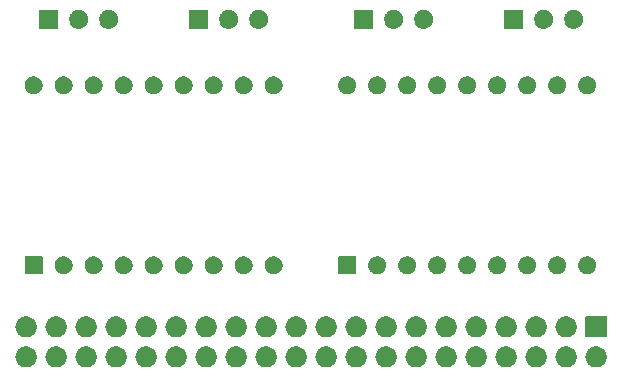
<source format=gbr>
G04 #@! TF.GenerationSoftware,KiCad,Pcbnew,5.99.0-unknown-r16821-0ff20c18*
G04 #@! TF.CreationDate,2019-10-24T19:33:04-05:00*
G04 #@! TF.ProjectId,led_module,6c65645f-6d6f-4647-956c-652e6b696361,C*
G04 #@! TF.SameCoordinates,Original*
G04 #@! TF.FileFunction,Soldermask,Top*
G04 #@! TF.FilePolarity,Negative*
%FSLAX46Y46*%
G04 Gerber Fmt 4.6, Leading zero omitted, Abs format (unit mm)*
G04 Created by KiCad (PCBNEW 5.99.0-unknown-r16821-0ff20c18) date 2019-10-24 19:33:04*
%MOMM*%
%LPD*%
G04 APERTURE LIST*
%ADD10C,0.100000*%
G04 APERTURE END LIST*
D10*
G36*
X78293360Y-128018835D02*
G01*
X78374397Y-128045166D01*
X78461663Y-128072848D01*
X78464655Y-128074493D01*
X78473488Y-128077363D01*
X78545466Y-128118919D01*
X78616499Y-128157970D01*
X78623986Y-128164253D01*
X78637511Y-128172061D01*
X78695259Y-128224057D01*
X78751857Y-128271549D01*
X78761962Y-128284118D01*
X78778261Y-128298793D01*
X78820454Y-128356867D01*
X78862579Y-128409260D01*
X78872994Y-128429182D01*
X78889586Y-128452019D01*
X78916297Y-128512012D01*
X78944439Y-128565843D01*
X78952582Y-128593510D01*
X78966621Y-128625042D01*
X78978992Y-128683241D01*
X78994328Y-128735349D01*
X78997518Y-128770401D01*
X79005999Y-128810301D01*
X79005999Y-128863592D01*
X79010343Y-128911324D01*
X79005999Y-128952653D01*
X79005999Y-128999699D01*
X78996217Y-129045721D01*
X78991873Y-129087047D01*
X78977702Y-129132827D01*
X78966621Y-129184958D01*
X78950028Y-129222226D01*
X78939622Y-129255843D01*
X78913789Y-129303620D01*
X78889586Y-129357981D01*
X78869298Y-129385905D01*
X78855580Y-129411276D01*
X78816859Y-129458082D01*
X78778261Y-129511207D01*
X78757284Y-129530095D01*
X78742952Y-129547419D01*
X78690845Y-129589917D01*
X78637511Y-129637939D01*
X78618524Y-129648901D01*
X78606025Y-129659095D01*
X78540780Y-129693786D01*
X78473488Y-129732637D01*
X78458636Y-129737463D01*
X78450003Y-129742053D01*
X78372430Y-129765473D01*
X78293360Y-129791165D01*
X78284114Y-129792137D01*
X78280851Y-129793122D01*
X78189710Y-129802059D01*
X78152211Y-129806000D01*
X78057789Y-129806000D01*
X77916640Y-129791165D01*
X77835603Y-129764834D01*
X77748337Y-129737152D01*
X77745345Y-129735507D01*
X77736512Y-129732637D01*
X77664534Y-129691081D01*
X77593501Y-129652030D01*
X77586014Y-129645747D01*
X77572489Y-129637939D01*
X77514741Y-129585943D01*
X77458143Y-129538451D01*
X77448038Y-129525882D01*
X77431739Y-129511207D01*
X77389546Y-129453133D01*
X77347421Y-129400740D01*
X77337006Y-129380818D01*
X77320414Y-129357981D01*
X77293703Y-129297988D01*
X77265561Y-129244157D01*
X77257418Y-129216490D01*
X77243379Y-129184958D01*
X77231008Y-129126759D01*
X77215672Y-129074651D01*
X77212482Y-129039599D01*
X77204001Y-128999699D01*
X77204001Y-128946408D01*
X77199657Y-128898676D01*
X77204001Y-128857347D01*
X77204001Y-128810301D01*
X77213783Y-128764279D01*
X77218127Y-128722953D01*
X77232298Y-128677173D01*
X77243379Y-128625042D01*
X77259972Y-128587774D01*
X77270378Y-128554157D01*
X77296211Y-128506380D01*
X77320414Y-128452019D01*
X77340702Y-128424095D01*
X77354420Y-128398724D01*
X77393141Y-128351918D01*
X77431739Y-128298793D01*
X77452716Y-128279905D01*
X77467048Y-128262581D01*
X77519155Y-128220083D01*
X77572489Y-128172061D01*
X77591476Y-128161099D01*
X77603975Y-128150905D01*
X77669220Y-128116214D01*
X77736512Y-128077363D01*
X77751364Y-128072537D01*
X77759997Y-128067947D01*
X77837570Y-128044527D01*
X77916640Y-128018835D01*
X77925886Y-128017863D01*
X77929149Y-128016878D01*
X78020290Y-128007941D01*
X78057789Y-128004000D01*
X78152211Y-128004000D01*
X78293360Y-128018835D01*
X78293360Y-128018835D01*
G37*
G36*
X52893360Y-128018835D02*
G01*
X52974397Y-128045166D01*
X53061663Y-128072848D01*
X53064655Y-128074493D01*
X53073488Y-128077363D01*
X53145466Y-128118919D01*
X53216499Y-128157970D01*
X53223986Y-128164253D01*
X53237511Y-128172061D01*
X53295259Y-128224057D01*
X53351857Y-128271549D01*
X53361962Y-128284118D01*
X53378261Y-128298793D01*
X53420454Y-128356867D01*
X53462579Y-128409260D01*
X53472994Y-128429182D01*
X53489586Y-128452019D01*
X53516297Y-128512012D01*
X53544439Y-128565843D01*
X53552582Y-128593510D01*
X53566621Y-128625042D01*
X53578992Y-128683241D01*
X53594328Y-128735349D01*
X53597518Y-128770401D01*
X53605999Y-128810301D01*
X53605999Y-128863592D01*
X53610343Y-128911324D01*
X53605999Y-128952653D01*
X53605999Y-128999699D01*
X53596217Y-129045721D01*
X53591873Y-129087047D01*
X53577702Y-129132827D01*
X53566621Y-129184958D01*
X53550028Y-129222226D01*
X53539622Y-129255843D01*
X53513789Y-129303620D01*
X53489586Y-129357981D01*
X53469298Y-129385905D01*
X53455580Y-129411276D01*
X53416859Y-129458082D01*
X53378261Y-129511207D01*
X53357284Y-129530095D01*
X53342952Y-129547419D01*
X53290845Y-129589917D01*
X53237511Y-129637939D01*
X53218524Y-129648901D01*
X53206025Y-129659095D01*
X53140780Y-129693786D01*
X53073488Y-129732637D01*
X53058636Y-129737463D01*
X53050003Y-129742053D01*
X52972430Y-129765473D01*
X52893360Y-129791165D01*
X52884114Y-129792137D01*
X52880851Y-129793122D01*
X52789710Y-129802059D01*
X52752211Y-129806000D01*
X52657789Y-129806000D01*
X52516640Y-129791165D01*
X52435603Y-129764834D01*
X52348337Y-129737152D01*
X52345345Y-129735507D01*
X52336512Y-129732637D01*
X52264534Y-129691081D01*
X52193501Y-129652030D01*
X52186014Y-129645747D01*
X52172489Y-129637939D01*
X52114741Y-129585943D01*
X52058143Y-129538451D01*
X52048038Y-129525882D01*
X52031739Y-129511207D01*
X51989546Y-129453133D01*
X51947421Y-129400740D01*
X51937006Y-129380818D01*
X51920414Y-129357981D01*
X51893703Y-129297988D01*
X51865561Y-129244157D01*
X51857418Y-129216490D01*
X51843379Y-129184958D01*
X51831008Y-129126759D01*
X51815672Y-129074651D01*
X51812482Y-129039599D01*
X51804001Y-128999699D01*
X51804001Y-128946408D01*
X51799657Y-128898676D01*
X51804001Y-128857347D01*
X51804001Y-128810301D01*
X51813783Y-128764279D01*
X51818127Y-128722953D01*
X51832298Y-128677173D01*
X51843379Y-128625042D01*
X51859972Y-128587774D01*
X51870378Y-128554157D01*
X51896211Y-128506380D01*
X51920414Y-128452019D01*
X51940702Y-128424095D01*
X51954420Y-128398724D01*
X51993141Y-128351918D01*
X52031739Y-128298793D01*
X52052716Y-128279905D01*
X52067048Y-128262581D01*
X52119155Y-128220083D01*
X52172489Y-128172061D01*
X52191476Y-128161099D01*
X52203975Y-128150905D01*
X52269220Y-128116214D01*
X52336512Y-128077363D01*
X52351364Y-128072537D01*
X52359997Y-128067947D01*
X52437570Y-128044527D01*
X52516640Y-128018835D01*
X52525886Y-128017863D01*
X52529149Y-128016878D01*
X52620290Y-128007941D01*
X52657789Y-128004000D01*
X52752211Y-128004000D01*
X52893360Y-128018835D01*
X52893360Y-128018835D01*
G37*
G36*
X30033360Y-128018835D02*
G01*
X30114397Y-128045166D01*
X30201663Y-128072848D01*
X30204655Y-128074493D01*
X30213488Y-128077363D01*
X30285466Y-128118919D01*
X30356499Y-128157970D01*
X30363986Y-128164253D01*
X30377511Y-128172061D01*
X30435259Y-128224057D01*
X30491857Y-128271549D01*
X30501962Y-128284118D01*
X30518261Y-128298793D01*
X30560454Y-128356867D01*
X30602579Y-128409260D01*
X30612994Y-128429182D01*
X30629586Y-128452019D01*
X30656297Y-128512012D01*
X30684439Y-128565843D01*
X30692582Y-128593510D01*
X30706621Y-128625042D01*
X30718992Y-128683241D01*
X30734328Y-128735349D01*
X30737518Y-128770401D01*
X30745999Y-128810301D01*
X30745999Y-128863592D01*
X30750343Y-128911324D01*
X30745999Y-128952653D01*
X30745999Y-128999699D01*
X30736217Y-129045721D01*
X30731873Y-129087047D01*
X30717702Y-129132827D01*
X30706621Y-129184958D01*
X30690028Y-129222226D01*
X30679622Y-129255843D01*
X30653789Y-129303620D01*
X30629586Y-129357981D01*
X30609298Y-129385905D01*
X30595580Y-129411276D01*
X30556859Y-129458082D01*
X30518261Y-129511207D01*
X30497284Y-129530095D01*
X30482952Y-129547419D01*
X30430845Y-129589917D01*
X30377511Y-129637939D01*
X30358524Y-129648901D01*
X30346025Y-129659095D01*
X30280780Y-129693786D01*
X30213488Y-129732637D01*
X30198636Y-129737463D01*
X30190003Y-129742053D01*
X30112430Y-129765473D01*
X30033360Y-129791165D01*
X30024114Y-129792137D01*
X30020851Y-129793122D01*
X29929710Y-129802059D01*
X29892211Y-129806000D01*
X29797789Y-129806000D01*
X29656640Y-129791165D01*
X29575603Y-129764834D01*
X29488337Y-129737152D01*
X29485345Y-129735507D01*
X29476512Y-129732637D01*
X29404534Y-129691081D01*
X29333501Y-129652030D01*
X29326014Y-129645747D01*
X29312489Y-129637939D01*
X29254741Y-129585943D01*
X29198143Y-129538451D01*
X29188038Y-129525882D01*
X29171739Y-129511207D01*
X29129546Y-129453133D01*
X29087421Y-129400740D01*
X29077006Y-129380818D01*
X29060414Y-129357981D01*
X29033703Y-129297988D01*
X29005561Y-129244157D01*
X28997418Y-129216490D01*
X28983379Y-129184958D01*
X28971008Y-129126759D01*
X28955672Y-129074651D01*
X28952482Y-129039599D01*
X28944001Y-128999699D01*
X28944001Y-128946408D01*
X28939657Y-128898676D01*
X28944001Y-128857347D01*
X28944001Y-128810301D01*
X28953783Y-128764279D01*
X28958127Y-128722953D01*
X28972298Y-128677173D01*
X28983379Y-128625042D01*
X28999972Y-128587774D01*
X29010378Y-128554157D01*
X29036211Y-128506380D01*
X29060414Y-128452019D01*
X29080702Y-128424095D01*
X29094420Y-128398724D01*
X29133141Y-128351918D01*
X29171739Y-128298793D01*
X29192716Y-128279905D01*
X29207048Y-128262581D01*
X29259155Y-128220083D01*
X29312489Y-128172061D01*
X29331476Y-128161099D01*
X29343975Y-128150905D01*
X29409220Y-128116214D01*
X29476512Y-128077363D01*
X29491364Y-128072537D01*
X29499997Y-128067947D01*
X29577570Y-128044527D01*
X29656640Y-128018835D01*
X29665886Y-128017863D01*
X29669149Y-128016878D01*
X29760290Y-128007941D01*
X29797789Y-128004000D01*
X29892211Y-128004000D01*
X30033360Y-128018835D01*
X30033360Y-128018835D01*
G37*
G36*
X32573360Y-128018835D02*
G01*
X32654397Y-128045166D01*
X32741663Y-128072848D01*
X32744655Y-128074493D01*
X32753488Y-128077363D01*
X32825466Y-128118919D01*
X32896499Y-128157970D01*
X32903986Y-128164253D01*
X32917511Y-128172061D01*
X32975259Y-128224057D01*
X33031857Y-128271549D01*
X33041962Y-128284118D01*
X33058261Y-128298793D01*
X33100454Y-128356867D01*
X33142579Y-128409260D01*
X33152994Y-128429182D01*
X33169586Y-128452019D01*
X33196297Y-128512012D01*
X33224439Y-128565843D01*
X33232582Y-128593510D01*
X33246621Y-128625042D01*
X33258992Y-128683241D01*
X33274328Y-128735349D01*
X33277518Y-128770401D01*
X33285999Y-128810301D01*
X33285999Y-128863592D01*
X33290343Y-128911324D01*
X33285999Y-128952653D01*
X33285999Y-128999699D01*
X33276217Y-129045721D01*
X33271873Y-129087047D01*
X33257702Y-129132827D01*
X33246621Y-129184958D01*
X33230028Y-129222226D01*
X33219622Y-129255843D01*
X33193789Y-129303620D01*
X33169586Y-129357981D01*
X33149298Y-129385905D01*
X33135580Y-129411276D01*
X33096859Y-129458082D01*
X33058261Y-129511207D01*
X33037284Y-129530095D01*
X33022952Y-129547419D01*
X32970845Y-129589917D01*
X32917511Y-129637939D01*
X32898524Y-129648901D01*
X32886025Y-129659095D01*
X32820780Y-129693786D01*
X32753488Y-129732637D01*
X32738636Y-129737463D01*
X32730003Y-129742053D01*
X32652430Y-129765473D01*
X32573360Y-129791165D01*
X32564114Y-129792137D01*
X32560851Y-129793122D01*
X32469710Y-129802059D01*
X32432211Y-129806000D01*
X32337789Y-129806000D01*
X32196640Y-129791165D01*
X32115603Y-129764834D01*
X32028337Y-129737152D01*
X32025345Y-129735507D01*
X32016512Y-129732637D01*
X31944534Y-129691081D01*
X31873501Y-129652030D01*
X31866014Y-129645747D01*
X31852489Y-129637939D01*
X31794741Y-129585943D01*
X31738143Y-129538451D01*
X31728038Y-129525882D01*
X31711739Y-129511207D01*
X31669546Y-129453133D01*
X31627421Y-129400740D01*
X31617006Y-129380818D01*
X31600414Y-129357981D01*
X31573703Y-129297988D01*
X31545561Y-129244157D01*
X31537418Y-129216490D01*
X31523379Y-129184958D01*
X31511008Y-129126759D01*
X31495672Y-129074651D01*
X31492482Y-129039599D01*
X31484001Y-128999699D01*
X31484001Y-128946408D01*
X31479657Y-128898676D01*
X31484001Y-128857347D01*
X31484001Y-128810301D01*
X31493783Y-128764279D01*
X31498127Y-128722953D01*
X31512298Y-128677173D01*
X31523379Y-128625042D01*
X31539972Y-128587774D01*
X31550378Y-128554157D01*
X31576211Y-128506380D01*
X31600414Y-128452019D01*
X31620702Y-128424095D01*
X31634420Y-128398724D01*
X31673141Y-128351918D01*
X31711739Y-128298793D01*
X31732716Y-128279905D01*
X31747048Y-128262581D01*
X31799155Y-128220083D01*
X31852489Y-128172061D01*
X31871476Y-128161099D01*
X31883975Y-128150905D01*
X31949220Y-128116214D01*
X32016512Y-128077363D01*
X32031364Y-128072537D01*
X32039997Y-128067947D01*
X32117570Y-128044527D01*
X32196640Y-128018835D01*
X32205886Y-128017863D01*
X32209149Y-128016878D01*
X32300290Y-128007941D01*
X32337789Y-128004000D01*
X32432211Y-128004000D01*
X32573360Y-128018835D01*
X32573360Y-128018835D01*
G37*
G36*
X35113360Y-128018835D02*
G01*
X35194397Y-128045166D01*
X35281663Y-128072848D01*
X35284655Y-128074493D01*
X35293488Y-128077363D01*
X35365466Y-128118919D01*
X35436499Y-128157970D01*
X35443986Y-128164253D01*
X35457511Y-128172061D01*
X35515259Y-128224057D01*
X35571857Y-128271549D01*
X35581962Y-128284118D01*
X35598261Y-128298793D01*
X35640454Y-128356867D01*
X35682579Y-128409260D01*
X35692994Y-128429182D01*
X35709586Y-128452019D01*
X35736297Y-128512012D01*
X35764439Y-128565843D01*
X35772582Y-128593510D01*
X35786621Y-128625042D01*
X35798992Y-128683241D01*
X35814328Y-128735349D01*
X35817518Y-128770401D01*
X35825999Y-128810301D01*
X35825999Y-128863592D01*
X35830343Y-128911324D01*
X35825999Y-128952653D01*
X35825999Y-128999699D01*
X35816217Y-129045721D01*
X35811873Y-129087047D01*
X35797702Y-129132827D01*
X35786621Y-129184958D01*
X35770028Y-129222226D01*
X35759622Y-129255843D01*
X35733789Y-129303620D01*
X35709586Y-129357981D01*
X35689298Y-129385905D01*
X35675580Y-129411276D01*
X35636859Y-129458082D01*
X35598261Y-129511207D01*
X35577284Y-129530095D01*
X35562952Y-129547419D01*
X35510845Y-129589917D01*
X35457511Y-129637939D01*
X35438524Y-129648901D01*
X35426025Y-129659095D01*
X35360780Y-129693786D01*
X35293488Y-129732637D01*
X35278636Y-129737463D01*
X35270003Y-129742053D01*
X35192430Y-129765473D01*
X35113360Y-129791165D01*
X35104114Y-129792137D01*
X35100851Y-129793122D01*
X35009710Y-129802059D01*
X34972211Y-129806000D01*
X34877789Y-129806000D01*
X34736640Y-129791165D01*
X34655603Y-129764834D01*
X34568337Y-129737152D01*
X34565345Y-129735507D01*
X34556512Y-129732637D01*
X34484534Y-129691081D01*
X34413501Y-129652030D01*
X34406014Y-129645747D01*
X34392489Y-129637939D01*
X34334741Y-129585943D01*
X34278143Y-129538451D01*
X34268038Y-129525882D01*
X34251739Y-129511207D01*
X34209546Y-129453133D01*
X34167421Y-129400740D01*
X34157006Y-129380818D01*
X34140414Y-129357981D01*
X34113703Y-129297988D01*
X34085561Y-129244157D01*
X34077418Y-129216490D01*
X34063379Y-129184958D01*
X34051008Y-129126759D01*
X34035672Y-129074651D01*
X34032482Y-129039599D01*
X34024001Y-128999699D01*
X34024001Y-128946408D01*
X34019657Y-128898676D01*
X34024001Y-128857347D01*
X34024001Y-128810301D01*
X34033783Y-128764279D01*
X34038127Y-128722953D01*
X34052298Y-128677173D01*
X34063379Y-128625042D01*
X34079972Y-128587774D01*
X34090378Y-128554157D01*
X34116211Y-128506380D01*
X34140414Y-128452019D01*
X34160702Y-128424095D01*
X34174420Y-128398724D01*
X34213141Y-128351918D01*
X34251739Y-128298793D01*
X34272716Y-128279905D01*
X34287048Y-128262581D01*
X34339155Y-128220083D01*
X34392489Y-128172061D01*
X34411476Y-128161099D01*
X34423975Y-128150905D01*
X34489220Y-128116214D01*
X34556512Y-128077363D01*
X34571364Y-128072537D01*
X34579997Y-128067947D01*
X34657570Y-128044527D01*
X34736640Y-128018835D01*
X34745886Y-128017863D01*
X34749149Y-128016878D01*
X34840290Y-128007941D01*
X34877789Y-128004000D01*
X34972211Y-128004000D01*
X35113360Y-128018835D01*
X35113360Y-128018835D01*
G37*
G36*
X37653360Y-128018835D02*
G01*
X37734397Y-128045166D01*
X37821663Y-128072848D01*
X37824655Y-128074493D01*
X37833488Y-128077363D01*
X37905466Y-128118919D01*
X37976499Y-128157970D01*
X37983986Y-128164253D01*
X37997511Y-128172061D01*
X38055259Y-128224057D01*
X38111857Y-128271549D01*
X38121962Y-128284118D01*
X38138261Y-128298793D01*
X38180454Y-128356867D01*
X38222579Y-128409260D01*
X38232994Y-128429182D01*
X38249586Y-128452019D01*
X38276297Y-128512012D01*
X38304439Y-128565843D01*
X38312582Y-128593510D01*
X38326621Y-128625042D01*
X38338992Y-128683241D01*
X38354328Y-128735349D01*
X38357518Y-128770401D01*
X38365999Y-128810301D01*
X38365999Y-128863592D01*
X38370343Y-128911324D01*
X38365999Y-128952653D01*
X38365999Y-128999699D01*
X38356217Y-129045721D01*
X38351873Y-129087047D01*
X38337702Y-129132827D01*
X38326621Y-129184958D01*
X38310028Y-129222226D01*
X38299622Y-129255843D01*
X38273789Y-129303620D01*
X38249586Y-129357981D01*
X38229298Y-129385905D01*
X38215580Y-129411276D01*
X38176859Y-129458082D01*
X38138261Y-129511207D01*
X38117284Y-129530095D01*
X38102952Y-129547419D01*
X38050845Y-129589917D01*
X37997511Y-129637939D01*
X37978524Y-129648901D01*
X37966025Y-129659095D01*
X37900780Y-129693786D01*
X37833488Y-129732637D01*
X37818636Y-129737463D01*
X37810003Y-129742053D01*
X37732430Y-129765473D01*
X37653360Y-129791165D01*
X37644114Y-129792137D01*
X37640851Y-129793122D01*
X37549710Y-129802059D01*
X37512211Y-129806000D01*
X37417789Y-129806000D01*
X37276640Y-129791165D01*
X37195603Y-129764834D01*
X37108337Y-129737152D01*
X37105345Y-129735507D01*
X37096512Y-129732637D01*
X37024534Y-129691081D01*
X36953501Y-129652030D01*
X36946014Y-129645747D01*
X36932489Y-129637939D01*
X36874741Y-129585943D01*
X36818143Y-129538451D01*
X36808038Y-129525882D01*
X36791739Y-129511207D01*
X36749546Y-129453133D01*
X36707421Y-129400740D01*
X36697006Y-129380818D01*
X36680414Y-129357981D01*
X36653703Y-129297988D01*
X36625561Y-129244157D01*
X36617418Y-129216490D01*
X36603379Y-129184958D01*
X36591008Y-129126759D01*
X36575672Y-129074651D01*
X36572482Y-129039599D01*
X36564001Y-128999699D01*
X36564001Y-128946408D01*
X36559657Y-128898676D01*
X36564001Y-128857347D01*
X36564001Y-128810301D01*
X36573783Y-128764279D01*
X36578127Y-128722953D01*
X36592298Y-128677173D01*
X36603379Y-128625042D01*
X36619972Y-128587774D01*
X36630378Y-128554157D01*
X36656211Y-128506380D01*
X36680414Y-128452019D01*
X36700702Y-128424095D01*
X36714420Y-128398724D01*
X36753141Y-128351918D01*
X36791739Y-128298793D01*
X36812716Y-128279905D01*
X36827048Y-128262581D01*
X36879155Y-128220083D01*
X36932489Y-128172061D01*
X36951476Y-128161099D01*
X36963975Y-128150905D01*
X37029220Y-128116214D01*
X37096512Y-128077363D01*
X37111364Y-128072537D01*
X37119997Y-128067947D01*
X37197570Y-128044527D01*
X37276640Y-128018835D01*
X37285886Y-128017863D01*
X37289149Y-128016878D01*
X37380290Y-128007941D01*
X37417789Y-128004000D01*
X37512211Y-128004000D01*
X37653360Y-128018835D01*
X37653360Y-128018835D01*
G37*
G36*
X40193360Y-128018835D02*
G01*
X40274397Y-128045166D01*
X40361663Y-128072848D01*
X40364655Y-128074493D01*
X40373488Y-128077363D01*
X40445466Y-128118919D01*
X40516499Y-128157970D01*
X40523986Y-128164253D01*
X40537511Y-128172061D01*
X40595259Y-128224057D01*
X40651857Y-128271549D01*
X40661962Y-128284118D01*
X40678261Y-128298793D01*
X40720454Y-128356867D01*
X40762579Y-128409260D01*
X40772994Y-128429182D01*
X40789586Y-128452019D01*
X40816297Y-128512012D01*
X40844439Y-128565843D01*
X40852582Y-128593510D01*
X40866621Y-128625042D01*
X40878992Y-128683241D01*
X40894328Y-128735349D01*
X40897518Y-128770401D01*
X40905999Y-128810301D01*
X40905999Y-128863592D01*
X40910343Y-128911324D01*
X40905999Y-128952653D01*
X40905999Y-128999699D01*
X40896217Y-129045721D01*
X40891873Y-129087047D01*
X40877702Y-129132827D01*
X40866621Y-129184958D01*
X40850028Y-129222226D01*
X40839622Y-129255843D01*
X40813789Y-129303620D01*
X40789586Y-129357981D01*
X40769298Y-129385905D01*
X40755580Y-129411276D01*
X40716859Y-129458082D01*
X40678261Y-129511207D01*
X40657284Y-129530095D01*
X40642952Y-129547419D01*
X40590845Y-129589917D01*
X40537511Y-129637939D01*
X40518524Y-129648901D01*
X40506025Y-129659095D01*
X40440780Y-129693786D01*
X40373488Y-129732637D01*
X40358636Y-129737463D01*
X40350003Y-129742053D01*
X40272430Y-129765473D01*
X40193360Y-129791165D01*
X40184114Y-129792137D01*
X40180851Y-129793122D01*
X40089710Y-129802059D01*
X40052211Y-129806000D01*
X39957789Y-129806000D01*
X39816640Y-129791165D01*
X39735603Y-129764834D01*
X39648337Y-129737152D01*
X39645345Y-129735507D01*
X39636512Y-129732637D01*
X39564534Y-129691081D01*
X39493501Y-129652030D01*
X39486014Y-129645747D01*
X39472489Y-129637939D01*
X39414741Y-129585943D01*
X39358143Y-129538451D01*
X39348038Y-129525882D01*
X39331739Y-129511207D01*
X39289546Y-129453133D01*
X39247421Y-129400740D01*
X39237006Y-129380818D01*
X39220414Y-129357981D01*
X39193703Y-129297988D01*
X39165561Y-129244157D01*
X39157418Y-129216490D01*
X39143379Y-129184958D01*
X39131008Y-129126759D01*
X39115672Y-129074651D01*
X39112482Y-129039599D01*
X39104001Y-128999699D01*
X39104001Y-128946408D01*
X39099657Y-128898676D01*
X39104001Y-128857347D01*
X39104001Y-128810301D01*
X39113783Y-128764279D01*
X39118127Y-128722953D01*
X39132298Y-128677173D01*
X39143379Y-128625042D01*
X39159972Y-128587774D01*
X39170378Y-128554157D01*
X39196211Y-128506380D01*
X39220414Y-128452019D01*
X39240702Y-128424095D01*
X39254420Y-128398724D01*
X39293141Y-128351918D01*
X39331739Y-128298793D01*
X39352716Y-128279905D01*
X39367048Y-128262581D01*
X39419155Y-128220083D01*
X39472489Y-128172061D01*
X39491476Y-128161099D01*
X39503975Y-128150905D01*
X39569220Y-128116214D01*
X39636512Y-128077363D01*
X39651364Y-128072537D01*
X39659997Y-128067947D01*
X39737570Y-128044527D01*
X39816640Y-128018835D01*
X39825886Y-128017863D01*
X39829149Y-128016878D01*
X39920290Y-128007941D01*
X39957789Y-128004000D01*
X40052211Y-128004000D01*
X40193360Y-128018835D01*
X40193360Y-128018835D01*
G37*
G36*
X42733360Y-128018835D02*
G01*
X42814397Y-128045166D01*
X42901663Y-128072848D01*
X42904655Y-128074493D01*
X42913488Y-128077363D01*
X42985466Y-128118919D01*
X43056499Y-128157970D01*
X43063986Y-128164253D01*
X43077511Y-128172061D01*
X43135259Y-128224057D01*
X43191857Y-128271549D01*
X43201962Y-128284118D01*
X43218261Y-128298793D01*
X43260454Y-128356867D01*
X43302579Y-128409260D01*
X43312994Y-128429182D01*
X43329586Y-128452019D01*
X43356297Y-128512012D01*
X43384439Y-128565843D01*
X43392582Y-128593510D01*
X43406621Y-128625042D01*
X43418992Y-128683241D01*
X43434328Y-128735349D01*
X43437518Y-128770401D01*
X43445999Y-128810301D01*
X43445999Y-128863592D01*
X43450343Y-128911324D01*
X43445999Y-128952653D01*
X43445999Y-128999699D01*
X43436217Y-129045721D01*
X43431873Y-129087047D01*
X43417702Y-129132827D01*
X43406621Y-129184958D01*
X43390028Y-129222226D01*
X43379622Y-129255843D01*
X43353789Y-129303620D01*
X43329586Y-129357981D01*
X43309298Y-129385905D01*
X43295580Y-129411276D01*
X43256859Y-129458082D01*
X43218261Y-129511207D01*
X43197284Y-129530095D01*
X43182952Y-129547419D01*
X43130845Y-129589917D01*
X43077511Y-129637939D01*
X43058524Y-129648901D01*
X43046025Y-129659095D01*
X42980780Y-129693786D01*
X42913488Y-129732637D01*
X42898636Y-129737463D01*
X42890003Y-129742053D01*
X42812430Y-129765473D01*
X42733360Y-129791165D01*
X42724114Y-129792137D01*
X42720851Y-129793122D01*
X42629710Y-129802059D01*
X42592211Y-129806000D01*
X42497789Y-129806000D01*
X42356640Y-129791165D01*
X42275603Y-129764834D01*
X42188337Y-129737152D01*
X42185345Y-129735507D01*
X42176512Y-129732637D01*
X42104534Y-129691081D01*
X42033501Y-129652030D01*
X42026014Y-129645747D01*
X42012489Y-129637939D01*
X41954741Y-129585943D01*
X41898143Y-129538451D01*
X41888038Y-129525882D01*
X41871739Y-129511207D01*
X41829546Y-129453133D01*
X41787421Y-129400740D01*
X41777006Y-129380818D01*
X41760414Y-129357981D01*
X41733703Y-129297988D01*
X41705561Y-129244157D01*
X41697418Y-129216490D01*
X41683379Y-129184958D01*
X41671008Y-129126759D01*
X41655672Y-129074651D01*
X41652482Y-129039599D01*
X41644001Y-128999699D01*
X41644001Y-128946408D01*
X41639657Y-128898676D01*
X41644001Y-128857347D01*
X41644001Y-128810301D01*
X41653783Y-128764279D01*
X41658127Y-128722953D01*
X41672298Y-128677173D01*
X41683379Y-128625042D01*
X41699972Y-128587774D01*
X41710378Y-128554157D01*
X41736211Y-128506380D01*
X41760414Y-128452019D01*
X41780702Y-128424095D01*
X41794420Y-128398724D01*
X41833141Y-128351918D01*
X41871739Y-128298793D01*
X41892716Y-128279905D01*
X41907048Y-128262581D01*
X41959155Y-128220083D01*
X42012489Y-128172061D01*
X42031476Y-128161099D01*
X42043975Y-128150905D01*
X42109220Y-128116214D01*
X42176512Y-128077363D01*
X42191364Y-128072537D01*
X42199997Y-128067947D01*
X42277570Y-128044527D01*
X42356640Y-128018835D01*
X42365886Y-128017863D01*
X42369149Y-128016878D01*
X42460290Y-128007941D01*
X42497789Y-128004000D01*
X42592211Y-128004000D01*
X42733360Y-128018835D01*
X42733360Y-128018835D01*
G37*
G36*
X45273360Y-128018835D02*
G01*
X45354397Y-128045166D01*
X45441663Y-128072848D01*
X45444655Y-128074493D01*
X45453488Y-128077363D01*
X45525466Y-128118919D01*
X45596499Y-128157970D01*
X45603986Y-128164253D01*
X45617511Y-128172061D01*
X45675259Y-128224057D01*
X45731857Y-128271549D01*
X45741962Y-128284118D01*
X45758261Y-128298793D01*
X45800454Y-128356867D01*
X45842579Y-128409260D01*
X45852994Y-128429182D01*
X45869586Y-128452019D01*
X45896297Y-128512012D01*
X45924439Y-128565843D01*
X45932582Y-128593510D01*
X45946621Y-128625042D01*
X45958992Y-128683241D01*
X45974328Y-128735349D01*
X45977518Y-128770401D01*
X45985999Y-128810301D01*
X45985999Y-128863592D01*
X45990343Y-128911324D01*
X45985999Y-128952653D01*
X45985999Y-128999699D01*
X45976217Y-129045721D01*
X45971873Y-129087047D01*
X45957702Y-129132827D01*
X45946621Y-129184958D01*
X45930028Y-129222226D01*
X45919622Y-129255843D01*
X45893789Y-129303620D01*
X45869586Y-129357981D01*
X45849298Y-129385905D01*
X45835580Y-129411276D01*
X45796859Y-129458082D01*
X45758261Y-129511207D01*
X45737284Y-129530095D01*
X45722952Y-129547419D01*
X45670845Y-129589917D01*
X45617511Y-129637939D01*
X45598524Y-129648901D01*
X45586025Y-129659095D01*
X45520780Y-129693786D01*
X45453488Y-129732637D01*
X45438636Y-129737463D01*
X45430003Y-129742053D01*
X45352430Y-129765473D01*
X45273360Y-129791165D01*
X45264114Y-129792137D01*
X45260851Y-129793122D01*
X45169710Y-129802059D01*
X45132211Y-129806000D01*
X45037789Y-129806000D01*
X44896640Y-129791165D01*
X44815603Y-129764834D01*
X44728337Y-129737152D01*
X44725345Y-129735507D01*
X44716512Y-129732637D01*
X44644534Y-129691081D01*
X44573501Y-129652030D01*
X44566014Y-129645747D01*
X44552489Y-129637939D01*
X44494741Y-129585943D01*
X44438143Y-129538451D01*
X44428038Y-129525882D01*
X44411739Y-129511207D01*
X44369546Y-129453133D01*
X44327421Y-129400740D01*
X44317006Y-129380818D01*
X44300414Y-129357981D01*
X44273703Y-129297988D01*
X44245561Y-129244157D01*
X44237418Y-129216490D01*
X44223379Y-129184958D01*
X44211008Y-129126759D01*
X44195672Y-129074651D01*
X44192482Y-129039599D01*
X44184001Y-128999699D01*
X44184001Y-128946408D01*
X44179657Y-128898676D01*
X44184001Y-128857347D01*
X44184001Y-128810301D01*
X44193783Y-128764279D01*
X44198127Y-128722953D01*
X44212298Y-128677173D01*
X44223379Y-128625042D01*
X44239972Y-128587774D01*
X44250378Y-128554157D01*
X44276211Y-128506380D01*
X44300414Y-128452019D01*
X44320702Y-128424095D01*
X44334420Y-128398724D01*
X44373141Y-128351918D01*
X44411739Y-128298793D01*
X44432716Y-128279905D01*
X44447048Y-128262581D01*
X44499155Y-128220083D01*
X44552489Y-128172061D01*
X44571476Y-128161099D01*
X44583975Y-128150905D01*
X44649220Y-128116214D01*
X44716512Y-128077363D01*
X44731364Y-128072537D01*
X44739997Y-128067947D01*
X44817570Y-128044527D01*
X44896640Y-128018835D01*
X44905886Y-128017863D01*
X44909149Y-128016878D01*
X45000290Y-128007941D01*
X45037789Y-128004000D01*
X45132211Y-128004000D01*
X45273360Y-128018835D01*
X45273360Y-128018835D01*
G37*
G36*
X47813360Y-128018835D02*
G01*
X47894397Y-128045166D01*
X47981663Y-128072848D01*
X47984655Y-128074493D01*
X47993488Y-128077363D01*
X48065466Y-128118919D01*
X48136499Y-128157970D01*
X48143986Y-128164253D01*
X48157511Y-128172061D01*
X48215259Y-128224057D01*
X48271857Y-128271549D01*
X48281962Y-128284118D01*
X48298261Y-128298793D01*
X48340454Y-128356867D01*
X48382579Y-128409260D01*
X48392994Y-128429182D01*
X48409586Y-128452019D01*
X48436297Y-128512012D01*
X48464439Y-128565843D01*
X48472582Y-128593510D01*
X48486621Y-128625042D01*
X48498992Y-128683241D01*
X48514328Y-128735349D01*
X48517518Y-128770401D01*
X48525999Y-128810301D01*
X48525999Y-128863592D01*
X48530343Y-128911324D01*
X48525999Y-128952653D01*
X48525999Y-128999699D01*
X48516217Y-129045721D01*
X48511873Y-129087047D01*
X48497702Y-129132827D01*
X48486621Y-129184958D01*
X48470028Y-129222226D01*
X48459622Y-129255843D01*
X48433789Y-129303620D01*
X48409586Y-129357981D01*
X48389298Y-129385905D01*
X48375580Y-129411276D01*
X48336859Y-129458082D01*
X48298261Y-129511207D01*
X48277284Y-129530095D01*
X48262952Y-129547419D01*
X48210845Y-129589917D01*
X48157511Y-129637939D01*
X48138524Y-129648901D01*
X48126025Y-129659095D01*
X48060780Y-129693786D01*
X47993488Y-129732637D01*
X47978636Y-129737463D01*
X47970003Y-129742053D01*
X47892430Y-129765473D01*
X47813360Y-129791165D01*
X47804114Y-129792137D01*
X47800851Y-129793122D01*
X47709710Y-129802059D01*
X47672211Y-129806000D01*
X47577789Y-129806000D01*
X47436640Y-129791165D01*
X47355603Y-129764834D01*
X47268337Y-129737152D01*
X47265345Y-129735507D01*
X47256512Y-129732637D01*
X47184534Y-129691081D01*
X47113501Y-129652030D01*
X47106014Y-129645747D01*
X47092489Y-129637939D01*
X47034741Y-129585943D01*
X46978143Y-129538451D01*
X46968038Y-129525882D01*
X46951739Y-129511207D01*
X46909546Y-129453133D01*
X46867421Y-129400740D01*
X46857006Y-129380818D01*
X46840414Y-129357981D01*
X46813703Y-129297988D01*
X46785561Y-129244157D01*
X46777418Y-129216490D01*
X46763379Y-129184958D01*
X46751008Y-129126759D01*
X46735672Y-129074651D01*
X46732482Y-129039599D01*
X46724001Y-128999699D01*
X46724001Y-128946408D01*
X46719657Y-128898676D01*
X46724001Y-128857347D01*
X46724001Y-128810301D01*
X46733783Y-128764279D01*
X46738127Y-128722953D01*
X46752298Y-128677173D01*
X46763379Y-128625042D01*
X46779972Y-128587774D01*
X46790378Y-128554157D01*
X46816211Y-128506380D01*
X46840414Y-128452019D01*
X46860702Y-128424095D01*
X46874420Y-128398724D01*
X46913141Y-128351918D01*
X46951739Y-128298793D01*
X46972716Y-128279905D01*
X46987048Y-128262581D01*
X47039155Y-128220083D01*
X47092489Y-128172061D01*
X47111476Y-128161099D01*
X47123975Y-128150905D01*
X47189220Y-128116214D01*
X47256512Y-128077363D01*
X47271364Y-128072537D01*
X47279997Y-128067947D01*
X47357570Y-128044527D01*
X47436640Y-128018835D01*
X47445886Y-128017863D01*
X47449149Y-128016878D01*
X47540290Y-128007941D01*
X47577789Y-128004000D01*
X47672211Y-128004000D01*
X47813360Y-128018835D01*
X47813360Y-128018835D01*
G37*
G36*
X50353360Y-128018835D02*
G01*
X50434397Y-128045166D01*
X50521663Y-128072848D01*
X50524655Y-128074493D01*
X50533488Y-128077363D01*
X50605466Y-128118919D01*
X50676499Y-128157970D01*
X50683986Y-128164253D01*
X50697511Y-128172061D01*
X50755259Y-128224057D01*
X50811857Y-128271549D01*
X50821962Y-128284118D01*
X50838261Y-128298793D01*
X50880454Y-128356867D01*
X50922579Y-128409260D01*
X50932994Y-128429182D01*
X50949586Y-128452019D01*
X50976297Y-128512012D01*
X51004439Y-128565843D01*
X51012582Y-128593510D01*
X51026621Y-128625042D01*
X51038992Y-128683241D01*
X51054328Y-128735349D01*
X51057518Y-128770401D01*
X51065999Y-128810301D01*
X51065999Y-128863592D01*
X51070343Y-128911324D01*
X51065999Y-128952653D01*
X51065999Y-128999699D01*
X51056217Y-129045721D01*
X51051873Y-129087047D01*
X51037702Y-129132827D01*
X51026621Y-129184958D01*
X51010028Y-129222226D01*
X50999622Y-129255843D01*
X50973789Y-129303620D01*
X50949586Y-129357981D01*
X50929298Y-129385905D01*
X50915580Y-129411276D01*
X50876859Y-129458082D01*
X50838261Y-129511207D01*
X50817284Y-129530095D01*
X50802952Y-129547419D01*
X50750845Y-129589917D01*
X50697511Y-129637939D01*
X50678524Y-129648901D01*
X50666025Y-129659095D01*
X50600780Y-129693786D01*
X50533488Y-129732637D01*
X50518636Y-129737463D01*
X50510003Y-129742053D01*
X50432430Y-129765473D01*
X50353360Y-129791165D01*
X50344114Y-129792137D01*
X50340851Y-129793122D01*
X50249710Y-129802059D01*
X50212211Y-129806000D01*
X50117789Y-129806000D01*
X49976640Y-129791165D01*
X49895603Y-129764834D01*
X49808337Y-129737152D01*
X49805345Y-129735507D01*
X49796512Y-129732637D01*
X49724534Y-129691081D01*
X49653501Y-129652030D01*
X49646014Y-129645747D01*
X49632489Y-129637939D01*
X49574741Y-129585943D01*
X49518143Y-129538451D01*
X49508038Y-129525882D01*
X49491739Y-129511207D01*
X49449546Y-129453133D01*
X49407421Y-129400740D01*
X49397006Y-129380818D01*
X49380414Y-129357981D01*
X49353703Y-129297988D01*
X49325561Y-129244157D01*
X49317418Y-129216490D01*
X49303379Y-129184958D01*
X49291008Y-129126759D01*
X49275672Y-129074651D01*
X49272482Y-129039599D01*
X49264001Y-128999699D01*
X49264001Y-128946408D01*
X49259657Y-128898676D01*
X49264001Y-128857347D01*
X49264001Y-128810301D01*
X49273783Y-128764279D01*
X49278127Y-128722953D01*
X49292298Y-128677173D01*
X49303379Y-128625042D01*
X49319972Y-128587774D01*
X49330378Y-128554157D01*
X49356211Y-128506380D01*
X49380414Y-128452019D01*
X49400702Y-128424095D01*
X49414420Y-128398724D01*
X49453141Y-128351918D01*
X49491739Y-128298793D01*
X49512716Y-128279905D01*
X49527048Y-128262581D01*
X49579155Y-128220083D01*
X49632489Y-128172061D01*
X49651476Y-128161099D01*
X49663975Y-128150905D01*
X49729220Y-128116214D01*
X49796512Y-128077363D01*
X49811364Y-128072537D01*
X49819997Y-128067947D01*
X49897570Y-128044527D01*
X49976640Y-128018835D01*
X49985886Y-128017863D01*
X49989149Y-128016878D01*
X50080290Y-128007941D01*
X50117789Y-128004000D01*
X50212211Y-128004000D01*
X50353360Y-128018835D01*
X50353360Y-128018835D01*
G37*
G36*
X57973360Y-128018835D02*
G01*
X58054397Y-128045166D01*
X58141663Y-128072848D01*
X58144655Y-128074493D01*
X58153488Y-128077363D01*
X58225466Y-128118919D01*
X58296499Y-128157970D01*
X58303986Y-128164253D01*
X58317511Y-128172061D01*
X58375259Y-128224057D01*
X58431857Y-128271549D01*
X58441962Y-128284118D01*
X58458261Y-128298793D01*
X58500454Y-128356867D01*
X58542579Y-128409260D01*
X58552994Y-128429182D01*
X58569586Y-128452019D01*
X58596297Y-128512012D01*
X58624439Y-128565843D01*
X58632582Y-128593510D01*
X58646621Y-128625042D01*
X58658992Y-128683241D01*
X58674328Y-128735349D01*
X58677518Y-128770401D01*
X58685999Y-128810301D01*
X58685999Y-128863592D01*
X58690343Y-128911324D01*
X58685999Y-128952653D01*
X58685999Y-128999699D01*
X58676217Y-129045721D01*
X58671873Y-129087047D01*
X58657702Y-129132827D01*
X58646621Y-129184958D01*
X58630028Y-129222226D01*
X58619622Y-129255843D01*
X58593789Y-129303620D01*
X58569586Y-129357981D01*
X58549298Y-129385905D01*
X58535580Y-129411276D01*
X58496859Y-129458082D01*
X58458261Y-129511207D01*
X58437284Y-129530095D01*
X58422952Y-129547419D01*
X58370845Y-129589917D01*
X58317511Y-129637939D01*
X58298524Y-129648901D01*
X58286025Y-129659095D01*
X58220780Y-129693786D01*
X58153488Y-129732637D01*
X58138636Y-129737463D01*
X58130003Y-129742053D01*
X58052430Y-129765473D01*
X57973360Y-129791165D01*
X57964114Y-129792137D01*
X57960851Y-129793122D01*
X57869710Y-129802059D01*
X57832211Y-129806000D01*
X57737789Y-129806000D01*
X57596640Y-129791165D01*
X57515603Y-129764834D01*
X57428337Y-129737152D01*
X57425345Y-129735507D01*
X57416512Y-129732637D01*
X57344534Y-129691081D01*
X57273501Y-129652030D01*
X57266014Y-129645747D01*
X57252489Y-129637939D01*
X57194741Y-129585943D01*
X57138143Y-129538451D01*
X57128038Y-129525882D01*
X57111739Y-129511207D01*
X57069546Y-129453133D01*
X57027421Y-129400740D01*
X57017006Y-129380818D01*
X57000414Y-129357981D01*
X56973703Y-129297988D01*
X56945561Y-129244157D01*
X56937418Y-129216490D01*
X56923379Y-129184958D01*
X56911008Y-129126759D01*
X56895672Y-129074651D01*
X56892482Y-129039599D01*
X56884001Y-128999699D01*
X56884001Y-128946408D01*
X56879657Y-128898676D01*
X56884001Y-128857347D01*
X56884001Y-128810301D01*
X56893783Y-128764279D01*
X56898127Y-128722953D01*
X56912298Y-128677173D01*
X56923379Y-128625042D01*
X56939972Y-128587774D01*
X56950378Y-128554157D01*
X56976211Y-128506380D01*
X57000414Y-128452019D01*
X57020702Y-128424095D01*
X57034420Y-128398724D01*
X57073141Y-128351918D01*
X57111739Y-128298793D01*
X57132716Y-128279905D01*
X57147048Y-128262581D01*
X57199155Y-128220083D01*
X57252489Y-128172061D01*
X57271476Y-128161099D01*
X57283975Y-128150905D01*
X57349220Y-128116214D01*
X57416512Y-128077363D01*
X57431364Y-128072537D01*
X57439997Y-128067947D01*
X57517570Y-128044527D01*
X57596640Y-128018835D01*
X57605886Y-128017863D01*
X57609149Y-128016878D01*
X57700290Y-128007941D01*
X57737789Y-128004000D01*
X57832211Y-128004000D01*
X57973360Y-128018835D01*
X57973360Y-128018835D01*
G37*
G36*
X60513360Y-128018835D02*
G01*
X60594397Y-128045166D01*
X60681663Y-128072848D01*
X60684655Y-128074493D01*
X60693488Y-128077363D01*
X60765466Y-128118919D01*
X60836499Y-128157970D01*
X60843986Y-128164253D01*
X60857511Y-128172061D01*
X60915259Y-128224057D01*
X60971857Y-128271549D01*
X60981962Y-128284118D01*
X60998261Y-128298793D01*
X61040454Y-128356867D01*
X61082579Y-128409260D01*
X61092994Y-128429182D01*
X61109586Y-128452019D01*
X61136297Y-128512012D01*
X61164439Y-128565843D01*
X61172582Y-128593510D01*
X61186621Y-128625042D01*
X61198992Y-128683241D01*
X61214328Y-128735349D01*
X61217518Y-128770401D01*
X61225999Y-128810301D01*
X61225999Y-128863592D01*
X61230343Y-128911324D01*
X61225999Y-128952653D01*
X61225999Y-128999699D01*
X61216217Y-129045721D01*
X61211873Y-129087047D01*
X61197702Y-129132827D01*
X61186621Y-129184958D01*
X61170028Y-129222226D01*
X61159622Y-129255843D01*
X61133789Y-129303620D01*
X61109586Y-129357981D01*
X61089298Y-129385905D01*
X61075580Y-129411276D01*
X61036859Y-129458082D01*
X60998261Y-129511207D01*
X60977284Y-129530095D01*
X60962952Y-129547419D01*
X60910845Y-129589917D01*
X60857511Y-129637939D01*
X60838524Y-129648901D01*
X60826025Y-129659095D01*
X60760780Y-129693786D01*
X60693488Y-129732637D01*
X60678636Y-129737463D01*
X60670003Y-129742053D01*
X60592430Y-129765473D01*
X60513360Y-129791165D01*
X60504114Y-129792137D01*
X60500851Y-129793122D01*
X60409710Y-129802059D01*
X60372211Y-129806000D01*
X60277789Y-129806000D01*
X60136640Y-129791165D01*
X60055603Y-129764834D01*
X59968337Y-129737152D01*
X59965345Y-129735507D01*
X59956512Y-129732637D01*
X59884534Y-129691081D01*
X59813501Y-129652030D01*
X59806014Y-129645747D01*
X59792489Y-129637939D01*
X59734741Y-129585943D01*
X59678143Y-129538451D01*
X59668038Y-129525882D01*
X59651739Y-129511207D01*
X59609546Y-129453133D01*
X59567421Y-129400740D01*
X59557006Y-129380818D01*
X59540414Y-129357981D01*
X59513703Y-129297988D01*
X59485561Y-129244157D01*
X59477418Y-129216490D01*
X59463379Y-129184958D01*
X59451008Y-129126759D01*
X59435672Y-129074651D01*
X59432482Y-129039599D01*
X59424001Y-128999699D01*
X59424001Y-128946408D01*
X59419657Y-128898676D01*
X59424001Y-128857347D01*
X59424001Y-128810301D01*
X59433783Y-128764279D01*
X59438127Y-128722953D01*
X59452298Y-128677173D01*
X59463379Y-128625042D01*
X59479972Y-128587774D01*
X59490378Y-128554157D01*
X59516211Y-128506380D01*
X59540414Y-128452019D01*
X59560702Y-128424095D01*
X59574420Y-128398724D01*
X59613141Y-128351918D01*
X59651739Y-128298793D01*
X59672716Y-128279905D01*
X59687048Y-128262581D01*
X59739155Y-128220083D01*
X59792489Y-128172061D01*
X59811476Y-128161099D01*
X59823975Y-128150905D01*
X59889220Y-128116214D01*
X59956512Y-128077363D01*
X59971364Y-128072537D01*
X59979997Y-128067947D01*
X60057570Y-128044527D01*
X60136640Y-128018835D01*
X60145886Y-128017863D01*
X60149149Y-128016878D01*
X60240290Y-128007941D01*
X60277789Y-128004000D01*
X60372211Y-128004000D01*
X60513360Y-128018835D01*
X60513360Y-128018835D01*
G37*
G36*
X63053360Y-128018835D02*
G01*
X63134397Y-128045166D01*
X63221663Y-128072848D01*
X63224655Y-128074493D01*
X63233488Y-128077363D01*
X63305466Y-128118919D01*
X63376499Y-128157970D01*
X63383986Y-128164253D01*
X63397511Y-128172061D01*
X63455259Y-128224057D01*
X63511857Y-128271549D01*
X63521962Y-128284118D01*
X63538261Y-128298793D01*
X63580454Y-128356867D01*
X63622579Y-128409260D01*
X63632994Y-128429182D01*
X63649586Y-128452019D01*
X63676297Y-128512012D01*
X63704439Y-128565843D01*
X63712582Y-128593510D01*
X63726621Y-128625042D01*
X63738992Y-128683241D01*
X63754328Y-128735349D01*
X63757518Y-128770401D01*
X63765999Y-128810301D01*
X63765999Y-128863592D01*
X63770343Y-128911324D01*
X63765999Y-128952653D01*
X63765999Y-128999699D01*
X63756217Y-129045721D01*
X63751873Y-129087047D01*
X63737702Y-129132827D01*
X63726621Y-129184958D01*
X63710028Y-129222226D01*
X63699622Y-129255843D01*
X63673789Y-129303620D01*
X63649586Y-129357981D01*
X63629298Y-129385905D01*
X63615580Y-129411276D01*
X63576859Y-129458082D01*
X63538261Y-129511207D01*
X63517284Y-129530095D01*
X63502952Y-129547419D01*
X63450845Y-129589917D01*
X63397511Y-129637939D01*
X63378524Y-129648901D01*
X63366025Y-129659095D01*
X63300780Y-129693786D01*
X63233488Y-129732637D01*
X63218636Y-129737463D01*
X63210003Y-129742053D01*
X63132430Y-129765473D01*
X63053360Y-129791165D01*
X63044114Y-129792137D01*
X63040851Y-129793122D01*
X62949710Y-129802059D01*
X62912211Y-129806000D01*
X62817789Y-129806000D01*
X62676640Y-129791165D01*
X62595603Y-129764834D01*
X62508337Y-129737152D01*
X62505345Y-129735507D01*
X62496512Y-129732637D01*
X62424534Y-129691081D01*
X62353501Y-129652030D01*
X62346014Y-129645747D01*
X62332489Y-129637939D01*
X62274741Y-129585943D01*
X62218143Y-129538451D01*
X62208038Y-129525882D01*
X62191739Y-129511207D01*
X62149546Y-129453133D01*
X62107421Y-129400740D01*
X62097006Y-129380818D01*
X62080414Y-129357981D01*
X62053703Y-129297988D01*
X62025561Y-129244157D01*
X62017418Y-129216490D01*
X62003379Y-129184958D01*
X61991008Y-129126759D01*
X61975672Y-129074651D01*
X61972482Y-129039599D01*
X61964001Y-128999699D01*
X61964001Y-128946408D01*
X61959657Y-128898676D01*
X61964001Y-128857347D01*
X61964001Y-128810301D01*
X61973783Y-128764279D01*
X61978127Y-128722953D01*
X61992298Y-128677173D01*
X62003379Y-128625042D01*
X62019972Y-128587774D01*
X62030378Y-128554157D01*
X62056211Y-128506380D01*
X62080414Y-128452019D01*
X62100702Y-128424095D01*
X62114420Y-128398724D01*
X62153141Y-128351918D01*
X62191739Y-128298793D01*
X62212716Y-128279905D01*
X62227048Y-128262581D01*
X62279155Y-128220083D01*
X62332489Y-128172061D01*
X62351476Y-128161099D01*
X62363975Y-128150905D01*
X62429220Y-128116214D01*
X62496512Y-128077363D01*
X62511364Y-128072537D01*
X62519997Y-128067947D01*
X62597570Y-128044527D01*
X62676640Y-128018835D01*
X62685886Y-128017863D01*
X62689149Y-128016878D01*
X62780290Y-128007941D01*
X62817789Y-128004000D01*
X62912211Y-128004000D01*
X63053360Y-128018835D01*
X63053360Y-128018835D01*
G37*
G36*
X65593360Y-128018835D02*
G01*
X65674397Y-128045166D01*
X65761663Y-128072848D01*
X65764655Y-128074493D01*
X65773488Y-128077363D01*
X65845466Y-128118919D01*
X65916499Y-128157970D01*
X65923986Y-128164253D01*
X65937511Y-128172061D01*
X65995259Y-128224057D01*
X66051857Y-128271549D01*
X66061962Y-128284118D01*
X66078261Y-128298793D01*
X66120454Y-128356867D01*
X66162579Y-128409260D01*
X66172994Y-128429182D01*
X66189586Y-128452019D01*
X66216297Y-128512012D01*
X66244439Y-128565843D01*
X66252582Y-128593510D01*
X66266621Y-128625042D01*
X66278992Y-128683241D01*
X66294328Y-128735349D01*
X66297518Y-128770401D01*
X66305999Y-128810301D01*
X66305999Y-128863592D01*
X66310343Y-128911324D01*
X66305999Y-128952653D01*
X66305999Y-128999699D01*
X66296217Y-129045721D01*
X66291873Y-129087047D01*
X66277702Y-129132827D01*
X66266621Y-129184958D01*
X66250028Y-129222226D01*
X66239622Y-129255843D01*
X66213789Y-129303620D01*
X66189586Y-129357981D01*
X66169298Y-129385905D01*
X66155580Y-129411276D01*
X66116859Y-129458082D01*
X66078261Y-129511207D01*
X66057284Y-129530095D01*
X66042952Y-129547419D01*
X65990845Y-129589917D01*
X65937511Y-129637939D01*
X65918524Y-129648901D01*
X65906025Y-129659095D01*
X65840780Y-129693786D01*
X65773488Y-129732637D01*
X65758636Y-129737463D01*
X65750003Y-129742053D01*
X65672430Y-129765473D01*
X65593360Y-129791165D01*
X65584114Y-129792137D01*
X65580851Y-129793122D01*
X65489710Y-129802059D01*
X65452211Y-129806000D01*
X65357789Y-129806000D01*
X65216640Y-129791165D01*
X65135603Y-129764834D01*
X65048337Y-129737152D01*
X65045345Y-129735507D01*
X65036512Y-129732637D01*
X64964534Y-129691081D01*
X64893501Y-129652030D01*
X64886014Y-129645747D01*
X64872489Y-129637939D01*
X64814741Y-129585943D01*
X64758143Y-129538451D01*
X64748038Y-129525882D01*
X64731739Y-129511207D01*
X64689546Y-129453133D01*
X64647421Y-129400740D01*
X64637006Y-129380818D01*
X64620414Y-129357981D01*
X64593703Y-129297988D01*
X64565561Y-129244157D01*
X64557418Y-129216490D01*
X64543379Y-129184958D01*
X64531008Y-129126759D01*
X64515672Y-129074651D01*
X64512482Y-129039599D01*
X64504001Y-128999699D01*
X64504001Y-128946408D01*
X64499657Y-128898676D01*
X64504001Y-128857347D01*
X64504001Y-128810301D01*
X64513783Y-128764279D01*
X64518127Y-128722953D01*
X64532298Y-128677173D01*
X64543379Y-128625042D01*
X64559972Y-128587774D01*
X64570378Y-128554157D01*
X64596211Y-128506380D01*
X64620414Y-128452019D01*
X64640702Y-128424095D01*
X64654420Y-128398724D01*
X64693141Y-128351918D01*
X64731739Y-128298793D01*
X64752716Y-128279905D01*
X64767048Y-128262581D01*
X64819155Y-128220083D01*
X64872489Y-128172061D01*
X64891476Y-128161099D01*
X64903975Y-128150905D01*
X64969220Y-128116214D01*
X65036512Y-128077363D01*
X65051364Y-128072537D01*
X65059997Y-128067947D01*
X65137570Y-128044527D01*
X65216640Y-128018835D01*
X65225886Y-128017863D01*
X65229149Y-128016878D01*
X65320290Y-128007941D01*
X65357789Y-128004000D01*
X65452211Y-128004000D01*
X65593360Y-128018835D01*
X65593360Y-128018835D01*
G37*
G36*
X68133360Y-128018835D02*
G01*
X68214397Y-128045166D01*
X68301663Y-128072848D01*
X68304655Y-128074493D01*
X68313488Y-128077363D01*
X68385466Y-128118919D01*
X68456499Y-128157970D01*
X68463986Y-128164253D01*
X68477511Y-128172061D01*
X68535259Y-128224057D01*
X68591857Y-128271549D01*
X68601962Y-128284118D01*
X68618261Y-128298793D01*
X68660454Y-128356867D01*
X68702579Y-128409260D01*
X68712994Y-128429182D01*
X68729586Y-128452019D01*
X68756297Y-128512012D01*
X68784439Y-128565843D01*
X68792582Y-128593510D01*
X68806621Y-128625042D01*
X68818992Y-128683241D01*
X68834328Y-128735349D01*
X68837518Y-128770401D01*
X68845999Y-128810301D01*
X68845999Y-128863592D01*
X68850343Y-128911324D01*
X68845999Y-128952653D01*
X68845999Y-128999699D01*
X68836217Y-129045721D01*
X68831873Y-129087047D01*
X68817702Y-129132827D01*
X68806621Y-129184958D01*
X68790028Y-129222226D01*
X68779622Y-129255843D01*
X68753789Y-129303620D01*
X68729586Y-129357981D01*
X68709298Y-129385905D01*
X68695580Y-129411276D01*
X68656859Y-129458082D01*
X68618261Y-129511207D01*
X68597284Y-129530095D01*
X68582952Y-129547419D01*
X68530845Y-129589917D01*
X68477511Y-129637939D01*
X68458524Y-129648901D01*
X68446025Y-129659095D01*
X68380780Y-129693786D01*
X68313488Y-129732637D01*
X68298636Y-129737463D01*
X68290003Y-129742053D01*
X68212430Y-129765473D01*
X68133360Y-129791165D01*
X68124114Y-129792137D01*
X68120851Y-129793122D01*
X68029710Y-129802059D01*
X67992211Y-129806000D01*
X67897789Y-129806000D01*
X67756640Y-129791165D01*
X67675603Y-129764834D01*
X67588337Y-129737152D01*
X67585345Y-129735507D01*
X67576512Y-129732637D01*
X67504534Y-129691081D01*
X67433501Y-129652030D01*
X67426014Y-129645747D01*
X67412489Y-129637939D01*
X67354741Y-129585943D01*
X67298143Y-129538451D01*
X67288038Y-129525882D01*
X67271739Y-129511207D01*
X67229546Y-129453133D01*
X67187421Y-129400740D01*
X67177006Y-129380818D01*
X67160414Y-129357981D01*
X67133703Y-129297988D01*
X67105561Y-129244157D01*
X67097418Y-129216490D01*
X67083379Y-129184958D01*
X67071008Y-129126759D01*
X67055672Y-129074651D01*
X67052482Y-129039599D01*
X67044001Y-128999699D01*
X67044001Y-128946408D01*
X67039657Y-128898676D01*
X67044001Y-128857347D01*
X67044001Y-128810301D01*
X67053783Y-128764279D01*
X67058127Y-128722953D01*
X67072298Y-128677173D01*
X67083379Y-128625042D01*
X67099972Y-128587774D01*
X67110378Y-128554157D01*
X67136211Y-128506380D01*
X67160414Y-128452019D01*
X67180702Y-128424095D01*
X67194420Y-128398724D01*
X67233141Y-128351918D01*
X67271739Y-128298793D01*
X67292716Y-128279905D01*
X67307048Y-128262581D01*
X67359155Y-128220083D01*
X67412489Y-128172061D01*
X67431476Y-128161099D01*
X67443975Y-128150905D01*
X67509220Y-128116214D01*
X67576512Y-128077363D01*
X67591364Y-128072537D01*
X67599997Y-128067947D01*
X67677570Y-128044527D01*
X67756640Y-128018835D01*
X67765886Y-128017863D01*
X67769149Y-128016878D01*
X67860290Y-128007941D01*
X67897789Y-128004000D01*
X67992211Y-128004000D01*
X68133360Y-128018835D01*
X68133360Y-128018835D01*
G37*
G36*
X70673360Y-128018835D02*
G01*
X70754397Y-128045166D01*
X70841663Y-128072848D01*
X70844655Y-128074493D01*
X70853488Y-128077363D01*
X70925466Y-128118919D01*
X70996499Y-128157970D01*
X71003986Y-128164253D01*
X71017511Y-128172061D01*
X71075259Y-128224057D01*
X71131857Y-128271549D01*
X71141962Y-128284118D01*
X71158261Y-128298793D01*
X71200454Y-128356867D01*
X71242579Y-128409260D01*
X71252994Y-128429182D01*
X71269586Y-128452019D01*
X71296297Y-128512012D01*
X71324439Y-128565843D01*
X71332582Y-128593510D01*
X71346621Y-128625042D01*
X71358992Y-128683241D01*
X71374328Y-128735349D01*
X71377518Y-128770401D01*
X71385999Y-128810301D01*
X71385999Y-128863592D01*
X71390343Y-128911324D01*
X71385999Y-128952653D01*
X71385999Y-128999699D01*
X71376217Y-129045721D01*
X71371873Y-129087047D01*
X71357702Y-129132827D01*
X71346621Y-129184958D01*
X71330028Y-129222226D01*
X71319622Y-129255843D01*
X71293789Y-129303620D01*
X71269586Y-129357981D01*
X71249298Y-129385905D01*
X71235580Y-129411276D01*
X71196859Y-129458082D01*
X71158261Y-129511207D01*
X71137284Y-129530095D01*
X71122952Y-129547419D01*
X71070845Y-129589917D01*
X71017511Y-129637939D01*
X70998524Y-129648901D01*
X70986025Y-129659095D01*
X70920780Y-129693786D01*
X70853488Y-129732637D01*
X70838636Y-129737463D01*
X70830003Y-129742053D01*
X70752430Y-129765473D01*
X70673360Y-129791165D01*
X70664114Y-129792137D01*
X70660851Y-129793122D01*
X70569710Y-129802059D01*
X70532211Y-129806000D01*
X70437789Y-129806000D01*
X70296640Y-129791165D01*
X70215603Y-129764834D01*
X70128337Y-129737152D01*
X70125345Y-129735507D01*
X70116512Y-129732637D01*
X70044534Y-129691081D01*
X69973501Y-129652030D01*
X69966014Y-129645747D01*
X69952489Y-129637939D01*
X69894741Y-129585943D01*
X69838143Y-129538451D01*
X69828038Y-129525882D01*
X69811739Y-129511207D01*
X69769546Y-129453133D01*
X69727421Y-129400740D01*
X69717006Y-129380818D01*
X69700414Y-129357981D01*
X69673703Y-129297988D01*
X69645561Y-129244157D01*
X69637418Y-129216490D01*
X69623379Y-129184958D01*
X69611008Y-129126759D01*
X69595672Y-129074651D01*
X69592482Y-129039599D01*
X69584001Y-128999699D01*
X69584001Y-128946408D01*
X69579657Y-128898676D01*
X69584001Y-128857347D01*
X69584001Y-128810301D01*
X69593783Y-128764279D01*
X69598127Y-128722953D01*
X69612298Y-128677173D01*
X69623379Y-128625042D01*
X69639972Y-128587774D01*
X69650378Y-128554157D01*
X69676211Y-128506380D01*
X69700414Y-128452019D01*
X69720702Y-128424095D01*
X69734420Y-128398724D01*
X69773141Y-128351918D01*
X69811739Y-128298793D01*
X69832716Y-128279905D01*
X69847048Y-128262581D01*
X69899155Y-128220083D01*
X69952489Y-128172061D01*
X69971476Y-128161099D01*
X69983975Y-128150905D01*
X70049220Y-128116214D01*
X70116512Y-128077363D01*
X70131364Y-128072537D01*
X70139997Y-128067947D01*
X70217570Y-128044527D01*
X70296640Y-128018835D01*
X70305886Y-128017863D01*
X70309149Y-128016878D01*
X70400290Y-128007941D01*
X70437789Y-128004000D01*
X70532211Y-128004000D01*
X70673360Y-128018835D01*
X70673360Y-128018835D01*
G37*
G36*
X73213360Y-128018835D02*
G01*
X73294397Y-128045166D01*
X73381663Y-128072848D01*
X73384655Y-128074493D01*
X73393488Y-128077363D01*
X73465466Y-128118919D01*
X73536499Y-128157970D01*
X73543986Y-128164253D01*
X73557511Y-128172061D01*
X73615259Y-128224057D01*
X73671857Y-128271549D01*
X73681962Y-128284118D01*
X73698261Y-128298793D01*
X73740454Y-128356867D01*
X73782579Y-128409260D01*
X73792994Y-128429182D01*
X73809586Y-128452019D01*
X73836297Y-128512012D01*
X73864439Y-128565843D01*
X73872582Y-128593510D01*
X73886621Y-128625042D01*
X73898992Y-128683241D01*
X73914328Y-128735349D01*
X73917518Y-128770401D01*
X73925999Y-128810301D01*
X73925999Y-128863592D01*
X73930343Y-128911324D01*
X73925999Y-128952653D01*
X73925999Y-128999699D01*
X73916217Y-129045721D01*
X73911873Y-129087047D01*
X73897702Y-129132827D01*
X73886621Y-129184958D01*
X73870028Y-129222226D01*
X73859622Y-129255843D01*
X73833789Y-129303620D01*
X73809586Y-129357981D01*
X73789298Y-129385905D01*
X73775580Y-129411276D01*
X73736859Y-129458082D01*
X73698261Y-129511207D01*
X73677284Y-129530095D01*
X73662952Y-129547419D01*
X73610845Y-129589917D01*
X73557511Y-129637939D01*
X73538524Y-129648901D01*
X73526025Y-129659095D01*
X73460780Y-129693786D01*
X73393488Y-129732637D01*
X73378636Y-129737463D01*
X73370003Y-129742053D01*
X73292430Y-129765473D01*
X73213360Y-129791165D01*
X73204114Y-129792137D01*
X73200851Y-129793122D01*
X73109710Y-129802059D01*
X73072211Y-129806000D01*
X72977789Y-129806000D01*
X72836640Y-129791165D01*
X72755603Y-129764834D01*
X72668337Y-129737152D01*
X72665345Y-129735507D01*
X72656512Y-129732637D01*
X72584534Y-129691081D01*
X72513501Y-129652030D01*
X72506014Y-129645747D01*
X72492489Y-129637939D01*
X72434741Y-129585943D01*
X72378143Y-129538451D01*
X72368038Y-129525882D01*
X72351739Y-129511207D01*
X72309546Y-129453133D01*
X72267421Y-129400740D01*
X72257006Y-129380818D01*
X72240414Y-129357981D01*
X72213703Y-129297988D01*
X72185561Y-129244157D01*
X72177418Y-129216490D01*
X72163379Y-129184958D01*
X72151008Y-129126759D01*
X72135672Y-129074651D01*
X72132482Y-129039599D01*
X72124001Y-128999699D01*
X72124001Y-128946408D01*
X72119657Y-128898676D01*
X72124001Y-128857347D01*
X72124001Y-128810301D01*
X72133783Y-128764279D01*
X72138127Y-128722953D01*
X72152298Y-128677173D01*
X72163379Y-128625042D01*
X72179972Y-128587774D01*
X72190378Y-128554157D01*
X72216211Y-128506380D01*
X72240414Y-128452019D01*
X72260702Y-128424095D01*
X72274420Y-128398724D01*
X72313141Y-128351918D01*
X72351739Y-128298793D01*
X72372716Y-128279905D01*
X72387048Y-128262581D01*
X72439155Y-128220083D01*
X72492489Y-128172061D01*
X72511476Y-128161099D01*
X72523975Y-128150905D01*
X72589220Y-128116214D01*
X72656512Y-128077363D01*
X72671364Y-128072537D01*
X72679997Y-128067947D01*
X72757570Y-128044527D01*
X72836640Y-128018835D01*
X72845886Y-128017863D01*
X72849149Y-128016878D01*
X72940290Y-128007941D01*
X72977789Y-128004000D01*
X73072211Y-128004000D01*
X73213360Y-128018835D01*
X73213360Y-128018835D01*
G37*
G36*
X75753360Y-128018835D02*
G01*
X75834397Y-128045166D01*
X75921663Y-128072848D01*
X75924655Y-128074493D01*
X75933488Y-128077363D01*
X76005466Y-128118919D01*
X76076499Y-128157970D01*
X76083986Y-128164253D01*
X76097511Y-128172061D01*
X76155259Y-128224057D01*
X76211857Y-128271549D01*
X76221962Y-128284118D01*
X76238261Y-128298793D01*
X76280454Y-128356867D01*
X76322579Y-128409260D01*
X76332994Y-128429182D01*
X76349586Y-128452019D01*
X76376297Y-128512012D01*
X76404439Y-128565843D01*
X76412582Y-128593510D01*
X76426621Y-128625042D01*
X76438992Y-128683241D01*
X76454328Y-128735349D01*
X76457518Y-128770401D01*
X76465999Y-128810301D01*
X76465999Y-128863592D01*
X76470343Y-128911324D01*
X76465999Y-128952653D01*
X76465999Y-128999699D01*
X76456217Y-129045721D01*
X76451873Y-129087047D01*
X76437702Y-129132827D01*
X76426621Y-129184958D01*
X76410028Y-129222226D01*
X76399622Y-129255843D01*
X76373789Y-129303620D01*
X76349586Y-129357981D01*
X76329298Y-129385905D01*
X76315580Y-129411276D01*
X76276859Y-129458082D01*
X76238261Y-129511207D01*
X76217284Y-129530095D01*
X76202952Y-129547419D01*
X76150845Y-129589917D01*
X76097511Y-129637939D01*
X76078524Y-129648901D01*
X76066025Y-129659095D01*
X76000780Y-129693786D01*
X75933488Y-129732637D01*
X75918636Y-129737463D01*
X75910003Y-129742053D01*
X75832430Y-129765473D01*
X75753360Y-129791165D01*
X75744114Y-129792137D01*
X75740851Y-129793122D01*
X75649710Y-129802059D01*
X75612211Y-129806000D01*
X75517789Y-129806000D01*
X75376640Y-129791165D01*
X75295603Y-129764834D01*
X75208337Y-129737152D01*
X75205345Y-129735507D01*
X75196512Y-129732637D01*
X75124534Y-129691081D01*
X75053501Y-129652030D01*
X75046014Y-129645747D01*
X75032489Y-129637939D01*
X74974741Y-129585943D01*
X74918143Y-129538451D01*
X74908038Y-129525882D01*
X74891739Y-129511207D01*
X74849546Y-129453133D01*
X74807421Y-129400740D01*
X74797006Y-129380818D01*
X74780414Y-129357981D01*
X74753703Y-129297988D01*
X74725561Y-129244157D01*
X74717418Y-129216490D01*
X74703379Y-129184958D01*
X74691008Y-129126759D01*
X74675672Y-129074651D01*
X74672482Y-129039599D01*
X74664001Y-128999699D01*
X74664001Y-128946408D01*
X74659657Y-128898676D01*
X74664001Y-128857347D01*
X74664001Y-128810301D01*
X74673783Y-128764279D01*
X74678127Y-128722953D01*
X74692298Y-128677173D01*
X74703379Y-128625042D01*
X74719972Y-128587774D01*
X74730378Y-128554157D01*
X74756211Y-128506380D01*
X74780414Y-128452019D01*
X74800702Y-128424095D01*
X74814420Y-128398724D01*
X74853141Y-128351918D01*
X74891739Y-128298793D01*
X74912716Y-128279905D01*
X74927048Y-128262581D01*
X74979155Y-128220083D01*
X75032489Y-128172061D01*
X75051476Y-128161099D01*
X75063975Y-128150905D01*
X75129220Y-128116214D01*
X75196512Y-128077363D01*
X75211364Y-128072537D01*
X75219997Y-128067947D01*
X75297570Y-128044527D01*
X75376640Y-128018835D01*
X75385886Y-128017863D01*
X75389149Y-128016878D01*
X75480290Y-128007941D01*
X75517789Y-128004000D01*
X75612211Y-128004000D01*
X75753360Y-128018835D01*
X75753360Y-128018835D01*
G37*
G36*
X55433360Y-128018835D02*
G01*
X55514397Y-128045166D01*
X55601663Y-128072848D01*
X55604655Y-128074493D01*
X55613488Y-128077363D01*
X55685466Y-128118919D01*
X55756499Y-128157970D01*
X55763986Y-128164253D01*
X55777511Y-128172061D01*
X55835259Y-128224057D01*
X55891857Y-128271549D01*
X55901962Y-128284118D01*
X55918261Y-128298793D01*
X55960454Y-128356867D01*
X56002579Y-128409260D01*
X56012994Y-128429182D01*
X56029586Y-128452019D01*
X56056297Y-128512012D01*
X56084439Y-128565843D01*
X56092582Y-128593510D01*
X56106621Y-128625042D01*
X56118992Y-128683241D01*
X56134328Y-128735349D01*
X56137518Y-128770401D01*
X56145999Y-128810301D01*
X56145999Y-128863592D01*
X56150343Y-128911324D01*
X56145999Y-128952653D01*
X56145999Y-128999699D01*
X56136217Y-129045721D01*
X56131873Y-129087047D01*
X56117702Y-129132827D01*
X56106621Y-129184958D01*
X56090028Y-129222226D01*
X56079622Y-129255843D01*
X56053789Y-129303620D01*
X56029586Y-129357981D01*
X56009298Y-129385905D01*
X55995580Y-129411276D01*
X55956859Y-129458082D01*
X55918261Y-129511207D01*
X55897284Y-129530095D01*
X55882952Y-129547419D01*
X55830845Y-129589917D01*
X55777511Y-129637939D01*
X55758524Y-129648901D01*
X55746025Y-129659095D01*
X55680780Y-129693786D01*
X55613488Y-129732637D01*
X55598636Y-129737463D01*
X55590003Y-129742053D01*
X55512430Y-129765473D01*
X55433360Y-129791165D01*
X55424114Y-129792137D01*
X55420851Y-129793122D01*
X55329710Y-129802059D01*
X55292211Y-129806000D01*
X55197789Y-129806000D01*
X55056640Y-129791165D01*
X54975603Y-129764834D01*
X54888337Y-129737152D01*
X54885345Y-129735507D01*
X54876512Y-129732637D01*
X54804534Y-129691081D01*
X54733501Y-129652030D01*
X54726014Y-129645747D01*
X54712489Y-129637939D01*
X54654741Y-129585943D01*
X54598143Y-129538451D01*
X54588038Y-129525882D01*
X54571739Y-129511207D01*
X54529546Y-129453133D01*
X54487421Y-129400740D01*
X54477006Y-129380818D01*
X54460414Y-129357981D01*
X54433703Y-129297988D01*
X54405561Y-129244157D01*
X54397418Y-129216490D01*
X54383379Y-129184958D01*
X54371008Y-129126759D01*
X54355672Y-129074651D01*
X54352482Y-129039599D01*
X54344001Y-128999699D01*
X54344001Y-128946408D01*
X54339657Y-128898676D01*
X54344001Y-128857347D01*
X54344001Y-128810301D01*
X54353783Y-128764279D01*
X54358127Y-128722953D01*
X54372298Y-128677173D01*
X54383379Y-128625042D01*
X54399972Y-128587774D01*
X54410378Y-128554157D01*
X54436211Y-128506380D01*
X54460414Y-128452019D01*
X54480702Y-128424095D01*
X54494420Y-128398724D01*
X54533141Y-128351918D01*
X54571739Y-128298793D01*
X54592716Y-128279905D01*
X54607048Y-128262581D01*
X54659155Y-128220083D01*
X54712489Y-128172061D01*
X54731476Y-128161099D01*
X54743975Y-128150905D01*
X54809220Y-128116214D01*
X54876512Y-128077363D01*
X54891364Y-128072537D01*
X54899997Y-128067947D01*
X54977570Y-128044527D01*
X55056640Y-128018835D01*
X55065886Y-128017863D01*
X55069149Y-128016878D01*
X55160290Y-128007941D01*
X55197789Y-128004000D01*
X55292211Y-128004000D01*
X55433360Y-128018835D01*
X55433360Y-128018835D01*
G37*
G36*
X78974899Y-125466959D02*
G01*
X78991769Y-125478231D01*
X79003041Y-125495101D01*
X79009448Y-125527312D01*
X79009448Y-127202688D01*
X79006999Y-127215000D01*
X79003041Y-127234899D01*
X78991769Y-127251769D01*
X78974899Y-127263041D01*
X78955000Y-127266999D01*
X78942688Y-127269448D01*
X77267312Y-127269448D01*
X77235101Y-127263041D01*
X77218231Y-127251769D01*
X77206959Y-127234899D01*
X77200552Y-127202688D01*
X77200552Y-125527312D01*
X77206959Y-125495101D01*
X77218231Y-125478231D01*
X77235101Y-125466959D01*
X77267312Y-125460552D01*
X78942688Y-125460552D01*
X78974899Y-125466959D01*
X78974899Y-125466959D01*
G37*
G36*
X55433360Y-125478835D02*
G01*
X55514397Y-125505166D01*
X55601663Y-125532848D01*
X55604655Y-125534493D01*
X55613488Y-125537363D01*
X55685466Y-125578919D01*
X55756499Y-125617970D01*
X55763986Y-125624253D01*
X55777511Y-125632061D01*
X55835259Y-125684057D01*
X55891857Y-125731549D01*
X55901962Y-125744118D01*
X55918261Y-125758793D01*
X55960454Y-125816867D01*
X56002579Y-125869260D01*
X56012994Y-125889182D01*
X56029586Y-125912019D01*
X56056297Y-125972012D01*
X56084439Y-126025843D01*
X56092582Y-126053510D01*
X56106621Y-126085042D01*
X56118992Y-126143241D01*
X56134328Y-126195349D01*
X56137518Y-126230401D01*
X56145999Y-126270301D01*
X56145999Y-126323592D01*
X56150343Y-126371324D01*
X56145999Y-126412653D01*
X56145999Y-126459699D01*
X56136217Y-126505721D01*
X56131873Y-126547047D01*
X56117702Y-126592827D01*
X56106621Y-126644958D01*
X56090028Y-126682226D01*
X56079622Y-126715843D01*
X56053789Y-126763620D01*
X56029586Y-126817981D01*
X56009298Y-126845905D01*
X55995580Y-126871276D01*
X55956859Y-126918082D01*
X55918261Y-126971207D01*
X55897284Y-126990095D01*
X55882952Y-127007419D01*
X55830845Y-127049917D01*
X55777511Y-127097939D01*
X55758524Y-127108901D01*
X55746025Y-127119095D01*
X55680780Y-127153786D01*
X55613488Y-127192637D01*
X55598636Y-127197463D01*
X55590003Y-127202053D01*
X55512430Y-127225473D01*
X55433360Y-127251165D01*
X55424114Y-127252137D01*
X55420851Y-127253122D01*
X55329710Y-127262059D01*
X55292211Y-127266000D01*
X55197789Y-127266000D01*
X55056640Y-127251165D01*
X54975603Y-127224834D01*
X54888337Y-127197152D01*
X54885345Y-127195507D01*
X54876512Y-127192637D01*
X54804534Y-127151081D01*
X54733501Y-127112030D01*
X54726014Y-127105747D01*
X54712489Y-127097939D01*
X54654741Y-127045943D01*
X54598143Y-126998451D01*
X54588038Y-126985882D01*
X54571739Y-126971207D01*
X54529546Y-126913133D01*
X54487421Y-126860740D01*
X54477006Y-126840818D01*
X54460414Y-126817981D01*
X54433703Y-126757988D01*
X54405561Y-126704157D01*
X54397418Y-126676490D01*
X54383379Y-126644958D01*
X54371008Y-126586759D01*
X54355672Y-126534651D01*
X54352482Y-126499599D01*
X54344001Y-126459699D01*
X54344001Y-126406408D01*
X54339657Y-126358676D01*
X54344001Y-126317347D01*
X54344001Y-126270301D01*
X54353783Y-126224279D01*
X54358127Y-126182953D01*
X54372298Y-126137173D01*
X54383379Y-126085042D01*
X54399972Y-126047774D01*
X54410378Y-126014157D01*
X54436211Y-125966380D01*
X54460414Y-125912019D01*
X54480702Y-125884095D01*
X54494420Y-125858724D01*
X54533141Y-125811918D01*
X54571739Y-125758793D01*
X54592716Y-125739905D01*
X54607048Y-125722581D01*
X54659155Y-125680083D01*
X54712489Y-125632061D01*
X54731476Y-125621099D01*
X54743975Y-125610905D01*
X54809220Y-125576214D01*
X54876512Y-125537363D01*
X54891364Y-125532537D01*
X54899997Y-125527947D01*
X54977570Y-125504527D01*
X55056640Y-125478835D01*
X55065886Y-125477863D01*
X55069149Y-125476878D01*
X55160290Y-125467941D01*
X55197789Y-125464000D01*
X55292211Y-125464000D01*
X55433360Y-125478835D01*
X55433360Y-125478835D01*
G37*
G36*
X57973360Y-125478835D02*
G01*
X58054397Y-125505166D01*
X58141663Y-125532848D01*
X58144655Y-125534493D01*
X58153488Y-125537363D01*
X58225466Y-125578919D01*
X58296499Y-125617970D01*
X58303986Y-125624253D01*
X58317511Y-125632061D01*
X58375259Y-125684057D01*
X58431857Y-125731549D01*
X58441962Y-125744118D01*
X58458261Y-125758793D01*
X58500454Y-125816867D01*
X58542579Y-125869260D01*
X58552994Y-125889182D01*
X58569586Y-125912019D01*
X58596297Y-125972012D01*
X58624439Y-126025843D01*
X58632582Y-126053510D01*
X58646621Y-126085042D01*
X58658992Y-126143241D01*
X58674328Y-126195349D01*
X58677518Y-126230401D01*
X58685999Y-126270301D01*
X58685999Y-126323592D01*
X58690343Y-126371324D01*
X58685999Y-126412653D01*
X58685999Y-126459699D01*
X58676217Y-126505721D01*
X58671873Y-126547047D01*
X58657702Y-126592827D01*
X58646621Y-126644958D01*
X58630028Y-126682226D01*
X58619622Y-126715843D01*
X58593789Y-126763620D01*
X58569586Y-126817981D01*
X58549298Y-126845905D01*
X58535580Y-126871276D01*
X58496859Y-126918082D01*
X58458261Y-126971207D01*
X58437284Y-126990095D01*
X58422952Y-127007419D01*
X58370845Y-127049917D01*
X58317511Y-127097939D01*
X58298524Y-127108901D01*
X58286025Y-127119095D01*
X58220780Y-127153786D01*
X58153488Y-127192637D01*
X58138636Y-127197463D01*
X58130003Y-127202053D01*
X58052430Y-127225473D01*
X57973360Y-127251165D01*
X57964114Y-127252137D01*
X57960851Y-127253122D01*
X57869710Y-127262059D01*
X57832211Y-127266000D01*
X57737789Y-127266000D01*
X57596640Y-127251165D01*
X57515603Y-127224834D01*
X57428337Y-127197152D01*
X57425345Y-127195507D01*
X57416512Y-127192637D01*
X57344534Y-127151081D01*
X57273501Y-127112030D01*
X57266014Y-127105747D01*
X57252489Y-127097939D01*
X57194741Y-127045943D01*
X57138143Y-126998451D01*
X57128038Y-126985882D01*
X57111739Y-126971207D01*
X57069546Y-126913133D01*
X57027421Y-126860740D01*
X57017006Y-126840818D01*
X57000414Y-126817981D01*
X56973703Y-126757988D01*
X56945561Y-126704157D01*
X56937418Y-126676490D01*
X56923379Y-126644958D01*
X56911008Y-126586759D01*
X56895672Y-126534651D01*
X56892482Y-126499599D01*
X56884001Y-126459699D01*
X56884001Y-126406408D01*
X56879657Y-126358676D01*
X56884001Y-126317347D01*
X56884001Y-126270301D01*
X56893783Y-126224279D01*
X56898127Y-126182953D01*
X56912298Y-126137173D01*
X56923379Y-126085042D01*
X56939972Y-126047774D01*
X56950378Y-126014157D01*
X56976211Y-125966380D01*
X57000414Y-125912019D01*
X57020702Y-125884095D01*
X57034420Y-125858724D01*
X57073141Y-125811918D01*
X57111739Y-125758793D01*
X57132716Y-125739905D01*
X57147048Y-125722581D01*
X57199155Y-125680083D01*
X57252489Y-125632061D01*
X57271476Y-125621099D01*
X57283975Y-125610905D01*
X57349220Y-125576214D01*
X57416512Y-125537363D01*
X57431364Y-125532537D01*
X57439997Y-125527947D01*
X57517570Y-125504527D01*
X57596640Y-125478835D01*
X57605886Y-125477863D01*
X57609149Y-125476878D01*
X57700290Y-125467941D01*
X57737789Y-125464000D01*
X57832211Y-125464000D01*
X57973360Y-125478835D01*
X57973360Y-125478835D01*
G37*
G36*
X63053360Y-125478835D02*
G01*
X63134397Y-125505166D01*
X63221663Y-125532848D01*
X63224655Y-125534493D01*
X63233488Y-125537363D01*
X63305466Y-125578919D01*
X63376499Y-125617970D01*
X63383986Y-125624253D01*
X63397511Y-125632061D01*
X63455259Y-125684057D01*
X63511857Y-125731549D01*
X63521962Y-125744118D01*
X63538261Y-125758793D01*
X63580454Y-125816867D01*
X63622579Y-125869260D01*
X63632994Y-125889182D01*
X63649586Y-125912019D01*
X63676297Y-125972012D01*
X63704439Y-126025843D01*
X63712582Y-126053510D01*
X63726621Y-126085042D01*
X63738992Y-126143241D01*
X63754328Y-126195349D01*
X63757518Y-126230401D01*
X63765999Y-126270301D01*
X63765999Y-126323592D01*
X63770343Y-126371324D01*
X63765999Y-126412653D01*
X63765999Y-126459699D01*
X63756217Y-126505721D01*
X63751873Y-126547047D01*
X63737702Y-126592827D01*
X63726621Y-126644958D01*
X63710028Y-126682226D01*
X63699622Y-126715843D01*
X63673789Y-126763620D01*
X63649586Y-126817981D01*
X63629298Y-126845905D01*
X63615580Y-126871276D01*
X63576859Y-126918082D01*
X63538261Y-126971207D01*
X63517284Y-126990095D01*
X63502952Y-127007419D01*
X63450845Y-127049917D01*
X63397511Y-127097939D01*
X63378524Y-127108901D01*
X63366025Y-127119095D01*
X63300780Y-127153786D01*
X63233488Y-127192637D01*
X63218636Y-127197463D01*
X63210003Y-127202053D01*
X63132430Y-127225473D01*
X63053360Y-127251165D01*
X63044114Y-127252137D01*
X63040851Y-127253122D01*
X62949710Y-127262059D01*
X62912211Y-127266000D01*
X62817789Y-127266000D01*
X62676640Y-127251165D01*
X62595603Y-127224834D01*
X62508337Y-127197152D01*
X62505345Y-127195507D01*
X62496512Y-127192637D01*
X62424534Y-127151081D01*
X62353501Y-127112030D01*
X62346014Y-127105747D01*
X62332489Y-127097939D01*
X62274741Y-127045943D01*
X62218143Y-126998451D01*
X62208038Y-126985882D01*
X62191739Y-126971207D01*
X62149546Y-126913133D01*
X62107421Y-126860740D01*
X62097006Y-126840818D01*
X62080414Y-126817981D01*
X62053703Y-126757988D01*
X62025561Y-126704157D01*
X62017418Y-126676490D01*
X62003379Y-126644958D01*
X61991008Y-126586759D01*
X61975672Y-126534651D01*
X61972482Y-126499599D01*
X61964001Y-126459699D01*
X61964001Y-126406408D01*
X61959657Y-126358676D01*
X61964001Y-126317347D01*
X61964001Y-126270301D01*
X61973783Y-126224279D01*
X61978127Y-126182953D01*
X61992298Y-126137173D01*
X62003379Y-126085042D01*
X62019972Y-126047774D01*
X62030378Y-126014157D01*
X62056211Y-125966380D01*
X62080414Y-125912019D01*
X62100702Y-125884095D01*
X62114420Y-125858724D01*
X62153141Y-125811918D01*
X62191739Y-125758793D01*
X62212716Y-125739905D01*
X62227048Y-125722581D01*
X62279155Y-125680083D01*
X62332489Y-125632061D01*
X62351476Y-125621099D01*
X62363975Y-125610905D01*
X62429220Y-125576214D01*
X62496512Y-125537363D01*
X62511364Y-125532537D01*
X62519997Y-125527947D01*
X62597570Y-125504527D01*
X62676640Y-125478835D01*
X62685886Y-125477863D01*
X62689149Y-125476878D01*
X62780290Y-125467941D01*
X62817789Y-125464000D01*
X62912211Y-125464000D01*
X63053360Y-125478835D01*
X63053360Y-125478835D01*
G37*
G36*
X60513360Y-125478835D02*
G01*
X60594397Y-125505166D01*
X60681663Y-125532848D01*
X60684655Y-125534493D01*
X60693488Y-125537363D01*
X60765466Y-125578919D01*
X60836499Y-125617970D01*
X60843986Y-125624253D01*
X60857511Y-125632061D01*
X60915259Y-125684057D01*
X60971857Y-125731549D01*
X60981962Y-125744118D01*
X60998261Y-125758793D01*
X61040454Y-125816867D01*
X61082579Y-125869260D01*
X61092994Y-125889182D01*
X61109586Y-125912019D01*
X61136297Y-125972012D01*
X61164439Y-126025843D01*
X61172582Y-126053510D01*
X61186621Y-126085042D01*
X61198992Y-126143241D01*
X61214328Y-126195349D01*
X61217518Y-126230401D01*
X61225999Y-126270301D01*
X61225999Y-126323592D01*
X61230343Y-126371324D01*
X61225999Y-126412653D01*
X61225999Y-126459699D01*
X61216217Y-126505721D01*
X61211873Y-126547047D01*
X61197702Y-126592827D01*
X61186621Y-126644958D01*
X61170028Y-126682226D01*
X61159622Y-126715843D01*
X61133789Y-126763620D01*
X61109586Y-126817981D01*
X61089298Y-126845905D01*
X61075580Y-126871276D01*
X61036859Y-126918082D01*
X60998261Y-126971207D01*
X60977284Y-126990095D01*
X60962952Y-127007419D01*
X60910845Y-127049917D01*
X60857511Y-127097939D01*
X60838524Y-127108901D01*
X60826025Y-127119095D01*
X60760780Y-127153786D01*
X60693488Y-127192637D01*
X60678636Y-127197463D01*
X60670003Y-127202053D01*
X60592430Y-127225473D01*
X60513360Y-127251165D01*
X60504114Y-127252137D01*
X60500851Y-127253122D01*
X60409710Y-127262059D01*
X60372211Y-127266000D01*
X60277789Y-127266000D01*
X60136640Y-127251165D01*
X60055603Y-127224834D01*
X59968337Y-127197152D01*
X59965345Y-127195507D01*
X59956512Y-127192637D01*
X59884534Y-127151081D01*
X59813501Y-127112030D01*
X59806014Y-127105747D01*
X59792489Y-127097939D01*
X59734741Y-127045943D01*
X59678143Y-126998451D01*
X59668038Y-126985882D01*
X59651739Y-126971207D01*
X59609546Y-126913133D01*
X59567421Y-126860740D01*
X59557006Y-126840818D01*
X59540414Y-126817981D01*
X59513703Y-126757988D01*
X59485561Y-126704157D01*
X59477418Y-126676490D01*
X59463379Y-126644958D01*
X59451008Y-126586759D01*
X59435672Y-126534651D01*
X59432482Y-126499599D01*
X59424001Y-126459699D01*
X59424001Y-126406408D01*
X59419657Y-126358676D01*
X59424001Y-126317347D01*
X59424001Y-126270301D01*
X59433783Y-126224279D01*
X59438127Y-126182953D01*
X59452298Y-126137173D01*
X59463379Y-126085042D01*
X59479972Y-126047774D01*
X59490378Y-126014157D01*
X59516211Y-125966380D01*
X59540414Y-125912019D01*
X59560702Y-125884095D01*
X59574420Y-125858724D01*
X59613141Y-125811918D01*
X59651739Y-125758793D01*
X59672716Y-125739905D01*
X59687048Y-125722581D01*
X59739155Y-125680083D01*
X59792489Y-125632061D01*
X59811476Y-125621099D01*
X59823975Y-125610905D01*
X59889220Y-125576214D01*
X59956512Y-125537363D01*
X59971364Y-125532537D01*
X59979997Y-125527947D01*
X60057570Y-125504527D01*
X60136640Y-125478835D01*
X60145886Y-125477863D01*
X60149149Y-125476878D01*
X60240290Y-125467941D01*
X60277789Y-125464000D01*
X60372211Y-125464000D01*
X60513360Y-125478835D01*
X60513360Y-125478835D01*
G37*
G36*
X65593360Y-125478835D02*
G01*
X65674397Y-125505166D01*
X65761663Y-125532848D01*
X65764655Y-125534493D01*
X65773488Y-125537363D01*
X65845466Y-125578919D01*
X65916499Y-125617970D01*
X65923986Y-125624253D01*
X65937511Y-125632061D01*
X65995259Y-125684057D01*
X66051857Y-125731549D01*
X66061962Y-125744118D01*
X66078261Y-125758793D01*
X66120454Y-125816867D01*
X66162579Y-125869260D01*
X66172994Y-125889182D01*
X66189586Y-125912019D01*
X66216297Y-125972012D01*
X66244439Y-126025843D01*
X66252582Y-126053510D01*
X66266621Y-126085042D01*
X66278992Y-126143241D01*
X66294328Y-126195349D01*
X66297518Y-126230401D01*
X66305999Y-126270301D01*
X66305999Y-126323592D01*
X66310343Y-126371324D01*
X66305999Y-126412653D01*
X66305999Y-126459699D01*
X66296217Y-126505721D01*
X66291873Y-126547047D01*
X66277702Y-126592827D01*
X66266621Y-126644958D01*
X66250028Y-126682226D01*
X66239622Y-126715843D01*
X66213789Y-126763620D01*
X66189586Y-126817981D01*
X66169298Y-126845905D01*
X66155580Y-126871276D01*
X66116859Y-126918082D01*
X66078261Y-126971207D01*
X66057284Y-126990095D01*
X66042952Y-127007419D01*
X65990845Y-127049917D01*
X65937511Y-127097939D01*
X65918524Y-127108901D01*
X65906025Y-127119095D01*
X65840780Y-127153786D01*
X65773488Y-127192637D01*
X65758636Y-127197463D01*
X65750003Y-127202053D01*
X65672430Y-127225473D01*
X65593360Y-127251165D01*
X65584114Y-127252137D01*
X65580851Y-127253122D01*
X65489710Y-127262059D01*
X65452211Y-127266000D01*
X65357789Y-127266000D01*
X65216640Y-127251165D01*
X65135603Y-127224834D01*
X65048337Y-127197152D01*
X65045345Y-127195507D01*
X65036512Y-127192637D01*
X64964534Y-127151081D01*
X64893501Y-127112030D01*
X64886014Y-127105747D01*
X64872489Y-127097939D01*
X64814741Y-127045943D01*
X64758143Y-126998451D01*
X64748038Y-126985882D01*
X64731739Y-126971207D01*
X64689546Y-126913133D01*
X64647421Y-126860740D01*
X64637006Y-126840818D01*
X64620414Y-126817981D01*
X64593703Y-126757988D01*
X64565561Y-126704157D01*
X64557418Y-126676490D01*
X64543379Y-126644958D01*
X64531008Y-126586759D01*
X64515672Y-126534651D01*
X64512482Y-126499599D01*
X64504001Y-126459699D01*
X64504001Y-126406408D01*
X64499657Y-126358676D01*
X64504001Y-126317347D01*
X64504001Y-126270301D01*
X64513783Y-126224279D01*
X64518127Y-126182953D01*
X64532298Y-126137173D01*
X64543379Y-126085042D01*
X64559972Y-126047774D01*
X64570378Y-126014157D01*
X64596211Y-125966380D01*
X64620414Y-125912019D01*
X64640702Y-125884095D01*
X64654420Y-125858724D01*
X64693141Y-125811918D01*
X64731739Y-125758793D01*
X64752716Y-125739905D01*
X64767048Y-125722581D01*
X64819155Y-125680083D01*
X64872489Y-125632061D01*
X64891476Y-125621099D01*
X64903975Y-125610905D01*
X64969220Y-125576214D01*
X65036512Y-125537363D01*
X65051364Y-125532537D01*
X65059997Y-125527947D01*
X65137570Y-125504527D01*
X65216640Y-125478835D01*
X65225886Y-125477863D01*
X65229149Y-125476878D01*
X65320290Y-125467941D01*
X65357789Y-125464000D01*
X65452211Y-125464000D01*
X65593360Y-125478835D01*
X65593360Y-125478835D01*
G37*
G36*
X68133360Y-125478835D02*
G01*
X68214397Y-125505166D01*
X68301663Y-125532848D01*
X68304655Y-125534493D01*
X68313488Y-125537363D01*
X68385466Y-125578919D01*
X68456499Y-125617970D01*
X68463986Y-125624253D01*
X68477511Y-125632061D01*
X68535259Y-125684057D01*
X68591857Y-125731549D01*
X68601962Y-125744118D01*
X68618261Y-125758793D01*
X68660454Y-125816867D01*
X68702579Y-125869260D01*
X68712994Y-125889182D01*
X68729586Y-125912019D01*
X68756297Y-125972012D01*
X68784439Y-126025843D01*
X68792582Y-126053510D01*
X68806621Y-126085042D01*
X68818992Y-126143241D01*
X68834328Y-126195349D01*
X68837518Y-126230401D01*
X68845999Y-126270301D01*
X68845999Y-126323592D01*
X68850343Y-126371324D01*
X68845999Y-126412653D01*
X68845999Y-126459699D01*
X68836217Y-126505721D01*
X68831873Y-126547047D01*
X68817702Y-126592827D01*
X68806621Y-126644958D01*
X68790028Y-126682226D01*
X68779622Y-126715843D01*
X68753789Y-126763620D01*
X68729586Y-126817981D01*
X68709298Y-126845905D01*
X68695580Y-126871276D01*
X68656859Y-126918082D01*
X68618261Y-126971207D01*
X68597284Y-126990095D01*
X68582952Y-127007419D01*
X68530845Y-127049917D01*
X68477511Y-127097939D01*
X68458524Y-127108901D01*
X68446025Y-127119095D01*
X68380780Y-127153786D01*
X68313488Y-127192637D01*
X68298636Y-127197463D01*
X68290003Y-127202053D01*
X68212430Y-127225473D01*
X68133360Y-127251165D01*
X68124114Y-127252137D01*
X68120851Y-127253122D01*
X68029710Y-127262059D01*
X67992211Y-127266000D01*
X67897789Y-127266000D01*
X67756640Y-127251165D01*
X67675603Y-127224834D01*
X67588337Y-127197152D01*
X67585345Y-127195507D01*
X67576512Y-127192637D01*
X67504534Y-127151081D01*
X67433501Y-127112030D01*
X67426014Y-127105747D01*
X67412489Y-127097939D01*
X67354741Y-127045943D01*
X67298143Y-126998451D01*
X67288038Y-126985882D01*
X67271739Y-126971207D01*
X67229546Y-126913133D01*
X67187421Y-126860740D01*
X67177006Y-126840818D01*
X67160414Y-126817981D01*
X67133703Y-126757988D01*
X67105561Y-126704157D01*
X67097418Y-126676490D01*
X67083379Y-126644958D01*
X67071008Y-126586759D01*
X67055672Y-126534651D01*
X67052482Y-126499599D01*
X67044001Y-126459699D01*
X67044001Y-126406408D01*
X67039657Y-126358676D01*
X67044001Y-126317347D01*
X67044001Y-126270301D01*
X67053783Y-126224279D01*
X67058127Y-126182953D01*
X67072298Y-126137173D01*
X67083379Y-126085042D01*
X67099972Y-126047774D01*
X67110378Y-126014157D01*
X67136211Y-125966380D01*
X67160414Y-125912019D01*
X67180702Y-125884095D01*
X67194420Y-125858724D01*
X67233141Y-125811918D01*
X67271739Y-125758793D01*
X67292716Y-125739905D01*
X67307048Y-125722581D01*
X67359155Y-125680083D01*
X67412489Y-125632061D01*
X67431476Y-125621099D01*
X67443975Y-125610905D01*
X67509220Y-125576214D01*
X67576512Y-125537363D01*
X67591364Y-125532537D01*
X67599997Y-125527947D01*
X67677570Y-125504527D01*
X67756640Y-125478835D01*
X67765886Y-125477863D01*
X67769149Y-125476878D01*
X67860290Y-125467941D01*
X67897789Y-125464000D01*
X67992211Y-125464000D01*
X68133360Y-125478835D01*
X68133360Y-125478835D01*
G37*
G36*
X70673360Y-125478835D02*
G01*
X70754397Y-125505166D01*
X70841663Y-125532848D01*
X70844655Y-125534493D01*
X70853488Y-125537363D01*
X70925466Y-125578919D01*
X70996499Y-125617970D01*
X71003986Y-125624253D01*
X71017511Y-125632061D01*
X71075259Y-125684057D01*
X71131857Y-125731549D01*
X71141962Y-125744118D01*
X71158261Y-125758793D01*
X71200454Y-125816867D01*
X71242579Y-125869260D01*
X71252994Y-125889182D01*
X71269586Y-125912019D01*
X71296297Y-125972012D01*
X71324439Y-126025843D01*
X71332582Y-126053510D01*
X71346621Y-126085042D01*
X71358992Y-126143241D01*
X71374328Y-126195349D01*
X71377518Y-126230401D01*
X71385999Y-126270301D01*
X71385999Y-126323592D01*
X71390343Y-126371324D01*
X71385999Y-126412653D01*
X71385999Y-126459699D01*
X71376217Y-126505721D01*
X71371873Y-126547047D01*
X71357702Y-126592827D01*
X71346621Y-126644958D01*
X71330028Y-126682226D01*
X71319622Y-126715843D01*
X71293789Y-126763620D01*
X71269586Y-126817981D01*
X71249298Y-126845905D01*
X71235580Y-126871276D01*
X71196859Y-126918082D01*
X71158261Y-126971207D01*
X71137284Y-126990095D01*
X71122952Y-127007419D01*
X71070845Y-127049917D01*
X71017511Y-127097939D01*
X70998524Y-127108901D01*
X70986025Y-127119095D01*
X70920780Y-127153786D01*
X70853488Y-127192637D01*
X70838636Y-127197463D01*
X70830003Y-127202053D01*
X70752430Y-127225473D01*
X70673360Y-127251165D01*
X70664114Y-127252137D01*
X70660851Y-127253122D01*
X70569710Y-127262059D01*
X70532211Y-127266000D01*
X70437789Y-127266000D01*
X70296640Y-127251165D01*
X70215603Y-127224834D01*
X70128337Y-127197152D01*
X70125345Y-127195507D01*
X70116512Y-127192637D01*
X70044534Y-127151081D01*
X69973501Y-127112030D01*
X69966014Y-127105747D01*
X69952489Y-127097939D01*
X69894741Y-127045943D01*
X69838143Y-126998451D01*
X69828038Y-126985882D01*
X69811739Y-126971207D01*
X69769546Y-126913133D01*
X69727421Y-126860740D01*
X69717006Y-126840818D01*
X69700414Y-126817981D01*
X69673703Y-126757988D01*
X69645561Y-126704157D01*
X69637418Y-126676490D01*
X69623379Y-126644958D01*
X69611008Y-126586759D01*
X69595672Y-126534651D01*
X69592482Y-126499599D01*
X69584001Y-126459699D01*
X69584001Y-126406408D01*
X69579657Y-126358676D01*
X69584001Y-126317347D01*
X69584001Y-126270301D01*
X69593783Y-126224279D01*
X69598127Y-126182953D01*
X69612298Y-126137173D01*
X69623379Y-126085042D01*
X69639972Y-126047774D01*
X69650378Y-126014157D01*
X69676211Y-125966380D01*
X69700414Y-125912019D01*
X69720702Y-125884095D01*
X69734420Y-125858724D01*
X69773141Y-125811918D01*
X69811739Y-125758793D01*
X69832716Y-125739905D01*
X69847048Y-125722581D01*
X69899155Y-125680083D01*
X69952489Y-125632061D01*
X69971476Y-125621099D01*
X69983975Y-125610905D01*
X70049220Y-125576214D01*
X70116512Y-125537363D01*
X70131364Y-125532537D01*
X70139997Y-125527947D01*
X70217570Y-125504527D01*
X70296640Y-125478835D01*
X70305886Y-125477863D01*
X70309149Y-125476878D01*
X70400290Y-125467941D01*
X70437789Y-125464000D01*
X70532211Y-125464000D01*
X70673360Y-125478835D01*
X70673360Y-125478835D01*
G37*
G36*
X73213360Y-125478835D02*
G01*
X73294397Y-125505166D01*
X73381663Y-125532848D01*
X73384655Y-125534493D01*
X73393488Y-125537363D01*
X73465466Y-125578919D01*
X73536499Y-125617970D01*
X73543986Y-125624253D01*
X73557511Y-125632061D01*
X73615259Y-125684057D01*
X73671857Y-125731549D01*
X73681962Y-125744118D01*
X73698261Y-125758793D01*
X73740454Y-125816867D01*
X73782579Y-125869260D01*
X73792994Y-125889182D01*
X73809586Y-125912019D01*
X73836297Y-125972012D01*
X73864439Y-126025843D01*
X73872582Y-126053510D01*
X73886621Y-126085042D01*
X73898992Y-126143241D01*
X73914328Y-126195349D01*
X73917518Y-126230401D01*
X73925999Y-126270301D01*
X73925999Y-126323592D01*
X73930343Y-126371324D01*
X73925999Y-126412653D01*
X73925999Y-126459699D01*
X73916217Y-126505721D01*
X73911873Y-126547047D01*
X73897702Y-126592827D01*
X73886621Y-126644958D01*
X73870028Y-126682226D01*
X73859622Y-126715843D01*
X73833789Y-126763620D01*
X73809586Y-126817981D01*
X73789298Y-126845905D01*
X73775580Y-126871276D01*
X73736859Y-126918082D01*
X73698261Y-126971207D01*
X73677284Y-126990095D01*
X73662952Y-127007419D01*
X73610845Y-127049917D01*
X73557511Y-127097939D01*
X73538524Y-127108901D01*
X73526025Y-127119095D01*
X73460780Y-127153786D01*
X73393488Y-127192637D01*
X73378636Y-127197463D01*
X73370003Y-127202053D01*
X73292430Y-127225473D01*
X73213360Y-127251165D01*
X73204114Y-127252137D01*
X73200851Y-127253122D01*
X73109710Y-127262059D01*
X73072211Y-127266000D01*
X72977789Y-127266000D01*
X72836640Y-127251165D01*
X72755603Y-127224834D01*
X72668337Y-127197152D01*
X72665345Y-127195507D01*
X72656512Y-127192637D01*
X72584534Y-127151081D01*
X72513501Y-127112030D01*
X72506014Y-127105747D01*
X72492489Y-127097939D01*
X72434741Y-127045943D01*
X72378143Y-126998451D01*
X72368038Y-126985882D01*
X72351739Y-126971207D01*
X72309546Y-126913133D01*
X72267421Y-126860740D01*
X72257006Y-126840818D01*
X72240414Y-126817981D01*
X72213703Y-126757988D01*
X72185561Y-126704157D01*
X72177418Y-126676490D01*
X72163379Y-126644958D01*
X72151008Y-126586759D01*
X72135672Y-126534651D01*
X72132482Y-126499599D01*
X72124001Y-126459699D01*
X72124001Y-126406408D01*
X72119657Y-126358676D01*
X72124001Y-126317347D01*
X72124001Y-126270301D01*
X72133783Y-126224279D01*
X72138127Y-126182953D01*
X72152298Y-126137173D01*
X72163379Y-126085042D01*
X72179972Y-126047774D01*
X72190378Y-126014157D01*
X72216211Y-125966380D01*
X72240414Y-125912019D01*
X72260702Y-125884095D01*
X72274420Y-125858724D01*
X72313141Y-125811918D01*
X72351739Y-125758793D01*
X72372716Y-125739905D01*
X72387048Y-125722581D01*
X72439155Y-125680083D01*
X72492489Y-125632061D01*
X72511476Y-125621099D01*
X72523975Y-125610905D01*
X72589220Y-125576214D01*
X72656512Y-125537363D01*
X72671364Y-125532537D01*
X72679997Y-125527947D01*
X72757570Y-125504527D01*
X72836640Y-125478835D01*
X72845886Y-125477863D01*
X72849149Y-125476878D01*
X72940290Y-125467941D01*
X72977789Y-125464000D01*
X73072211Y-125464000D01*
X73213360Y-125478835D01*
X73213360Y-125478835D01*
G37*
G36*
X30033360Y-125478835D02*
G01*
X30114397Y-125505166D01*
X30201663Y-125532848D01*
X30204655Y-125534493D01*
X30213488Y-125537363D01*
X30285466Y-125578919D01*
X30356499Y-125617970D01*
X30363986Y-125624253D01*
X30377511Y-125632061D01*
X30435259Y-125684057D01*
X30491857Y-125731549D01*
X30501962Y-125744118D01*
X30518261Y-125758793D01*
X30560454Y-125816867D01*
X30602579Y-125869260D01*
X30612994Y-125889182D01*
X30629586Y-125912019D01*
X30656297Y-125972012D01*
X30684439Y-126025843D01*
X30692582Y-126053510D01*
X30706621Y-126085042D01*
X30718992Y-126143241D01*
X30734328Y-126195349D01*
X30737518Y-126230401D01*
X30745999Y-126270301D01*
X30745999Y-126323592D01*
X30750343Y-126371324D01*
X30745999Y-126412653D01*
X30745999Y-126459699D01*
X30736217Y-126505721D01*
X30731873Y-126547047D01*
X30717702Y-126592827D01*
X30706621Y-126644958D01*
X30690028Y-126682226D01*
X30679622Y-126715843D01*
X30653789Y-126763620D01*
X30629586Y-126817981D01*
X30609298Y-126845905D01*
X30595580Y-126871276D01*
X30556859Y-126918082D01*
X30518261Y-126971207D01*
X30497284Y-126990095D01*
X30482952Y-127007419D01*
X30430845Y-127049917D01*
X30377511Y-127097939D01*
X30358524Y-127108901D01*
X30346025Y-127119095D01*
X30280780Y-127153786D01*
X30213488Y-127192637D01*
X30198636Y-127197463D01*
X30190003Y-127202053D01*
X30112430Y-127225473D01*
X30033360Y-127251165D01*
X30024114Y-127252137D01*
X30020851Y-127253122D01*
X29929710Y-127262059D01*
X29892211Y-127266000D01*
X29797789Y-127266000D01*
X29656640Y-127251165D01*
X29575603Y-127224834D01*
X29488337Y-127197152D01*
X29485345Y-127195507D01*
X29476512Y-127192637D01*
X29404534Y-127151081D01*
X29333501Y-127112030D01*
X29326014Y-127105747D01*
X29312489Y-127097939D01*
X29254741Y-127045943D01*
X29198143Y-126998451D01*
X29188038Y-126985882D01*
X29171739Y-126971207D01*
X29129546Y-126913133D01*
X29087421Y-126860740D01*
X29077006Y-126840818D01*
X29060414Y-126817981D01*
X29033703Y-126757988D01*
X29005561Y-126704157D01*
X28997418Y-126676490D01*
X28983379Y-126644958D01*
X28971008Y-126586759D01*
X28955672Y-126534651D01*
X28952482Y-126499599D01*
X28944001Y-126459699D01*
X28944001Y-126406408D01*
X28939657Y-126358676D01*
X28944001Y-126317347D01*
X28944001Y-126270301D01*
X28953783Y-126224279D01*
X28958127Y-126182953D01*
X28972298Y-126137173D01*
X28983379Y-126085042D01*
X28999972Y-126047774D01*
X29010378Y-126014157D01*
X29036211Y-125966380D01*
X29060414Y-125912019D01*
X29080702Y-125884095D01*
X29094420Y-125858724D01*
X29133141Y-125811918D01*
X29171739Y-125758793D01*
X29192716Y-125739905D01*
X29207048Y-125722581D01*
X29259155Y-125680083D01*
X29312489Y-125632061D01*
X29331476Y-125621099D01*
X29343975Y-125610905D01*
X29409220Y-125576214D01*
X29476512Y-125537363D01*
X29491364Y-125532537D01*
X29499997Y-125527947D01*
X29577570Y-125504527D01*
X29656640Y-125478835D01*
X29665886Y-125477863D01*
X29669149Y-125476878D01*
X29760290Y-125467941D01*
X29797789Y-125464000D01*
X29892211Y-125464000D01*
X30033360Y-125478835D01*
X30033360Y-125478835D01*
G37*
G36*
X35113360Y-125478835D02*
G01*
X35194397Y-125505166D01*
X35281663Y-125532848D01*
X35284655Y-125534493D01*
X35293488Y-125537363D01*
X35365466Y-125578919D01*
X35436499Y-125617970D01*
X35443986Y-125624253D01*
X35457511Y-125632061D01*
X35515259Y-125684057D01*
X35571857Y-125731549D01*
X35581962Y-125744118D01*
X35598261Y-125758793D01*
X35640454Y-125816867D01*
X35682579Y-125869260D01*
X35692994Y-125889182D01*
X35709586Y-125912019D01*
X35736297Y-125972012D01*
X35764439Y-126025843D01*
X35772582Y-126053510D01*
X35786621Y-126085042D01*
X35798992Y-126143241D01*
X35814328Y-126195349D01*
X35817518Y-126230401D01*
X35825999Y-126270301D01*
X35825999Y-126323592D01*
X35830343Y-126371324D01*
X35825999Y-126412653D01*
X35825999Y-126459699D01*
X35816217Y-126505721D01*
X35811873Y-126547047D01*
X35797702Y-126592827D01*
X35786621Y-126644958D01*
X35770028Y-126682226D01*
X35759622Y-126715843D01*
X35733789Y-126763620D01*
X35709586Y-126817981D01*
X35689298Y-126845905D01*
X35675580Y-126871276D01*
X35636859Y-126918082D01*
X35598261Y-126971207D01*
X35577284Y-126990095D01*
X35562952Y-127007419D01*
X35510845Y-127049917D01*
X35457511Y-127097939D01*
X35438524Y-127108901D01*
X35426025Y-127119095D01*
X35360780Y-127153786D01*
X35293488Y-127192637D01*
X35278636Y-127197463D01*
X35270003Y-127202053D01*
X35192430Y-127225473D01*
X35113360Y-127251165D01*
X35104114Y-127252137D01*
X35100851Y-127253122D01*
X35009710Y-127262059D01*
X34972211Y-127266000D01*
X34877789Y-127266000D01*
X34736640Y-127251165D01*
X34655603Y-127224834D01*
X34568337Y-127197152D01*
X34565345Y-127195507D01*
X34556512Y-127192637D01*
X34484534Y-127151081D01*
X34413501Y-127112030D01*
X34406014Y-127105747D01*
X34392489Y-127097939D01*
X34334741Y-127045943D01*
X34278143Y-126998451D01*
X34268038Y-126985882D01*
X34251739Y-126971207D01*
X34209546Y-126913133D01*
X34167421Y-126860740D01*
X34157006Y-126840818D01*
X34140414Y-126817981D01*
X34113703Y-126757988D01*
X34085561Y-126704157D01*
X34077418Y-126676490D01*
X34063379Y-126644958D01*
X34051008Y-126586759D01*
X34035672Y-126534651D01*
X34032482Y-126499599D01*
X34024001Y-126459699D01*
X34024001Y-126406408D01*
X34019657Y-126358676D01*
X34024001Y-126317347D01*
X34024001Y-126270301D01*
X34033783Y-126224279D01*
X34038127Y-126182953D01*
X34052298Y-126137173D01*
X34063379Y-126085042D01*
X34079972Y-126047774D01*
X34090378Y-126014157D01*
X34116211Y-125966380D01*
X34140414Y-125912019D01*
X34160702Y-125884095D01*
X34174420Y-125858724D01*
X34213141Y-125811918D01*
X34251739Y-125758793D01*
X34272716Y-125739905D01*
X34287048Y-125722581D01*
X34339155Y-125680083D01*
X34392489Y-125632061D01*
X34411476Y-125621099D01*
X34423975Y-125610905D01*
X34489220Y-125576214D01*
X34556512Y-125537363D01*
X34571364Y-125532537D01*
X34579997Y-125527947D01*
X34657570Y-125504527D01*
X34736640Y-125478835D01*
X34745886Y-125477863D01*
X34749149Y-125476878D01*
X34840290Y-125467941D01*
X34877789Y-125464000D01*
X34972211Y-125464000D01*
X35113360Y-125478835D01*
X35113360Y-125478835D01*
G37*
G36*
X32573360Y-125478835D02*
G01*
X32654397Y-125505166D01*
X32741663Y-125532848D01*
X32744655Y-125534493D01*
X32753488Y-125537363D01*
X32825466Y-125578919D01*
X32896499Y-125617970D01*
X32903986Y-125624253D01*
X32917511Y-125632061D01*
X32975259Y-125684057D01*
X33031857Y-125731549D01*
X33041962Y-125744118D01*
X33058261Y-125758793D01*
X33100454Y-125816867D01*
X33142579Y-125869260D01*
X33152994Y-125889182D01*
X33169586Y-125912019D01*
X33196297Y-125972012D01*
X33224439Y-126025843D01*
X33232582Y-126053510D01*
X33246621Y-126085042D01*
X33258992Y-126143241D01*
X33274328Y-126195349D01*
X33277518Y-126230401D01*
X33285999Y-126270301D01*
X33285999Y-126323592D01*
X33290343Y-126371324D01*
X33285999Y-126412653D01*
X33285999Y-126459699D01*
X33276217Y-126505721D01*
X33271873Y-126547047D01*
X33257702Y-126592827D01*
X33246621Y-126644958D01*
X33230028Y-126682226D01*
X33219622Y-126715843D01*
X33193789Y-126763620D01*
X33169586Y-126817981D01*
X33149298Y-126845905D01*
X33135580Y-126871276D01*
X33096859Y-126918082D01*
X33058261Y-126971207D01*
X33037284Y-126990095D01*
X33022952Y-127007419D01*
X32970845Y-127049917D01*
X32917511Y-127097939D01*
X32898524Y-127108901D01*
X32886025Y-127119095D01*
X32820780Y-127153786D01*
X32753488Y-127192637D01*
X32738636Y-127197463D01*
X32730003Y-127202053D01*
X32652430Y-127225473D01*
X32573360Y-127251165D01*
X32564114Y-127252137D01*
X32560851Y-127253122D01*
X32469710Y-127262059D01*
X32432211Y-127266000D01*
X32337789Y-127266000D01*
X32196640Y-127251165D01*
X32115603Y-127224834D01*
X32028337Y-127197152D01*
X32025345Y-127195507D01*
X32016512Y-127192637D01*
X31944534Y-127151081D01*
X31873501Y-127112030D01*
X31866014Y-127105747D01*
X31852489Y-127097939D01*
X31794741Y-127045943D01*
X31738143Y-126998451D01*
X31728038Y-126985882D01*
X31711739Y-126971207D01*
X31669546Y-126913133D01*
X31627421Y-126860740D01*
X31617006Y-126840818D01*
X31600414Y-126817981D01*
X31573703Y-126757988D01*
X31545561Y-126704157D01*
X31537418Y-126676490D01*
X31523379Y-126644958D01*
X31511008Y-126586759D01*
X31495672Y-126534651D01*
X31492482Y-126499599D01*
X31484001Y-126459699D01*
X31484001Y-126406408D01*
X31479657Y-126358676D01*
X31484001Y-126317347D01*
X31484001Y-126270301D01*
X31493783Y-126224279D01*
X31498127Y-126182953D01*
X31512298Y-126137173D01*
X31523379Y-126085042D01*
X31539972Y-126047774D01*
X31550378Y-126014157D01*
X31576211Y-125966380D01*
X31600414Y-125912019D01*
X31620702Y-125884095D01*
X31634420Y-125858724D01*
X31673141Y-125811918D01*
X31711739Y-125758793D01*
X31732716Y-125739905D01*
X31747048Y-125722581D01*
X31799155Y-125680083D01*
X31852489Y-125632061D01*
X31871476Y-125621099D01*
X31883975Y-125610905D01*
X31949220Y-125576214D01*
X32016512Y-125537363D01*
X32031364Y-125532537D01*
X32039997Y-125527947D01*
X32117570Y-125504527D01*
X32196640Y-125478835D01*
X32205886Y-125477863D01*
X32209149Y-125476878D01*
X32300290Y-125467941D01*
X32337789Y-125464000D01*
X32432211Y-125464000D01*
X32573360Y-125478835D01*
X32573360Y-125478835D01*
G37*
G36*
X37653360Y-125478835D02*
G01*
X37734397Y-125505166D01*
X37821663Y-125532848D01*
X37824655Y-125534493D01*
X37833488Y-125537363D01*
X37905466Y-125578919D01*
X37976499Y-125617970D01*
X37983986Y-125624253D01*
X37997511Y-125632061D01*
X38055259Y-125684057D01*
X38111857Y-125731549D01*
X38121962Y-125744118D01*
X38138261Y-125758793D01*
X38180454Y-125816867D01*
X38222579Y-125869260D01*
X38232994Y-125889182D01*
X38249586Y-125912019D01*
X38276297Y-125972012D01*
X38304439Y-126025843D01*
X38312582Y-126053510D01*
X38326621Y-126085042D01*
X38338992Y-126143241D01*
X38354328Y-126195349D01*
X38357518Y-126230401D01*
X38365999Y-126270301D01*
X38365999Y-126323592D01*
X38370343Y-126371324D01*
X38365999Y-126412653D01*
X38365999Y-126459699D01*
X38356217Y-126505721D01*
X38351873Y-126547047D01*
X38337702Y-126592827D01*
X38326621Y-126644958D01*
X38310028Y-126682226D01*
X38299622Y-126715843D01*
X38273789Y-126763620D01*
X38249586Y-126817981D01*
X38229298Y-126845905D01*
X38215580Y-126871276D01*
X38176859Y-126918082D01*
X38138261Y-126971207D01*
X38117284Y-126990095D01*
X38102952Y-127007419D01*
X38050845Y-127049917D01*
X37997511Y-127097939D01*
X37978524Y-127108901D01*
X37966025Y-127119095D01*
X37900780Y-127153786D01*
X37833488Y-127192637D01*
X37818636Y-127197463D01*
X37810003Y-127202053D01*
X37732430Y-127225473D01*
X37653360Y-127251165D01*
X37644114Y-127252137D01*
X37640851Y-127253122D01*
X37549710Y-127262059D01*
X37512211Y-127266000D01*
X37417789Y-127266000D01*
X37276640Y-127251165D01*
X37195603Y-127224834D01*
X37108337Y-127197152D01*
X37105345Y-127195507D01*
X37096512Y-127192637D01*
X37024534Y-127151081D01*
X36953501Y-127112030D01*
X36946014Y-127105747D01*
X36932489Y-127097939D01*
X36874741Y-127045943D01*
X36818143Y-126998451D01*
X36808038Y-126985882D01*
X36791739Y-126971207D01*
X36749546Y-126913133D01*
X36707421Y-126860740D01*
X36697006Y-126840818D01*
X36680414Y-126817981D01*
X36653703Y-126757988D01*
X36625561Y-126704157D01*
X36617418Y-126676490D01*
X36603379Y-126644958D01*
X36591008Y-126586759D01*
X36575672Y-126534651D01*
X36572482Y-126499599D01*
X36564001Y-126459699D01*
X36564001Y-126406408D01*
X36559657Y-126358676D01*
X36564001Y-126317347D01*
X36564001Y-126270301D01*
X36573783Y-126224279D01*
X36578127Y-126182953D01*
X36592298Y-126137173D01*
X36603379Y-126085042D01*
X36619972Y-126047774D01*
X36630378Y-126014157D01*
X36656211Y-125966380D01*
X36680414Y-125912019D01*
X36700702Y-125884095D01*
X36714420Y-125858724D01*
X36753141Y-125811918D01*
X36791739Y-125758793D01*
X36812716Y-125739905D01*
X36827048Y-125722581D01*
X36879155Y-125680083D01*
X36932489Y-125632061D01*
X36951476Y-125621099D01*
X36963975Y-125610905D01*
X37029220Y-125576214D01*
X37096512Y-125537363D01*
X37111364Y-125532537D01*
X37119997Y-125527947D01*
X37197570Y-125504527D01*
X37276640Y-125478835D01*
X37285886Y-125477863D01*
X37289149Y-125476878D01*
X37380290Y-125467941D01*
X37417789Y-125464000D01*
X37512211Y-125464000D01*
X37653360Y-125478835D01*
X37653360Y-125478835D01*
G37*
G36*
X75753360Y-125478835D02*
G01*
X75834397Y-125505166D01*
X75921663Y-125532848D01*
X75924655Y-125534493D01*
X75933488Y-125537363D01*
X76005466Y-125578919D01*
X76076499Y-125617970D01*
X76083986Y-125624253D01*
X76097511Y-125632061D01*
X76155259Y-125684057D01*
X76211857Y-125731549D01*
X76221962Y-125744118D01*
X76238261Y-125758793D01*
X76280454Y-125816867D01*
X76322579Y-125869260D01*
X76332994Y-125889182D01*
X76349586Y-125912019D01*
X76376297Y-125972012D01*
X76404439Y-126025843D01*
X76412582Y-126053510D01*
X76426621Y-126085042D01*
X76438992Y-126143241D01*
X76454328Y-126195349D01*
X76457518Y-126230401D01*
X76465999Y-126270301D01*
X76465999Y-126323592D01*
X76470343Y-126371324D01*
X76465999Y-126412653D01*
X76465999Y-126459699D01*
X76456217Y-126505721D01*
X76451873Y-126547047D01*
X76437702Y-126592827D01*
X76426621Y-126644958D01*
X76410028Y-126682226D01*
X76399622Y-126715843D01*
X76373789Y-126763620D01*
X76349586Y-126817981D01*
X76329298Y-126845905D01*
X76315580Y-126871276D01*
X76276859Y-126918082D01*
X76238261Y-126971207D01*
X76217284Y-126990095D01*
X76202952Y-127007419D01*
X76150845Y-127049917D01*
X76097511Y-127097939D01*
X76078524Y-127108901D01*
X76066025Y-127119095D01*
X76000780Y-127153786D01*
X75933488Y-127192637D01*
X75918636Y-127197463D01*
X75910003Y-127202053D01*
X75832430Y-127225473D01*
X75753360Y-127251165D01*
X75744114Y-127252137D01*
X75740851Y-127253122D01*
X75649710Y-127262059D01*
X75612211Y-127266000D01*
X75517789Y-127266000D01*
X75376640Y-127251165D01*
X75295603Y-127224834D01*
X75208337Y-127197152D01*
X75205345Y-127195507D01*
X75196512Y-127192637D01*
X75124534Y-127151081D01*
X75053501Y-127112030D01*
X75046014Y-127105747D01*
X75032489Y-127097939D01*
X74974741Y-127045943D01*
X74918143Y-126998451D01*
X74908038Y-126985882D01*
X74891739Y-126971207D01*
X74849546Y-126913133D01*
X74807421Y-126860740D01*
X74797006Y-126840818D01*
X74780414Y-126817981D01*
X74753703Y-126757988D01*
X74725561Y-126704157D01*
X74717418Y-126676490D01*
X74703379Y-126644958D01*
X74691008Y-126586759D01*
X74675672Y-126534651D01*
X74672482Y-126499599D01*
X74664001Y-126459699D01*
X74664001Y-126406408D01*
X74659657Y-126358676D01*
X74664001Y-126317347D01*
X74664001Y-126270301D01*
X74673783Y-126224279D01*
X74678127Y-126182953D01*
X74692298Y-126137173D01*
X74703379Y-126085042D01*
X74719972Y-126047774D01*
X74730378Y-126014157D01*
X74756211Y-125966380D01*
X74780414Y-125912019D01*
X74800702Y-125884095D01*
X74814420Y-125858724D01*
X74853141Y-125811918D01*
X74891739Y-125758793D01*
X74912716Y-125739905D01*
X74927048Y-125722581D01*
X74979155Y-125680083D01*
X75032489Y-125632061D01*
X75051476Y-125621099D01*
X75063975Y-125610905D01*
X75129220Y-125576214D01*
X75196512Y-125537363D01*
X75211364Y-125532537D01*
X75219997Y-125527947D01*
X75297570Y-125504527D01*
X75376640Y-125478835D01*
X75385886Y-125477863D01*
X75389149Y-125476878D01*
X75480290Y-125467941D01*
X75517789Y-125464000D01*
X75612211Y-125464000D01*
X75753360Y-125478835D01*
X75753360Y-125478835D01*
G37*
G36*
X40193360Y-125478835D02*
G01*
X40274397Y-125505166D01*
X40361663Y-125532848D01*
X40364655Y-125534493D01*
X40373488Y-125537363D01*
X40445466Y-125578919D01*
X40516499Y-125617970D01*
X40523986Y-125624253D01*
X40537511Y-125632061D01*
X40595259Y-125684057D01*
X40651857Y-125731549D01*
X40661962Y-125744118D01*
X40678261Y-125758793D01*
X40720454Y-125816867D01*
X40762579Y-125869260D01*
X40772994Y-125889182D01*
X40789586Y-125912019D01*
X40816297Y-125972012D01*
X40844439Y-126025843D01*
X40852582Y-126053510D01*
X40866621Y-126085042D01*
X40878992Y-126143241D01*
X40894328Y-126195349D01*
X40897518Y-126230401D01*
X40905999Y-126270301D01*
X40905999Y-126323592D01*
X40910343Y-126371324D01*
X40905999Y-126412653D01*
X40905999Y-126459699D01*
X40896217Y-126505721D01*
X40891873Y-126547047D01*
X40877702Y-126592827D01*
X40866621Y-126644958D01*
X40850028Y-126682226D01*
X40839622Y-126715843D01*
X40813789Y-126763620D01*
X40789586Y-126817981D01*
X40769298Y-126845905D01*
X40755580Y-126871276D01*
X40716859Y-126918082D01*
X40678261Y-126971207D01*
X40657284Y-126990095D01*
X40642952Y-127007419D01*
X40590845Y-127049917D01*
X40537511Y-127097939D01*
X40518524Y-127108901D01*
X40506025Y-127119095D01*
X40440780Y-127153786D01*
X40373488Y-127192637D01*
X40358636Y-127197463D01*
X40350003Y-127202053D01*
X40272430Y-127225473D01*
X40193360Y-127251165D01*
X40184114Y-127252137D01*
X40180851Y-127253122D01*
X40089710Y-127262059D01*
X40052211Y-127266000D01*
X39957789Y-127266000D01*
X39816640Y-127251165D01*
X39735603Y-127224834D01*
X39648337Y-127197152D01*
X39645345Y-127195507D01*
X39636512Y-127192637D01*
X39564534Y-127151081D01*
X39493501Y-127112030D01*
X39486014Y-127105747D01*
X39472489Y-127097939D01*
X39414741Y-127045943D01*
X39358143Y-126998451D01*
X39348038Y-126985882D01*
X39331739Y-126971207D01*
X39289546Y-126913133D01*
X39247421Y-126860740D01*
X39237006Y-126840818D01*
X39220414Y-126817981D01*
X39193703Y-126757988D01*
X39165561Y-126704157D01*
X39157418Y-126676490D01*
X39143379Y-126644958D01*
X39131008Y-126586759D01*
X39115672Y-126534651D01*
X39112482Y-126499599D01*
X39104001Y-126459699D01*
X39104001Y-126406408D01*
X39099657Y-126358676D01*
X39104001Y-126317347D01*
X39104001Y-126270301D01*
X39113783Y-126224279D01*
X39118127Y-126182953D01*
X39132298Y-126137173D01*
X39143379Y-126085042D01*
X39159972Y-126047774D01*
X39170378Y-126014157D01*
X39196211Y-125966380D01*
X39220414Y-125912019D01*
X39240702Y-125884095D01*
X39254420Y-125858724D01*
X39293141Y-125811918D01*
X39331739Y-125758793D01*
X39352716Y-125739905D01*
X39367048Y-125722581D01*
X39419155Y-125680083D01*
X39472489Y-125632061D01*
X39491476Y-125621099D01*
X39503975Y-125610905D01*
X39569220Y-125576214D01*
X39636512Y-125537363D01*
X39651364Y-125532537D01*
X39659997Y-125527947D01*
X39737570Y-125504527D01*
X39816640Y-125478835D01*
X39825886Y-125477863D01*
X39829149Y-125476878D01*
X39920290Y-125467941D01*
X39957789Y-125464000D01*
X40052211Y-125464000D01*
X40193360Y-125478835D01*
X40193360Y-125478835D01*
G37*
G36*
X45273360Y-125478835D02*
G01*
X45354397Y-125505166D01*
X45441663Y-125532848D01*
X45444655Y-125534493D01*
X45453488Y-125537363D01*
X45525466Y-125578919D01*
X45596499Y-125617970D01*
X45603986Y-125624253D01*
X45617511Y-125632061D01*
X45675259Y-125684057D01*
X45731857Y-125731549D01*
X45741962Y-125744118D01*
X45758261Y-125758793D01*
X45800454Y-125816867D01*
X45842579Y-125869260D01*
X45852994Y-125889182D01*
X45869586Y-125912019D01*
X45896297Y-125972012D01*
X45924439Y-126025843D01*
X45932582Y-126053510D01*
X45946621Y-126085042D01*
X45958992Y-126143241D01*
X45974328Y-126195349D01*
X45977518Y-126230401D01*
X45985999Y-126270301D01*
X45985999Y-126323592D01*
X45990343Y-126371324D01*
X45985999Y-126412653D01*
X45985999Y-126459699D01*
X45976217Y-126505721D01*
X45971873Y-126547047D01*
X45957702Y-126592827D01*
X45946621Y-126644958D01*
X45930028Y-126682226D01*
X45919622Y-126715843D01*
X45893789Y-126763620D01*
X45869586Y-126817981D01*
X45849298Y-126845905D01*
X45835580Y-126871276D01*
X45796859Y-126918082D01*
X45758261Y-126971207D01*
X45737284Y-126990095D01*
X45722952Y-127007419D01*
X45670845Y-127049917D01*
X45617511Y-127097939D01*
X45598524Y-127108901D01*
X45586025Y-127119095D01*
X45520780Y-127153786D01*
X45453488Y-127192637D01*
X45438636Y-127197463D01*
X45430003Y-127202053D01*
X45352430Y-127225473D01*
X45273360Y-127251165D01*
X45264114Y-127252137D01*
X45260851Y-127253122D01*
X45169710Y-127262059D01*
X45132211Y-127266000D01*
X45037789Y-127266000D01*
X44896640Y-127251165D01*
X44815603Y-127224834D01*
X44728337Y-127197152D01*
X44725345Y-127195507D01*
X44716512Y-127192637D01*
X44644534Y-127151081D01*
X44573501Y-127112030D01*
X44566014Y-127105747D01*
X44552489Y-127097939D01*
X44494741Y-127045943D01*
X44438143Y-126998451D01*
X44428038Y-126985882D01*
X44411739Y-126971207D01*
X44369546Y-126913133D01*
X44327421Y-126860740D01*
X44317006Y-126840818D01*
X44300414Y-126817981D01*
X44273703Y-126757988D01*
X44245561Y-126704157D01*
X44237418Y-126676490D01*
X44223379Y-126644958D01*
X44211008Y-126586759D01*
X44195672Y-126534651D01*
X44192482Y-126499599D01*
X44184001Y-126459699D01*
X44184001Y-126406408D01*
X44179657Y-126358676D01*
X44184001Y-126317347D01*
X44184001Y-126270301D01*
X44193783Y-126224279D01*
X44198127Y-126182953D01*
X44212298Y-126137173D01*
X44223379Y-126085042D01*
X44239972Y-126047774D01*
X44250378Y-126014157D01*
X44276211Y-125966380D01*
X44300414Y-125912019D01*
X44320702Y-125884095D01*
X44334420Y-125858724D01*
X44373141Y-125811918D01*
X44411739Y-125758793D01*
X44432716Y-125739905D01*
X44447048Y-125722581D01*
X44499155Y-125680083D01*
X44552489Y-125632061D01*
X44571476Y-125621099D01*
X44583975Y-125610905D01*
X44649220Y-125576214D01*
X44716512Y-125537363D01*
X44731364Y-125532537D01*
X44739997Y-125527947D01*
X44817570Y-125504527D01*
X44896640Y-125478835D01*
X44905886Y-125477863D01*
X44909149Y-125476878D01*
X45000290Y-125467941D01*
X45037789Y-125464000D01*
X45132211Y-125464000D01*
X45273360Y-125478835D01*
X45273360Y-125478835D01*
G37*
G36*
X47813360Y-125478835D02*
G01*
X47894397Y-125505166D01*
X47981663Y-125532848D01*
X47984655Y-125534493D01*
X47993488Y-125537363D01*
X48065466Y-125578919D01*
X48136499Y-125617970D01*
X48143986Y-125624253D01*
X48157511Y-125632061D01*
X48215259Y-125684057D01*
X48271857Y-125731549D01*
X48281962Y-125744118D01*
X48298261Y-125758793D01*
X48340454Y-125816867D01*
X48382579Y-125869260D01*
X48392994Y-125889182D01*
X48409586Y-125912019D01*
X48436297Y-125972012D01*
X48464439Y-126025843D01*
X48472582Y-126053510D01*
X48486621Y-126085042D01*
X48498992Y-126143241D01*
X48514328Y-126195349D01*
X48517518Y-126230401D01*
X48525999Y-126270301D01*
X48525999Y-126323592D01*
X48530343Y-126371324D01*
X48525999Y-126412653D01*
X48525999Y-126459699D01*
X48516217Y-126505721D01*
X48511873Y-126547047D01*
X48497702Y-126592827D01*
X48486621Y-126644958D01*
X48470028Y-126682226D01*
X48459622Y-126715843D01*
X48433789Y-126763620D01*
X48409586Y-126817981D01*
X48389298Y-126845905D01*
X48375580Y-126871276D01*
X48336859Y-126918082D01*
X48298261Y-126971207D01*
X48277284Y-126990095D01*
X48262952Y-127007419D01*
X48210845Y-127049917D01*
X48157511Y-127097939D01*
X48138524Y-127108901D01*
X48126025Y-127119095D01*
X48060780Y-127153786D01*
X47993488Y-127192637D01*
X47978636Y-127197463D01*
X47970003Y-127202053D01*
X47892430Y-127225473D01*
X47813360Y-127251165D01*
X47804114Y-127252137D01*
X47800851Y-127253122D01*
X47709710Y-127262059D01*
X47672211Y-127266000D01*
X47577789Y-127266000D01*
X47436640Y-127251165D01*
X47355603Y-127224834D01*
X47268337Y-127197152D01*
X47265345Y-127195507D01*
X47256512Y-127192637D01*
X47184534Y-127151081D01*
X47113501Y-127112030D01*
X47106014Y-127105747D01*
X47092489Y-127097939D01*
X47034741Y-127045943D01*
X46978143Y-126998451D01*
X46968038Y-126985882D01*
X46951739Y-126971207D01*
X46909546Y-126913133D01*
X46867421Y-126860740D01*
X46857006Y-126840818D01*
X46840414Y-126817981D01*
X46813703Y-126757988D01*
X46785561Y-126704157D01*
X46777418Y-126676490D01*
X46763379Y-126644958D01*
X46751008Y-126586759D01*
X46735672Y-126534651D01*
X46732482Y-126499599D01*
X46724001Y-126459699D01*
X46724001Y-126406408D01*
X46719657Y-126358676D01*
X46724001Y-126317347D01*
X46724001Y-126270301D01*
X46733783Y-126224279D01*
X46738127Y-126182953D01*
X46752298Y-126137173D01*
X46763379Y-126085042D01*
X46779972Y-126047774D01*
X46790378Y-126014157D01*
X46816211Y-125966380D01*
X46840414Y-125912019D01*
X46860702Y-125884095D01*
X46874420Y-125858724D01*
X46913141Y-125811918D01*
X46951739Y-125758793D01*
X46972716Y-125739905D01*
X46987048Y-125722581D01*
X47039155Y-125680083D01*
X47092489Y-125632061D01*
X47111476Y-125621099D01*
X47123975Y-125610905D01*
X47189220Y-125576214D01*
X47256512Y-125537363D01*
X47271364Y-125532537D01*
X47279997Y-125527947D01*
X47357570Y-125504527D01*
X47436640Y-125478835D01*
X47445886Y-125477863D01*
X47449149Y-125476878D01*
X47540290Y-125467941D01*
X47577789Y-125464000D01*
X47672211Y-125464000D01*
X47813360Y-125478835D01*
X47813360Y-125478835D01*
G37*
G36*
X52893360Y-125478835D02*
G01*
X52974397Y-125505166D01*
X53061663Y-125532848D01*
X53064655Y-125534493D01*
X53073488Y-125537363D01*
X53145466Y-125578919D01*
X53216499Y-125617970D01*
X53223986Y-125624253D01*
X53237511Y-125632061D01*
X53295259Y-125684057D01*
X53351857Y-125731549D01*
X53361962Y-125744118D01*
X53378261Y-125758793D01*
X53420454Y-125816867D01*
X53462579Y-125869260D01*
X53472994Y-125889182D01*
X53489586Y-125912019D01*
X53516297Y-125972012D01*
X53544439Y-126025843D01*
X53552582Y-126053510D01*
X53566621Y-126085042D01*
X53578992Y-126143241D01*
X53594328Y-126195349D01*
X53597518Y-126230401D01*
X53605999Y-126270301D01*
X53605999Y-126323592D01*
X53610343Y-126371324D01*
X53605999Y-126412653D01*
X53605999Y-126459699D01*
X53596217Y-126505721D01*
X53591873Y-126547047D01*
X53577702Y-126592827D01*
X53566621Y-126644958D01*
X53550028Y-126682226D01*
X53539622Y-126715843D01*
X53513789Y-126763620D01*
X53489586Y-126817981D01*
X53469298Y-126845905D01*
X53455580Y-126871276D01*
X53416859Y-126918082D01*
X53378261Y-126971207D01*
X53357284Y-126990095D01*
X53342952Y-127007419D01*
X53290845Y-127049917D01*
X53237511Y-127097939D01*
X53218524Y-127108901D01*
X53206025Y-127119095D01*
X53140780Y-127153786D01*
X53073488Y-127192637D01*
X53058636Y-127197463D01*
X53050003Y-127202053D01*
X52972430Y-127225473D01*
X52893360Y-127251165D01*
X52884114Y-127252137D01*
X52880851Y-127253122D01*
X52789710Y-127262059D01*
X52752211Y-127266000D01*
X52657789Y-127266000D01*
X52516640Y-127251165D01*
X52435603Y-127224834D01*
X52348337Y-127197152D01*
X52345345Y-127195507D01*
X52336512Y-127192637D01*
X52264534Y-127151081D01*
X52193501Y-127112030D01*
X52186014Y-127105747D01*
X52172489Y-127097939D01*
X52114741Y-127045943D01*
X52058143Y-126998451D01*
X52048038Y-126985882D01*
X52031739Y-126971207D01*
X51989546Y-126913133D01*
X51947421Y-126860740D01*
X51937006Y-126840818D01*
X51920414Y-126817981D01*
X51893703Y-126757988D01*
X51865561Y-126704157D01*
X51857418Y-126676490D01*
X51843379Y-126644958D01*
X51831008Y-126586759D01*
X51815672Y-126534651D01*
X51812482Y-126499599D01*
X51804001Y-126459699D01*
X51804001Y-126406408D01*
X51799657Y-126358676D01*
X51804001Y-126317347D01*
X51804001Y-126270301D01*
X51813783Y-126224279D01*
X51818127Y-126182953D01*
X51832298Y-126137173D01*
X51843379Y-126085042D01*
X51859972Y-126047774D01*
X51870378Y-126014157D01*
X51896211Y-125966380D01*
X51920414Y-125912019D01*
X51940702Y-125884095D01*
X51954420Y-125858724D01*
X51993141Y-125811918D01*
X52031739Y-125758793D01*
X52052716Y-125739905D01*
X52067048Y-125722581D01*
X52119155Y-125680083D01*
X52172489Y-125632061D01*
X52191476Y-125621099D01*
X52203975Y-125610905D01*
X52269220Y-125576214D01*
X52336512Y-125537363D01*
X52351364Y-125532537D01*
X52359997Y-125527947D01*
X52437570Y-125504527D01*
X52516640Y-125478835D01*
X52525886Y-125477863D01*
X52529149Y-125476878D01*
X52620290Y-125467941D01*
X52657789Y-125464000D01*
X52752211Y-125464000D01*
X52893360Y-125478835D01*
X52893360Y-125478835D01*
G37*
G36*
X50353360Y-125478835D02*
G01*
X50434397Y-125505166D01*
X50521663Y-125532848D01*
X50524655Y-125534493D01*
X50533488Y-125537363D01*
X50605466Y-125578919D01*
X50676499Y-125617970D01*
X50683986Y-125624253D01*
X50697511Y-125632061D01*
X50755259Y-125684057D01*
X50811857Y-125731549D01*
X50821962Y-125744118D01*
X50838261Y-125758793D01*
X50880454Y-125816867D01*
X50922579Y-125869260D01*
X50932994Y-125889182D01*
X50949586Y-125912019D01*
X50976297Y-125972012D01*
X51004439Y-126025843D01*
X51012582Y-126053510D01*
X51026621Y-126085042D01*
X51038992Y-126143241D01*
X51054328Y-126195349D01*
X51057518Y-126230401D01*
X51065999Y-126270301D01*
X51065999Y-126323592D01*
X51070343Y-126371324D01*
X51065999Y-126412653D01*
X51065999Y-126459699D01*
X51056217Y-126505721D01*
X51051873Y-126547047D01*
X51037702Y-126592827D01*
X51026621Y-126644958D01*
X51010028Y-126682226D01*
X50999622Y-126715843D01*
X50973789Y-126763620D01*
X50949586Y-126817981D01*
X50929298Y-126845905D01*
X50915580Y-126871276D01*
X50876859Y-126918082D01*
X50838261Y-126971207D01*
X50817284Y-126990095D01*
X50802952Y-127007419D01*
X50750845Y-127049917D01*
X50697511Y-127097939D01*
X50678524Y-127108901D01*
X50666025Y-127119095D01*
X50600780Y-127153786D01*
X50533488Y-127192637D01*
X50518636Y-127197463D01*
X50510003Y-127202053D01*
X50432430Y-127225473D01*
X50353360Y-127251165D01*
X50344114Y-127252137D01*
X50340851Y-127253122D01*
X50249710Y-127262059D01*
X50212211Y-127266000D01*
X50117789Y-127266000D01*
X49976640Y-127251165D01*
X49895603Y-127224834D01*
X49808337Y-127197152D01*
X49805345Y-127195507D01*
X49796512Y-127192637D01*
X49724534Y-127151081D01*
X49653501Y-127112030D01*
X49646014Y-127105747D01*
X49632489Y-127097939D01*
X49574741Y-127045943D01*
X49518143Y-126998451D01*
X49508038Y-126985882D01*
X49491739Y-126971207D01*
X49449546Y-126913133D01*
X49407421Y-126860740D01*
X49397006Y-126840818D01*
X49380414Y-126817981D01*
X49353703Y-126757988D01*
X49325561Y-126704157D01*
X49317418Y-126676490D01*
X49303379Y-126644958D01*
X49291008Y-126586759D01*
X49275672Y-126534651D01*
X49272482Y-126499599D01*
X49264001Y-126459699D01*
X49264001Y-126406408D01*
X49259657Y-126358676D01*
X49264001Y-126317347D01*
X49264001Y-126270301D01*
X49273783Y-126224279D01*
X49278127Y-126182953D01*
X49292298Y-126137173D01*
X49303379Y-126085042D01*
X49319972Y-126047774D01*
X49330378Y-126014157D01*
X49356211Y-125966380D01*
X49380414Y-125912019D01*
X49400702Y-125884095D01*
X49414420Y-125858724D01*
X49453141Y-125811918D01*
X49491739Y-125758793D01*
X49512716Y-125739905D01*
X49527048Y-125722581D01*
X49579155Y-125680083D01*
X49632489Y-125632061D01*
X49651476Y-125621099D01*
X49663975Y-125610905D01*
X49729220Y-125576214D01*
X49796512Y-125537363D01*
X49811364Y-125532537D01*
X49819997Y-125527947D01*
X49897570Y-125504527D01*
X49976640Y-125478835D01*
X49985886Y-125477863D01*
X49989149Y-125476878D01*
X50080290Y-125467941D01*
X50117789Y-125464000D01*
X50212211Y-125464000D01*
X50353360Y-125478835D01*
X50353360Y-125478835D01*
G37*
G36*
X42733360Y-125478835D02*
G01*
X42814397Y-125505166D01*
X42901663Y-125532848D01*
X42904655Y-125534493D01*
X42913488Y-125537363D01*
X42985466Y-125578919D01*
X43056499Y-125617970D01*
X43063986Y-125624253D01*
X43077511Y-125632061D01*
X43135259Y-125684057D01*
X43191857Y-125731549D01*
X43201962Y-125744118D01*
X43218261Y-125758793D01*
X43260454Y-125816867D01*
X43302579Y-125869260D01*
X43312994Y-125889182D01*
X43329586Y-125912019D01*
X43356297Y-125972012D01*
X43384439Y-126025843D01*
X43392582Y-126053510D01*
X43406621Y-126085042D01*
X43418992Y-126143241D01*
X43434328Y-126195349D01*
X43437518Y-126230401D01*
X43445999Y-126270301D01*
X43445999Y-126323592D01*
X43450343Y-126371324D01*
X43445999Y-126412653D01*
X43445999Y-126459699D01*
X43436217Y-126505721D01*
X43431873Y-126547047D01*
X43417702Y-126592827D01*
X43406621Y-126644958D01*
X43390028Y-126682226D01*
X43379622Y-126715843D01*
X43353789Y-126763620D01*
X43329586Y-126817981D01*
X43309298Y-126845905D01*
X43295580Y-126871276D01*
X43256859Y-126918082D01*
X43218261Y-126971207D01*
X43197284Y-126990095D01*
X43182952Y-127007419D01*
X43130845Y-127049917D01*
X43077511Y-127097939D01*
X43058524Y-127108901D01*
X43046025Y-127119095D01*
X42980780Y-127153786D01*
X42913488Y-127192637D01*
X42898636Y-127197463D01*
X42890003Y-127202053D01*
X42812430Y-127225473D01*
X42733360Y-127251165D01*
X42724114Y-127252137D01*
X42720851Y-127253122D01*
X42629710Y-127262059D01*
X42592211Y-127266000D01*
X42497789Y-127266000D01*
X42356640Y-127251165D01*
X42275603Y-127224834D01*
X42188337Y-127197152D01*
X42185345Y-127195507D01*
X42176512Y-127192637D01*
X42104534Y-127151081D01*
X42033501Y-127112030D01*
X42026014Y-127105747D01*
X42012489Y-127097939D01*
X41954741Y-127045943D01*
X41898143Y-126998451D01*
X41888038Y-126985882D01*
X41871739Y-126971207D01*
X41829546Y-126913133D01*
X41787421Y-126860740D01*
X41777006Y-126840818D01*
X41760414Y-126817981D01*
X41733703Y-126757988D01*
X41705561Y-126704157D01*
X41697418Y-126676490D01*
X41683379Y-126644958D01*
X41671008Y-126586759D01*
X41655672Y-126534651D01*
X41652482Y-126499599D01*
X41644001Y-126459699D01*
X41644001Y-126406408D01*
X41639657Y-126358676D01*
X41644001Y-126317347D01*
X41644001Y-126270301D01*
X41653783Y-126224279D01*
X41658127Y-126182953D01*
X41672298Y-126137173D01*
X41683379Y-126085042D01*
X41699972Y-126047774D01*
X41710378Y-126014157D01*
X41736211Y-125966380D01*
X41760414Y-125912019D01*
X41780702Y-125884095D01*
X41794420Y-125858724D01*
X41833141Y-125811918D01*
X41871739Y-125758793D01*
X41892716Y-125739905D01*
X41907048Y-125722581D01*
X41959155Y-125680083D01*
X42012489Y-125632061D01*
X42031476Y-125621099D01*
X42043975Y-125610905D01*
X42109220Y-125576214D01*
X42176512Y-125537363D01*
X42191364Y-125532537D01*
X42199997Y-125527947D01*
X42277570Y-125504527D01*
X42356640Y-125478835D01*
X42365886Y-125477863D01*
X42369149Y-125476878D01*
X42460290Y-125467941D01*
X42497789Y-125464000D01*
X42592211Y-125464000D01*
X42733360Y-125478835D01*
X42733360Y-125478835D01*
G37*
G36*
X45808689Y-120406768D02*
G01*
X45844039Y-120408744D01*
X45888932Y-120421278D01*
X45940974Y-120430689D01*
X45973655Y-120444933D01*
X46002036Y-120452857D01*
X46048412Y-120477516D01*
X46102365Y-120501031D01*
X46126117Y-120518832D01*
X46146874Y-120529869D01*
X46191357Y-120567727D01*
X46243245Y-120606615D01*
X46258437Y-120624816D01*
X46271802Y-120636191D01*
X46310667Y-120687393D01*
X46356057Y-120741776D01*
X46363979Y-120757630D01*
X46370978Y-120766851D01*
X46400363Y-120830445D01*
X46434750Y-120899264D01*
X46437439Y-120910685D01*
X46439786Y-120915764D01*
X46456010Y-120989552D01*
X46475101Y-121070632D01*
X46474904Y-121093211D01*
X46474372Y-121245503D01*
X46473544Y-121249148D01*
X46473462Y-121258533D01*
X46454017Y-121335098D01*
X46438077Y-121405257D01*
X46433995Y-121413931D01*
X46430125Y-121429170D01*
X46396432Y-121493757D01*
X46368233Y-121553681D01*
X46358740Y-121566009D01*
X46348696Y-121585261D01*
X46304980Y-121635817D01*
X46268144Y-121683650D01*
X46251655Y-121697485D01*
X46233542Y-121718433D01*
X46184211Y-121754077D01*
X46142478Y-121789095D01*
X46118131Y-121801823D01*
X46090841Y-121821542D01*
X46040156Y-121842588D01*
X45997109Y-121865093D01*
X45964854Y-121873856D01*
X45928247Y-121889057D01*
X45879965Y-121896920D01*
X45838805Y-121908103D01*
X45799491Y-121910026D01*
X45754482Y-121917356D01*
X45711642Y-121914323D01*
X45674961Y-121916117D01*
X45630306Y-121908564D01*
X45578868Y-121904922D01*
X45543563Y-121893892D01*
X45513215Y-121888759D01*
X45465750Y-121869582D01*
X45410824Y-121852422D01*
X45384139Y-121836609D01*
X45361121Y-121827309D01*
X45314011Y-121795052D01*
X45259365Y-121762670D01*
X45241339Y-121745293D01*
X45225766Y-121734630D01*
X45182656Y-121688723D01*
X45132615Y-121640483D01*
X45122307Y-121624457D01*
X45113473Y-121615050D01*
X45078252Y-121555967D01*
X45037374Y-121492415D01*
X45033024Y-121480096D01*
X45029478Y-121474148D01*
X45006004Y-121403582D01*
X44978751Y-121326408D01*
X44977994Y-121319380D01*
X44977697Y-121318488D01*
X44969743Y-121242808D01*
X44959890Y-121151367D01*
X44970355Y-121067945D01*
X44978836Y-120992329D01*
X44980426Y-120987659D01*
X44981803Y-120976681D01*
X45008908Y-120903992D01*
X45031701Y-120837039D01*
X45037358Y-120827699D01*
X45043315Y-120811723D01*
X45083037Y-120752274D01*
X45116677Y-120696729D01*
X45128321Y-120684501D01*
X45141125Y-120665339D01*
X45189081Y-120620697D01*
X45229805Y-120577933D01*
X45248741Y-120565160D01*
X45269988Y-120545382D01*
X45321732Y-120515927D01*
X45365802Y-120486202D01*
X45392572Y-120475603D01*
X45422990Y-120458288D01*
X45474389Y-120443209D01*
X45518324Y-120425814D01*
X45552617Y-120420260D01*
X45591925Y-120408728D01*
X45639450Y-120406196D01*
X45680254Y-120399587D01*
X45720869Y-120401858D01*
X45767730Y-120399361D01*
X45808689Y-120406768D01*
X45808689Y-120406768D01*
G37*
G36*
X59651689Y-120406768D02*
G01*
X59687039Y-120408744D01*
X59731932Y-120421278D01*
X59783974Y-120430689D01*
X59816655Y-120444933D01*
X59845036Y-120452857D01*
X59891412Y-120477516D01*
X59945365Y-120501031D01*
X59969117Y-120518832D01*
X59989874Y-120529869D01*
X60034357Y-120567727D01*
X60086245Y-120606615D01*
X60101437Y-120624816D01*
X60114802Y-120636191D01*
X60153667Y-120687393D01*
X60199057Y-120741776D01*
X60206979Y-120757630D01*
X60213978Y-120766851D01*
X60243363Y-120830445D01*
X60277750Y-120899264D01*
X60280439Y-120910685D01*
X60282786Y-120915764D01*
X60299010Y-120989552D01*
X60318101Y-121070632D01*
X60317904Y-121093211D01*
X60317372Y-121245503D01*
X60316544Y-121249148D01*
X60316462Y-121258533D01*
X60297017Y-121335098D01*
X60281077Y-121405257D01*
X60276995Y-121413931D01*
X60273125Y-121429170D01*
X60239432Y-121493757D01*
X60211233Y-121553681D01*
X60201740Y-121566009D01*
X60191696Y-121585261D01*
X60147980Y-121635817D01*
X60111144Y-121683650D01*
X60094655Y-121697485D01*
X60076542Y-121718433D01*
X60027211Y-121754077D01*
X59985478Y-121789095D01*
X59961131Y-121801823D01*
X59933841Y-121821542D01*
X59883156Y-121842588D01*
X59840109Y-121865093D01*
X59807854Y-121873856D01*
X59771247Y-121889057D01*
X59722965Y-121896920D01*
X59681805Y-121908103D01*
X59642491Y-121910026D01*
X59597482Y-121917356D01*
X59554642Y-121914323D01*
X59517961Y-121916117D01*
X59473306Y-121908564D01*
X59421868Y-121904922D01*
X59386563Y-121893892D01*
X59356215Y-121888759D01*
X59308750Y-121869582D01*
X59253824Y-121852422D01*
X59227139Y-121836609D01*
X59204121Y-121827309D01*
X59157011Y-121795052D01*
X59102365Y-121762670D01*
X59084339Y-121745293D01*
X59068766Y-121734630D01*
X59025656Y-121688723D01*
X58975615Y-121640483D01*
X58965307Y-121624457D01*
X58956473Y-121615050D01*
X58921252Y-121555967D01*
X58880374Y-121492415D01*
X58876024Y-121480096D01*
X58872478Y-121474148D01*
X58849004Y-121403582D01*
X58821751Y-121326408D01*
X58820994Y-121319380D01*
X58820697Y-121318488D01*
X58812743Y-121242808D01*
X58802890Y-121151367D01*
X58813355Y-121067945D01*
X58821836Y-120992329D01*
X58823426Y-120987659D01*
X58824803Y-120976681D01*
X58851908Y-120903992D01*
X58874701Y-120837039D01*
X58880358Y-120827699D01*
X58886315Y-120811723D01*
X58926037Y-120752274D01*
X58959677Y-120696729D01*
X58971321Y-120684501D01*
X58984125Y-120665339D01*
X59032081Y-120620697D01*
X59072805Y-120577933D01*
X59091741Y-120565160D01*
X59112988Y-120545382D01*
X59164732Y-120515927D01*
X59208802Y-120486202D01*
X59235572Y-120475603D01*
X59265990Y-120458288D01*
X59317389Y-120443209D01*
X59361324Y-120425814D01*
X59395617Y-120420260D01*
X59434925Y-120408728D01*
X59482450Y-120406196D01*
X59523254Y-120399587D01*
X59563869Y-120401858D01*
X59610730Y-120399361D01*
X59651689Y-120406768D01*
X59651689Y-120406768D01*
G37*
G36*
X69811689Y-120406768D02*
G01*
X69847039Y-120408744D01*
X69891932Y-120421278D01*
X69943974Y-120430689D01*
X69976655Y-120444933D01*
X70005036Y-120452857D01*
X70051412Y-120477516D01*
X70105365Y-120501031D01*
X70129117Y-120518832D01*
X70149874Y-120529869D01*
X70194357Y-120567727D01*
X70246245Y-120606615D01*
X70261437Y-120624816D01*
X70274802Y-120636191D01*
X70313667Y-120687393D01*
X70359057Y-120741776D01*
X70366979Y-120757630D01*
X70373978Y-120766851D01*
X70403363Y-120830445D01*
X70437750Y-120899264D01*
X70440439Y-120910685D01*
X70442786Y-120915764D01*
X70459010Y-120989552D01*
X70478101Y-121070632D01*
X70477904Y-121093211D01*
X70477372Y-121245503D01*
X70476544Y-121249148D01*
X70476462Y-121258533D01*
X70457017Y-121335098D01*
X70441077Y-121405257D01*
X70436995Y-121413931D01*
X70433125Y-121429170D01*
X70399432Y-121493757D01*
X70371233Y-121553681D01*
X70361740Y-121566009D01*
X70351696Y-121585261D01*
X70307980Y-121635817D01*
X70271144Y-121683650D01*
X70254655Y-121697485D01*
X70236542Y-121718433D01*
X70187211Y-121754077D01*
X70145478Y-121789095D01*
X70121131Y-121801823D01*
X70093841Y-121821542D01*
X70043156Y-121842588D01*
X70000109Y-121865093D01*
X69967854Y-121873856D01*
X69931247Y-121889057D01*
X69882965Y-121896920D01*
X69841805Y-121908103D01*
X69802491Y-121910026D01*
X69757482Y-121917356D01*
X69714642Y-121914323D01*
X69677961Y-121916117D01*
X69633306Y-121908564D01*
X69581868Y-121904922D01*
X69546563Y-121893892D01*
X69516215Y-121888759D01*
X69468750Y-121869582D01*
X69413824Y-121852422D01*
X69387139Y-121836609D01*
X69364121Y-121827309D01*
X69317011Y-121795052D01*
X69262365Y-121762670D01*
X69244339Y-121745293D01*
X69228766Y-121734630D01*
X69185656Y-121688723D01*
X69135615Y-121640483D01*
X69125307Y-121624457D01*
X69116473Y-121615050D01*
X69081252Y-121555967D01*
X69040374Y-121492415D01*
X69036024Y-121480096D01*
X69032478Y-121474148D01*
X69009004Y-121403582D01*
X68981751Y-121326408D01*
X68980994Y-121319380D01*
X68980697Y-121318488D01*
X68972743Y-121242808D01*
X68962890Y-121151367D01*
X68973355Y-121067945D01*
X68981836Y-120992329D01*
X68983426Y-120987659D01*
X68984803Y-120976681D01*
X69011908Y-120903992D01*
X69034701Y-120837039D01*
X69040358Y-120827699D01*
X69046315Y-120811723D01*
X69086037Y-120752274D01*
X69119677Y-120696729D01*
X69131321Y-120684501D01*
X69144125Y-120665339D01*
X69192081Y-120620697D01*
X69232805Y-120577933D01*
X69251741Y-120565160D01*
X69272988Y-120545382D01*
X69324732Y-120515927D01*
X69368802Y-120486202D01*
X69395572Y-120475603D01*
X69425990Y-120458288D01*
X69477389Y-120443209D01*
X69521324Y-120425814D01*
X69555617Y-120420260D01*
X69594925Y-120408728D01*
X69642450Y-120406196D01*
X69683254Y-120399587D01*
X69723869Y-120401858D01*
X69770730Y-120399361D01*
X69811689Y-120406768D01*
X69811689Y-120406768D01*
G37*
G36*
X43268689Y-120406768D02*
G01*
X43304039Y-120408744D01*
X43348932Y-120421278D01*
X43400974Y-120430689D01*
X43433655Y-120444933D01*
X43462036Y-120452857D01*
X43508412Y-120477516D01*
X43562365Y-120501031D01*
X43586117Y-120518832D01*
X43606874Y-120529869D01*
X43651357Y-120567727D01*
X43703245Y-120606615D01*
X43718437Y-120624816D01*
X43731802Y-120636191D01*
X43770667Y-120687393D01*
X43816057Y-120741776D01*
X43823979Y-120757630D01*
X43830978Y-120766851D01*
X43860363Y-120830445D01*
X43894750Y-120899264D01*
X43897439Y-120910685D01*
X43899786Y-120915764D01*
X43916010Y-120989552D01*
X43935101Y-121070632D01*
X43934904Y-121093211D01*
X43934372Y-121245503D01*
X43933544Y-121249148D01*
X43933462Y-121258533D01*
X43914017Y-121335098D01*
X43898077Y-121405257D01*
X43893995Y-121413931D01*
X43890125Y-121429170D01*
X43856432Y-121493757D01*
X43828233Y-121553681D01*
X43818740Y-121566009D01*
X43808696Y-121585261D01*
X43764980Y-121635817D01*
X43728144Y-121683650D01*
X43711655Y-121697485D01*
X43693542Y-121718433D01*
X43644211Y-121754077D01*
X43602478Y-121789095D01*
X43578131Y-121801823D01*
X43550841Y-121821542D01*
X43500156Y-121842588D01*
X43457109Y-121865093D01*
X43424854Y-121873856D01*
X43388247Y-121889057D01*
X43339965Y-121896920D01*
X43298805Y-121908103D01*
X43259491Y-121910026D01*
X43214482Y-121917356D01*
X43171642Y-121914323D01*
X43134961Y-121916117D01*
X43090306Y-121908564D01*
X43038868Y-121904922D01*
X43003563Y-121893892D01*
X42973215Y-121888759D01*
X42925750Y-121869582D01*
X42870824Y-121852422D01*
X42844139Y-121836609D01*
X42821121Y-121827309D01*
X42774011Y-121795052D01*
X42719365Y-121762670D01*
X42701339Y-121745293D01*
X42685766Y-121734630D01*
X42642656Y-121688723D01*
X42592615Y-121640483D01*
X42582307Y-121624457D01*
X42573473Y-121615050D01*
X42538252Y-121555967D01*
X42497374Y-121492415D01*
X42493024Y-121480096D01*
X42489478Y-121474148D01*
X42466004Y-121403582D01*
X42438751Y-121326408D01*
X42437994Y-121319380D01*
X42437697Y-121318488D01*
X42429743Y-121242808D01*
X42419890Y-121151367D01*
X42430355Y-121067945D01*
X42438836Y-120992329D01*
X42440426Y-120987659D01*
X42441803Y-120976681D01*
X42468908Y-120903992D01*
X42491701Y-120837039D01*
X42497358Y-120827699D01*
X42503315Y-120811723D01*
X42543037Y-120752274D01*
X42576677Y-120696729D01*
X42588321Y-120684501D01*
X42601125Y-120665339D01*
X42649081Y-120620697D01*
X42689805Y-120577933D01*
X42708741Y-120565160D01*
X42729988Y-120545382D01*
X42781732Y-120515927D01*
X42825802Y-120486202D01*
X42852572Y-120475603D01*
X42882990Y-120458288D01*
X42934389Y-120443209D01*
X42978324Y-120425814D01*
X43012617Y-120420260D01*
X43051925Y-120408728D01*
X43099450Y-120406196D01*
X43140254Y-120399587D01*
X43180869Y-120401858D01*
X43227730Y-120399361D01*
X43268689Y-120406768D01*
X43268689Y-120406768D01*
G37*
G36*
X67271689Y-120406768D02*
G01*
X67307039Y-120408744D01*
X67351932Y-120421278D01*
X67403974Y-120430689D01*
X67436655Y-120444933D01*
X67465036Y-120452857D01*
X67511412Y-120477516D01*
X67565365Y-120501031D01*
X67589117Y-120518832D01*
X67609874Y-120529869D01*
X67654357Y-120567727D01*
X67706245Y-120606615D01*
X67721437Y-120624816D01*
X67734802Y-120636191D01*
X67773667Y-120687393D01*
X67819057Y-120741776D01*
X67826979Y-120757630D01*
X67833978Y-120766851D01*
X67863363Y-120830445D01*
X67897750Y-120899264D01*
X67900439Y-120910685D01*
X67902786Y-120915764D01*
X67919010Y-120989552D01*
X67938101Y-121070632D01*
X67937904Y-121093211D01*
X67937372Y-121245503D01*
X67936544Y-121249148D01*
X67936462Y-121258533D01*
X67917017Y-121335098D01*
X67901077Y-121405257D01*
X67896995Y-121413931D01*
X67893125Y-121429170D01*
X67859432Y-121493757D01*
X67831233Y-121553681D01*
X67821740Y-121566009D01*
X67811696Y-121585261D01*
X67767980Y-121635817D01*
X67731144Y-121683650D01*
X67714655Y-121697485D01*
X67696542Y-121718433D01*
X67647211Y-121754077D01*
X67605478Y-121789095D01*
X67581131Y-121801823D01*
X67553841Y-121821542D01*
X67503156Y-121842588D01*
X67460109Y-121865093D01*
X67427854Y-121873856D01*
X67391247Y-121889057D01*
X67342965Y-121896920D01*
X67301805Y-121908103D01*
X67262491Y-121910026D01*
X67217482Y-121917356D01*
X67174642Y-121914323D01*
X67137961Y-121916117D01*
X67093306Y-121908564D01*
X67041868Y-121904922D01*
X67006563Y-121893892D01*
X66976215Y-121888759D01*
X66928750Y-121869582D01*
X66873824Y-121852422D01*
X66847139Y-121836609D01*
X66824121Y-121827309D01*
X66777011Y-121795052D01*
X66722365Y-121762670D01*
X66704339Y-121745293D01*
X66688766Y-121734630D01*
X66645656Y-121688723D01*
X66595615Y-121640483D01*
X66585307Y-121624457D01*
X66576473Y-121615050D01*
X66541252Y-121555967D01*
X66500374Y-121492415D01*
X66496024Y-121480096D01*
X66492478Y-121474148D01*
X66469004Y-121403582D01*
X66441751Y-121326408D01*
X66440994Y-121319380D01*
X66440697Y-121318488D01*
X66432743Y-121242808D01*
X66422890Y-121151367D01*
X66433355Y-121067945D01*
X66441836Y-120992329D01*
X66443426Y-120987659D01*
X66444803Y-120976681D01*
X66471908Y-120903992D01*
X66494701Y-120837039D01*
X66500358Y-120827699D01*
X66506315Y-120811723D01*
X66546037Y-120752274D01*
X66579677Y-120696729D01*
X66591321Y-120684501D01*
X66604125Y-120665339D01*
X66652081Y-120620697D01*
X66692805Y-120577933D01*
X66711741Y-120565160D01*
X66732988Y-120545382D01*
X66784732Y-120515927D01*
X66828802Y-120486202D01*
X66855572Y-120475603D01*
X66885990Y-120458288D01*
X66937389Y-120443209D01*
X66981324Y-120425814D01*
X67015617Y-120420260D01*
X67054925Y-120408728D01*
X67102450Y-120406196D01*
X67143254Y-120399587D01*
X67183869Y-120401858D01*
X67230730Y-120399361D01*
X67271689Y-120406768D01*
X67271689Y-120406768D01*
G37*
G36*
X40728689Y-120406768D02*
G01*
X40764039Y-120408744D01*
X40808932Y-120421278D01*
X40860974Y-120430689D01*
X40893655Y-120444933D01*
X40922036Y-120452857D01*
X40968412Y-120477516D01*
X41022365Y-120501031D01*
X41046117Y-120518832D01*
X41066874Y-120529869D01*
X41111357Y-120567727D01*
X41163245Y-120606615D01*
X41178437Y-120624816D01*
X41191802Y-120636191D01*
X41230667Y-120687393D01*
X41276057Y-120741776D01*
X41283979Y-120757630D01*
X41290978Y-120766851D01*
X41320363Y-120830445D01*
X41354750Y-120899264D01*
X41357439Y-120910685D01*
X41359786Y-120915764D01*
X41376010Y-120989552D01*
X41395101Y-121070632D01*
X41394904Y-121093211D01*
X41394372Y-121245503D01*
X41393544Y-121249148D01*
X41393462Y-121258533D01*
X41374017Y-121335098D01*
X41358077Y-121405257D01*
X41353995Y-121413931D01*
X41350125Y-121429170D01*
X41316432Y-121493757D01*
X41288233Y-121553681D01*
X41278740Y-121566009D01*
X41268696Y-121585261D01*
X41224980Y-121635817D01*
X41188144Y-121683650D01*
X41171655Y-121697485D01*
X41153542Y-121718433D01*
X41104211Y-121754077D01*
X41062478Y-121789095D01*
X41038131Y-121801823D01*
X41010841Y-121821542D01*
X40960156Y-121842588D01*
X40917109Y-121865093D01*
X40884854Y-121873856D01*
X40848247Y-121889057D01*
X40799965Y-121896920D01*
X40758805Y-121908103D01*
X40719491Y-121910026D01*
X40674482Y-121917356D01*
X40631642Y-121914323D01*
X40594961Y-121916117D01*
X40550306Y-121908564D01*
X40498868Y-121904922D01*
X40463563Y-121893892D01*
X40433215Y-121888759D01*
X40385750Y-121869582D01*
X40330824Y-121852422D01*
X40304139Y-121836609D01*
X40281121Y-121827309D01*
X40234011Y-121795052D01*
X40179365Y-121762670D01*
X40161339Y-121745293D01*
X40145766Y-121734630D01*
X40102656Y-121688723D01*
X40052615Y-121640483D01*
X40042307Y-121624457D01*
X40033473Y-121615050D01*
X39998252Y-121555967D01*
X39957374Y-121492415D01*
X39953024Y-121480096D01*
X39949478Y-121474148D01*
X39926004Y-121403582D01*
X39898751Y-121326408D01*
X39897994Y-121319380D01*
X39897697Y-121318488D01*
X39889743Y-121242808D01*
X39879890Y-121151367D01*
X39890355Y-121067945D01*
X39898836Y-120992329D01*
X39900426Y-120987659D01*
X39901803Y-120976681D01*
X39928908Y-120903992D01*
X39951701Y-120837039D01*
X39957358Y-120827699D01*
X39963315Y-120811723D01*
X40003037Y-120752274D01*
X40036677Y-120696729D01*
X40048321Y-120684501D01*
X40061125Y-120665339D01*
X40109081Y-120620697D01*
X40149805Y-120577933D01*
X40168741Y-120565160D01*
X40189988Y-120545382D01*
X40241732Y-120515927D01*
X40285802Y-120486202D01*
X40312572Y-120475603D01*
X40342990Y-120458288D01*
X40394389Y-120443209D01*
X40438324Y-120425814D01*
X40472617Y-120420260D01*
X40511925Y-120408728D01*
X40559450Y-120406196D01*
X40600254Y-120399587D01*
X40640869Y-120401858D01*
X40687730Y-120399361D01*
X40728689Y-120406768D01*
X40728689Y-120406768D01*
G37*
G36*
X64731689Y-120406768D02*
G01*
X64767039Y-120408744D01*
X64811932Y-120421278D01*
X64863974Y-120430689D01*
X64896655Y-120444933D01*
X64925036Y-120452857D01*
X64971412Y-120477516D01*
X65025365Y-120501031D01*
X65049117Y-120518832D01*
X65069874Y-120529869D01*
X65114357Y-120567727D01*
X65166245Y-120606615D01*
X65181437Y-120624816D01*
X65194802Y-120636191D01*
X65233667Y-120687393D01*
X65279057Y-120741776D01*
X65286979Y-120757630D01*
X65293978Y-120766851D01*
X65323363Y-120830445D01*
X65357750Y-120899264D01*
X65360439Y-120910685D01*
X65362786Y-120915764D01*
X65379010Y-120989552D01*
X65398101Y-121070632D01*
X65397904Y-121093211D01*
X65397372Y-121245503D01*
X65396544Y-121249148D01*
X65396462Y-121258533D01*
X65377017Y-121335098D01*
X65361077Y-121405257D01*
X65356995Y-121413931D01*
X65353125Y-121429170D01*
X65319432Y-121493757D01*
X65291233Y-121553681D01*
X65281740Y-121566009D01*
X65271696Y-121585261D01*
X65227980Y-121635817D01*
X65191144Y-121683650D01*
X65174655Y-121697485D01*
X65156542Y-121718433D01*
X65107211Y-121754077D01*
X65065478Y-121789095D01*
X65041131Y-121801823D01*
X65013841Y-121821542D01*
X64963156Y-121842588D01*
X64920109Y-121865093D01*
X64887854Y-121873856D01*
X64851247Y-121889057D01*
X64802965Y-121896920D01*
X64761805Y-121908103D01*
X64722491Y-121910026D01*
X64677482Y-121917356D01*
X64634642Y-121914323D01*
X64597961Y-121916117D01*
X64553306Y-121908564D01*
X64501868Y-121904922D01*
X64466563Y-121893892D01*
X64436215Y-121888759D01*
X64388750Y-121869582D01*
X64333824Y-121852422D01*
X64307139Y-121836609D01*
X64284121Y-121827309D01*
X64237011Y-121795052D01*
X64182365Y-121762670D01*
X64164339Y-121745293D01*
X64148766Y-121734630D01*
X64105656Y-121688723D01*
X64055615Y-121640483D01*
X64045307Y-121624457D01*
X64036473Y-121615050D01*
X64001252Y-121555967D01*
X63960374Y-121492415D01*
X63956024Y-121480096D01*
X63952478Y-121474148D01*
X63929004Y-121403582D01*
X63901751Y-121326408D01*
X63900994Y-121319380D01*
X63900697Y-121318488D01*
X63892743Y-121242808D01*
X63882890Y-121151367D01*
X63893355Y-121067945D01*
X63901836Y-120992329D01*
X63903426Y-120987659D01*
X63904803Y-120976681D01*
X63931908Y-120903992D01*
X63954701Y-120837039D01*
X63960358Y-120827699D01*
X63966315Y-120811723D01*
X64006037Y-120752274D01*
X64039677Y-120696729D01*
X64051321Y-120684501D01*
X64064125Y-120665339D01*
X64112081Y-120620697D01*
X64152805Y-120577933D01*
X64171741Y-120565160D01*
X64192988Y-120545382D01*
X64244732Y-120515927D01*
X64288802Y-120486202D01*
X64315572Y-120475603D01*
X64345990Y-120458288D01*
X64397389Y-120443209D01*
X64441324Y-120425814D01*
X64475617Y-120420260D01*
X64514925Y-120408728D01*
X64562450Y-120406196D01*
X64603254Y-120399587D01*
X64643869Y-120401858D01*
X64690730Y-120399361D01*
X64731689Y-120406768D01*
X64731689Y-120406768D01*
G37*
G36*
X38188689Y-120406768D02*
G01*
X38224039Y-120408744D01*
X38268932Y-120421278D01*
X38320974Y-120430689D01*
X38353655Y-120444933D01*
X38382036Y-120452857D01*
X38428412Y-120477516D01*
X38482365Y-120501031D01*
X38506117Y-120518832D01*
X38526874Y-120529869D01*
X38571357Y-120567727D01*
X38623245Y-120606615D01*
X38638437Y-120624816D01*
X38651802Y-120636191D01*
X38690667Y-120687393D01*
X38736057Y-120741776D01*
X38743979Y-120757630D01*
X38750978Y-120766851D01*
X38780363Y-120830445D01*
X38814750Y-120899264D01*
X38817439Y-120910685D01*
X38819786Y-120915764D01*
X38836010Y-120989552D01*
X38855101Y-121070632D01*
X38854904Y-121093211D01*
X38854372Y-121245503D01*
X38853544Y-121249148D01*
X38853462Y-121258533D01*
X38834017Y-121335098D01*
X38818077Y-121405257D01*
X38813995Y-121413931D01*
X38810125Y-121429170D01*
X38776432Y-121493757D01*
X38748233Y-121553681D01*
X38738740Y-121566009D01*
X38728696Y-121585261D01*
X38684980Y-121635817D01*
X38648144Y-121683650D01*
X38631655Y-121697485D01*
X38613542Y-121718433D01*
X38564211Y-121754077D01*
X38522478Y-121789095D01*
X38498131Y-121801823D01*
X38470841Y-121821542D01*
X38420156Y-121842588D01*
X38377109Y-121865093D01*
X38344854Y-121873856D01*
X38308247Y-121889057D01*
X38259965Y-121896920D01*
X38218805Y-121908103D01*
X38179491Y-121910026D01*
X38134482Y-121917356D01*
X38091642Y-121914323D01*
X38054961Y-121916117D01*
X38010306Y-121908564D01*
X37958868Y-121904922D01*
X37923563Y-121893892D01*
X37893215Y-121888759D01*
X37845750Y-121869582D01*
X37790824Y-121852422D01*
X37764139Y-121836609D01*
X37741121Y-121827309D01*
X37694011Y-121795052D01*
X37639365Y-121762670D01*
X37621339Y-121745293D01*
X37605766Y-121734630D01*
X37562656Y-121688723D01*
X37512615Y-121640483D01*
X37502307Y-121624457D01*
X37493473Y-121615050D01*
X37458252Y-121555967D01*
X37417374Y-121492415D01*
X37413024Y-121480096D01*
X37409478Y-121474148D01*
X37386004Y-121403582D01*
X37358751Y-121326408D01*
X37357994Y-121319380D01*
X37357697Y-121318488D01*
X37349743Y-121242808D01*
X37339890Y-121151367D01*
X37350355Y-121067945D01*
X37358836Y-120992329D01*
X37360426Y-120987659D01*
X37361803Y-120976681D01*
X37388908Y-120903992D01*
X37411701Y-120837039D01*
X37417358Y-120827699D01*
X37423315Y-120811723D01*
X37463037Y-120752274D01*
X37496677Y-120696729D01*
X37508321Y-120684501D01*
X37521125Y-120665339D01*
X37569081Y-120620697D01*
X37609805Y-120577933D01*
X37628741Y-120565160D01*
X37649988Y-120545382D01*
X37701732Y-120515927D01*
X37745802Y-120486202D01*
X37772572Y-120475603D01*
X37802990Y-120458288D01*
X37854389Y-120443209D01*
X37898324Y-120425814D01*
X37932617Y-120420260D01*
X37971925Y-120408728D01*
X38019450Y-120406196D01*
X38060254Y-120399587D01*
X38100869Y-120401858D01*
X38147730Y-120399361D01*
X38188689Y-120406768D01*
X38188689Y-120406768D01*
G37*
G36*
X62191689Y-120406768D02*
G01*
X62227039Y-120408744D01*
X62271932Y-120421278D01*
X62323974Y-120430689D01*
X62356655Y-120444933D01*
X62385036Y-120452857D01*
X62431412Y-120477516D01*
X62485365Y-120501031D01*
X62509117Y-120518832D01*
X62529874Y-120529869D01*
X62574357Y-120567727D01*
X62626245Y-120606615D01*
X62641437Y-120624816D01*
X62654802Y-120636191D01*
X62693667Y-120687393D01*
X62739057Y-120741776D01*
X62746979Y-120757630D01*
X62753978Y-120766851D01*
X62783363Y-120830445D01*
X62817750Y-120899264D01*
X62820439Y-120910685D01*
X62822786Y-120915764D01*
X62839010Y-120989552D01*
X62858101Y-121070632D01*
X62857904Y-121093211D01*
X62857372Y-121245503D01*
X62856544Y-121249148D01*
X62856462Y-121258533D01*
X62837017Y-121335098D01*
X62821077Y-121405257D01*
X62816995Y-121413931D01*
X62813125Y-121429170D01*
X62779432Y-121493757D01*
X62751233Y-121553681D01*
X62741740Y-121566009D01*
X62731696Y-121585261D01*
X62687980Y-121635817D01*
X62651144Y-121683650D01*
X62634655Y-121697485D01*
X62616542Y-121718433D01*
X62567211Y-121754077D01*
X62525478Y-121789095D01*
X62501131Y-121801823D01*
X62473841Y-121821542D01*
X62423156Y-121842588D01*
X62380109Y-121865093D01*
X62347854Y-121873856D01*
X62311247Y-121889057D01*
X62262965Y-121896920D01*
X62221805Y-121908103D01*
X62182491Y-121910026D01*
X62137482Y-121917356D01*
X62094642Y-121914323D01*
X62057961Y-121916117D01*
X62013306Y-121908564D01*
X61961868Y-121904922D01*
X61926563Y-121893892D01*
X61896215Y-121888759D01*
X61848750Y-121869582D01*
X61793824Y-121852422D01*
X61767139Y-121836609D01*
X61744121Y-121827309D01*
X61697011Y-121795052D01*
X61642365Y-121762670D01*
X61624339Y-121745293D01*
X61608766Y-121734630D01*
X61565656Y-121688723D01*
X61515615Y-121640483D01*
X61505307Y-121624457D01*
X61496473Y-121615050D01*
X61461252Y-121555967D01*
X61420374Y-121492415D01*
X61416024Y-121480096D01*
X61412478Y-121474148D01*
X61389004Y-121403582D01*
X61361751Y-121326408D01*
X61360994Y-121319380D01*
X61360697Y-121318488D01*
X61352743Y-121242808D01*
X61342890Y-121151367D01*
X61353355Y-121067945D01*
X61361836Y-120992329D01*
X61363426Y-120987659D01*
X61364803Y-120976681D01*
X61391908Y-120903992D01*
X61414701Y-120837039D01*
X61420358Y-120827699D01*
X61426315Y-120811723D01*
X61466037Y-120752274D01*
X61499677Y-120696729D01*
X61511321Y-120684501D01*
X61524125Y-120665339D01*
X61572081Y-120620697D01*
X61612805Y-120577933D01*
X61631741Y-120565160D01*
X61652988Y-120545382D01*
X61704732Y-120515927D01*
X61748802Y-120486202D01*
X61775572Y-120475603D01*
X61805990Y-120458288D01*
X61857389Y-120443209D01*
X61901324Y-120425814D01*
X61935617Y-120420260D01*
X61974925Y-120408728D01*
X62022450Y-120406196D01*
X62063254Y-120399587D01*
X62103869Y-120401858D01*
X62150730Y-120399361D01*
X62191689Y-120406768D01*
X62191689Y-120406768D01*
G37*
G36*
X35648689Y-120406768D02*
G01*
X35684039Y-120408744D01*
X35728932Y-120421278D01*
X35780974Y-120430689D01*
X35813655Y-120444933D01*
X35842036Y-120452857D01*
X35888412Y-120477516D01*
X35942365Y-120501031D01*
X35966117Y-120518832D01*
X35986874Y-120529869D01*
X36031357Y-120567727D01*
X36083245Y-120606615D01*
X36098437Y-120624816D01*
X36111802Y-120636191D01*
X36150667Y-120687393D01*
X36196057Y-120741776D01*
X36203979Y-120757630D01*
X36210978Y-120766851D01*
X36240363Y-120830445D01*
X36274750Y-120899264D01*
X36277439Y-120910685D01*
X36279786Y-120915764D01*
X36296010Y-120989552D01*
X36315101Y-121070632D01*
X36314904Y-121093211D01*
X36314372Y-121245503D01*
X36313544Y-121249148D01*
X36313462Y-121258533D01*
X36294017Y-121335098D01*
X36278077Y-121405257D01*
X36273995Y-121413931D01*
X36270125Y-121429170D01*
X36236432Y-121493757D01*
X36208233Y-121553681D01*
X36198740Y-121566009D01*
X36188696Y-121585261D01*
X36144980Y-121635817D01*
X36108144Y-121683650D01*
X36091655Y-121697485D01*
X36073542Y-121718433D01*
X36024211Y-121754077D01*
X35982478Y-121789095D01*
X35958131Y-121801823D01*
X35930841Y-121821542D01*
X35880156Y-121842588D01*
X35837109Y-121865093D01*
X35804854Y-121873856D01*
X35768247Y-121889057D01*
X35719965Y-121896920D01*
X35678805Y-121908103D01*
X35639491Y-121910026D01*
X35594482Y-121917356D01*
X35551642Y-121914323D01*
X35514961Y-121916117D01*
X35470306Y-121908564D01*
X35418868Y-121904922D01*
X35383563Y-121893892D01*
X35353215Y-121888759D01*
X35305750Y-121869582D01*
X35250824Y-121852422D01*
X35224139Y-121836609D01*
X35201121Y-121827309D01*
X35154011Y-121795052D01*
X35099365Y-121762670D01*
X35081339Y-121745293D01*
X35065766Y-121734630D01*
X35022656Y-121688723D01*
X34972615Y-121640483D01*
X34962307Y-121624457D01*
X34953473Y-121615050D01*
X34918252Y-121555967D01*
X34877374Y-121492415D01*
X34873024Y-121480096D01*
X34869478Y-121474148D01*
X34846004Y-121403582D01*
X34818751Y-121326408D01*
X34817994Y-121319380D01*
X34817697Y-121318488D01*
X34809743Y-121242808D01*
X34799890Y-121151367D01*
X34810355Y-121067945D01*
X34818836Y-120992329D01*
X34820426Y-120987659D01*
X34821803Y-120976681D01*
X34848908Y-120903992D01*
X34871701Y-120837039D01*
X34877358Y-120827699D01*
X34883315Y-120811723D01*
X34923037Y-120752274D01*
X34956677Y-120696729D01*
X34968321Y-120684501D01*
X34981125Y-120665339D01*
X35029081Y-120620697D01*
X35069805Y-120577933D01*
X35088741Y-120565160D01*
X35109988Y-120545382D01*
X35161732Y-120515927D01*
X35205802Y-120486202D01*
X35232572Y-120475603D01*
X35262990Y-120458288D01*
X35314389Y-120443209D01*
X35358324Y-120425814D01*
X35392617Y-120420260D01*
X35431925Y-120408728D01*
X35479450Y-120406196D01*
X35520254Y-120399587D01*
X35560869Y-120401858D01*
X35607730Y-120399361D01*
X35648689Y-120406768D01*
X35648689Y-120406768D01*
G37*
G36*
X72351689Y-120406768D02*
G01*
X72387039Y-120408744D01*
X72431932Y-120421278D01*
X72483974Y-120430689D01*
X72516655Y-120444933D01*
X72545036Y-120452857D01*
X72591412Y-120477516D01*
X72645365Y-120501031D01*
X72669117Y-120518832D01*
X72689874Y-120529869D01*
X72734357Y-120567727D01*
X72786245Y-120606615D01*
X72801437Y-120624816D01*
X72814802Y-120636191D01*
X72853667Y-120687393D01*
X72899057Y-120741776D01*
X72906979Y-120757630D01*
X72913978Y-120766851D01*
X72943363Y-120830445D01*
X72977750Y-120899264D01*
X72980439Y-120910685D01*
X72982786Y-120915764D01*
X72999010Y-120989552D01*
X73018101Y-121070632D01*
X73017904Y-121093211D01*
X73017372Y-121245503D01*
X73016544Y-121249148D01*
X73016462Y-121258533D01*
X72997017Y-121335098D01*
X72981077Y-121405257D01*
X72976995Y-121413931D01*
X72973125Y-121429170D01*
X72939432Y-121493757D01*
X72911233Y-121553681D01*
X72901740Y-121566009D01*
X72891696Y-121585261D01*
X72847980Y-121635817D01*
X72811144Y-121683650D01*
X72794655Y-121697485D01*
X72776542Y-121718433D01*
X72727211Y-121754077D01*
X72685478Y-121789095D01*
X72661131Y-121801823D01*
X72633841Y-121821542D01*
X72583156Y-121842588D01*
X72540109Y-121865093D01*
X72507854Y-121873856D01*
X72471247Y-121889057D01*
X72422965Y-121896920D01*
X72381805Y-121908103D01*
X72342491Y-121910026D01*
X72297482Y-121917356D01*
X72254642Y-121914323D01*
X72217961Y-121916117D01*
X72173306Y-121908564D01*
X72121868Y-121904922D01*
X72086563Y-121893892D01*
X72056215Y-121888759D01*
X72008750Y-121869582D01*
X71953824Y-121852422D01*
X71927139Y-121836609D01*
X71904121Y-121827309D01*
X71857011Y-121795052D01*
X71802365Y-121762670D01*
X71784339Y-121745293D01*
X71768766Y-121734630D01*
X71725656Y-121688723D01*
X71675615Y-121640483D01*
X71665307Y-121624457D01*
X71656473Y-121615050D01*
X71621252Y-121555967D01*
X71580374Y-121492415D01*
X71576024Y-121480096D01*
X71572478Y-121474148D01*
X71549004Y-121403582D01*
X71521751Y-121326408D01*
X71520994Y-121319380D01*
X71520697Y-121318488D01*
X71512743Y-121242808D01*
X71502890Y-121151367D01*
X71513355Y-121067945D01*
X71521836Y-120992329D01*
X71523426Y-120987659D01*
X71524803Y-120976681D01*
X71551908Y-120903992D01*
X71574701Y-120837039D01*
X71580358Y-120827699D01*
X71586315Y-120811723D01*
X71626037Y-120752274D01*
X71659677Y-120696729D01*
X71671321Y-120684501D01*
X71684125Y-120665339D01*
X71732081Y-120620697D01*
X71772805Y-120577933D01*
X71791741Y-120565160D01*
X71812988Y-120545382D01*
X71864732Y-120515927D01*
X71908802Y-120486202D01*
X71935572Y-120475603D01*
X71965990Y-120458288D01*
X72017389Y-120443209D01*
X72061324Y-120425814D01*
X72095617Y-120420260D01*
X72134925Y-120408728D01*
X72182450Y-120406196D01*
X72223254Y-120399587D01*
X72263869Y-120401858D01*
X72310730Y-120399361D01*
X72351689Y-120406768D01*
X72351689Y-120406768D01*
G37*
G36*
X48348689Y-120406768D02*
G01*
X48384039Y-120408744D01*
X48428932Y-120421278D01*
X48480974Y-120430689D01*
X48513655Y-120444933D01*
X48542036Y-120452857D01*
X48588412Y-120477516D01*
X48642365Y-120501031D01*
X48666117Y-120518832D01*
X48686874Y-120529869D01*
X48731357Y-120567727D01*
X48783245Y-120606615D01*
X48798437Y-120624816D01*
X48811802Y-120636191D01*
X48850667Y-120687393D01*
X48896057Y-120741776D01*
X48903979Y-120757630D01*
X48910978Y-120766851D01*
X48940363Y-120830445D01*
X48974750Y-120899264D01*
X48977439Y-120910685D01*
X48979786Y-120915764D01*
X48996010Y-120989552D01*
X49015101Y-121070632D01*
X49014904Y-121093211D01*
X49014372Y-121245503D01*
X49013544Y-121249148D01*
X49013462Y-121258533D01*
X48994017Y-121335098D01*
X48978077Y-121405257D01*
X48973995Y-121413931D01*
X48970125Y-121429170D01*
X48936432Y-121493757D01*
X48908233Y-121553681D01*
X48898740Y-121566009D01*
X48888696Y-121585261D01*
X48844980Y-121635817D01*
X48808144Y-121683650D01*
X48791655Y-121697485D01*
X48773542Y-121718433D01*
X48724211Y-121754077D01*
X48682478Y-121789095D01*
X48658131Y-121801823D01*
X48630841Y-121821542D01*
X48580156Y-121842588D01*
X48537109Y-121865093D01*
X48504854Y-121873856D01*
X48468247Y-121889057D01*
X48419965Y-121896920D01*
X48378805Y-121908103D01*
X48339491Y-121910026D01*
X48294482Y-121917356D01*
X48251642Y-121914323D01*
X48214961Y-121916117D01*
X48170306Y-121908564D01*
X48118868Y-121904922D01*
X48083563Y-121893892D01*
X48053215Y-121888759D01*
X48005750Y-121869582D01*
X47950824Y-121852422D01*
X47924139Y-121836609D01*
X47901121Y-121827309D01*
X47854011Y-121795052D01*
X47799365Y-121762670D01*
X47781339Y-121745293D01*
X47765766Y-121734630D01*
X47722656Y-121688723D01*
X47672615Y-121640483D01*
X47662307Y-121624457D01*
X47653473Y-121615050D01*
X47618252Y-121555967D01*
X47577374Y-121492415D01*
X47573024Y-121480096D01*
X47569478Y-121474148D01*
X47546004Y-121403582D01*
X47518751Y-121326408D01*
X47517994Y-121319380D01*
X47517697Y-121318488D01*
X47509743Y-121242808D01*
X47499890Y-121151367D01*
X47510355Y-121067945D01*
X47518836Y-120992329D01*
X47520426Y-120987659D01*
X47521803Y-120976681D01*
X47548908Y-120903992D01*
X47571701Y-120837039D01*
X47577358Y-120827699D01*
X47583315Y-120811723D01*
X47623037Y-120752274D01*
X47656677Y-120696729D01*
X47668321Y-120684501D01*
X47681125Y-120665339D01*
X47729081Y-120620697D01*
X47769805Y-120577933D01*
X47788741Y-120565160D01*
X47809988Y-120545382D01*
X47861732Y-120515927D01*
X47905802Y-120486202D01*
X47932572Y-120475603D01*
X47962990Y-120458288D01*
X48014389Y-120443209D01*
X48058324Y-120425814D01*
X48092617Y-120420260D01*
X48131925Y-120408728D01*
X48179450Y-120406196D01*
X48220254Y-120399587D01*
X48260869Y-120401858D01*
X48307730Y-120399361D01*
X48348689Y-120406768D01*
X48348689Y-120406768D01*
G37*
G36*
X74891689Y-120406768D02*
G01*
X74927039Y-120408744D01*
X74971932Y-120421278D01*
X75023974Y-120430689D01*
X75056655Y-120444933D01*
X75085036Y-120452857D01*
X75131412Y-120477516D01*
X75185365Y-120501031D01*
X75209117Y-120518832D01*
X75229874Y-120529869D01*
X75274357Y-120567727D01*
X75326245Y-120606615D01*
X75341437Y-120624816D01*
X75354802Y-120636191D01*
X75393667Y-120687393D01*
X75439057Y-120741776D01*
X75446979Y-120757630D01*
X75453978Y-120766851D01*
X75483363Y-120830445D01*
X75517750Y-120899264D01*
X75520439Y-120910685D01*
X75522786Y-120915764D01*
X75539010Y-120989552D01*
X75558101Y-121070632D01*
X75557904Y-121093211D01*
X75557372Y-121245503D01*
X75556544Y-121249148D01*
X75556462Y-121258533D01*
X75537017Y-121335098D01*
X75521077Y-121405257D01*
X75516995Y-121413931D01*
X75513125Y-121429170D01*
X75479432Y-121493757D01*
X75451233Y-121553681D01*
X75441740Y-121566009D01*
X75431696Y-121585261D01*
X75387980Y-121635817D01*
X75351144Y-121683650D01*
X75334655Y-121697485D01*
X75316542Y-121718433D01*
X75267211Y-121754077D01*
X75225478Y-121789095D01*
X75201131Y-121801823D01*
X75173841Y-121821542D01*
X75123156Y-121842588D01*
X75080109Y-121865093D01*
X75047854Y-121873856D01*
X75011247Y-121889057D01*
X74962965Y-121896920D01*
X74921805Y-121908103D01*
X74882491Y-121910026D01*
X74837482Y-121917356D01*
X74794642Y-121914323D01*
X74757961Y-121916117D01*
X74713306Y-121908564D01*
X74661868Y-121904922D01*
X74626563Y-121893892D01*
X74596215Y-121888759D01*
X74548750Y-121869582D01*
X74493824Y-121852422D01*
X74467139Y-121836609D01*
X74444121Y-121827309D01*
X74397011Y-121795052D01*
X74342365Y-121762670D01*
X74324339Y-121745293D01*
X74308766Y-121734630D01*
X74265656Y-121688723D01*
X74215615Y-121640483D01*
X74205307Y-121624457D01*
X74196473Y-121615050D01*
X74161252Y-121555967D01*
X74120374Y-121492415D01*
X74116024Y-121480096D01*
X74112478Y-121474148D01*
X74089004Y-121403582D01*
X74061751Y-121326408D01*
X74060994Y-121319380D01*
X74060697Y-121318488D01*
X74052743Y-121242808D01*
X74042890Y-121151367D01*
X74053355Y-121067945D01*
X74061836Y-120992329D01*
X74063426Y-120987659D01*
X74064803Y-120976681D01*
X74091908Y-120903992D01*
X74114701Y-120837039D01*
X74120358Y-120827699D01*
X74126315Y-120811723D01*
X74166037Y-120752274D01*
X74199677Y-120696729D01*
X74211321Y-120684501D01*
X74224125Y-120665339D01*
X74272081Y-120620697D01*
X74312805Y-120577933D01*
X74331741Y-120565160D01*
X74352988Y-120545382D01*
X74404732Y-120515927D01*
X74448802Y-120486202D01*
X74475572Y-120475603D01*
X74505990Y-120458288D01*
X74557389Y-120443209D01*
X74601324Y-120425814D01*
X74635617Y-120420260D01*
X74674925Y-120408728D01*
X74722450Y-120406196D01*
X74763254Y-120399587D01*
X74803869Y-120401858D01*
X74850730Y-120399361D01*
X74891689Y-120406768D01*
X74891689Y-120406768D01*
G37*
G36*
X50888689Y-120406768D02*
G01*
X50924039Y-120408744D01*
X50968932Y-120421278D01*
X51020974Y-120430689D01*
X51053655Y-120444933D01*
X51082036Y-120452857D01*
X51128412Y-120477516D01*
X51182365Y-120501031D01*
X51206117Y-120518832D01*
X51226874Y-120529869D01*
X51271357Y-120567727D01*
X51323245Y-120606615D01*
X51338437Y-120624816D01*
X51351802Y-120636191D01*
X51390667Y-120687393D01*
X51436057Y-120741776D01*
X51443979Y-120757630D01*
X51450978Y-120766851D01*
X51480363Y-120830445D01*
X51514750Y-120899264D01*
X51517439Y-120910685D01*
X51519786Y-120915764D01*
X51536010Y-120989552D01*
X51555101Y-121070632D01*
X51554904Y-121093211D01*
X51554372Y-121245503D01*
X51553544Y-121249148D01*
X51553462Y-121258533D01*
X51534017Y-121335098D01*
X51518077Y-121405257D01*
X51513995Y-121413931D01*
X51510125Y-121429170D01*
X51476432Y-121493757D01*
X51448233Y-121553681D01*
X51438740Y-121566009D01*
X51428696Y-121585261D01*
X51384980Y-121635817D01*
X51348144Y-121683650D01*
X51331655Y-121697485D01*
X51313542Y-121718433D01*
X51264211Y-121754077D01*
X51222478Y-121789095D01*
X51198131Y-121801823D01*
X51170841Y-121821542D01*
X51120156Y-121842588D01*
X51077109Y-121865093D01*
X51044854Y-121873856D01*
X51008247Y-121889057D01*
X50959965Y-121896920D01*
X50918805Y-121908103D01*
X50879491Y-121910026D01*
X50834482Y-121917356D01*
X50791642Y-121914323D01*
X50754961Y-121916117D01*
X50710306Y-121908564D01*
X50658868Y-121904922D01*
X50623563Y-121893892D01*
X50593215Y-121888759D01*
X50545750Y-121869582D01*
X50490824Y-121852422D01*
X50464139Y-121836609D01*
X50441121Y-121827309D01*
X50394011Y-121795052D01*
X50339365Y-121762670D01*
X50321339Y-121745293D01*
X50305766Y-121734630D01*
X50262656Y-121688723D01*
X50212615Y-121640483D01*
X50202307Y-121624457D01*
X50193473Y-121615050D01*
X50158252Y-121555967D01*
X50117374Y-121492415D01*
X50113024Y-121480096D01*
X50109478Y-121474148D01*
X50086004Y-121403582D01*
X50058751Y-121326408D01*
X50057994Y-121319380D01*
X50057697Y-121318488D01*
X50049743Y-121242808D01*
X50039890Y-121151367D01*
X50050355Y-121067945D01*
X50058836Y-120992329D01*
X50060426Y-120987659D01*
X50061803Y-120976681D01*
X50088908Y-120903992D01*
X50111701Y-120837039D01*
X50117358Y-120827699D01*
X50123315Y-120811723D01*
X50163037Y-120752274D01*
X50196677Y-120696729D01*
X50208321Y-120684501D01*
X50221125Y-120665339D01*
X50269081Y-120620697D01*
X50309805Y-120577933D01*
X50328741Y-120565160D01*
X50349988Y-120545382D01*
X50401732Y-120515927D01*
X50445802Y-120486202D01*
X50472572Y-120475603D01*
X50502990Y-120458288D01*
X50554389Y-120443209D01*
X50598324Y-120425814D01*
X50632617Y-120420260D01*
X50671925Y-120408728D01*
X50719450Y-120406196D01*
X50760254Y-120399587D01*
X50800869Y-120401858D01*
X50847730Y-120399361D01*
X50888689Y-120406768D01*
X50888689Y-120406768D01*
G37*
G36*
X77431689Y-120406768D02*
G01*
X77467039Y-120408744D01*
X77511932Y-120421278D01*
X77563974Y-120430689D01*
X77596655Y-120444933D01*
X77625036Y-120452857D01*
X77671412Y-120477516D01*
X77725365Y-120501031D01*
X77749117Y-120518832D01*
X77769874Y-120529869D01*
X77814357Y-120567727D01*
X77866245Y-120606615D01*
X77881437Y-120624816D01*
X77894802Y-120636191D01*
X77933667Y-120687393D01*
X77979057Y-120741776D01*
X77986979Y-120757630D01*
X77993978Y-120766851D01*
X78023363Y-120830445D01*
X78057750Y-120899264D01*
X78060439Y-120910685D01*
X78062786Y-120915764D01*
X78079010Y-120989552D01*
X78098101Y-121070632D01*
X78097904Y-121093211D01*
X78097372Y-121245503D01*
X78096544Y-121249148D01*
X78096462Y-121258533D01*
X78077017Y-121335098D01*
X78061077Y-121405257D01*
X78056995Y-121413931D01*
X78053125Y-121429170D01*
X78019432Y-121493757D01*
X77991233Y-121553681D01*
X77981740Y-121566009D01*
X77971696Y-121585261D01*
X77927980Y-121635817D01*
X77891144Y-121683650D01*
X77874655Y-121697485D01*
X77856542Y-121718433D01*
X77807211Y-121754077D01*
X77765478Y-121789095D01*
X77741131Y-121801823D01*
X77713841Y-121821542D01*
X77663156Y-121842588D01*
X77620109Y-121865093D01*
X77587854Y-121873856D01*
X77551247Y-121889057D01*
X77502965Y-121896920D01*
X77461805Y-121908103D01*
X77422491Y-121910026D01*
X77377482Y-121917356D01*
X77334642Y-121914323D01*
X77297961Y-121916117D01*
X77253306Y-121908564D01*
X77201868Y-121904922D01*
X77166563Y-121893892D01*
X77136215Y-121888759D01*
X77088750Y-121869582D01*
X77033824Y-121852422D01*
X77007139Y-121836609D01*
X76984121Y-121827309D01*
X76937011Y-121795052D01*
X76882365Y-121762670D01*
X76864339Y-121745293D01*
X76848766Y-121734630D01*
X76805656Y-121688723D01*
X76755615Y-121640483D01*
X76745307Y-121624457D01*
X76736473Y-121615050D01*
X76701252Y-121555967D01*
X76660374Y-121492415D01*
X76656024Y-121480096D01*
X76652478Y-121474148D01*
X76629004Y-121403582D01*
X76601751Y-121326408D01*
X76600994Y-121319380D01*
X76600697Y-121318488D01*
X76592743Y-121242808D01*
X76582890Y-121151367D01*
X76593355Y-121067945D01*
X76601836Y-120992329D01*
X76603426Y-120987659D01*
X76604803Y-120976681D01*
X76631908Y-120903992D01*
X76654701Y-120837039D01*
X76660358Y-120827699D01*
X76666315Y-120811723D01*
X76706037Y-120752274D01*
X76739677Y-120696729D01*
X76751321Y-120684501D01*
X76764125Y-120665339D01*
X76812081Y-120620697D01*
X76852805Y-120577933D01*
X76871741Y-120565160D01*
X76892988Y-120545382D01*
X76944732Y-120515927D01*
X76988802Y-120486202D01*
X77015572Y-120475603D01*
X77045990Y-120458288D01*
X77097389Y-120443209D01*
X77141324Y-120425814D01*
X77175617Y-120420260D01*
X77214925Y-120408728D01*
X77262450Y-120406196D01*
X77303254Y-120399587D01*
X77343869Y-120401858D01*
X77390730Y-120399361D01*
X77431689Y-120406768D01*
X77431689Y-120406768D01*
G37*
G36*
X33108689Y-120406768D02*
G01*
X33144039Y-120408744D01*
X33188932Y-120421278D01*
X33240974Y-120430689D01*
X33273655Y-120444933D01*
X33302036Y-120452857D01*
X33348412Y-120477516D01*
X33402365Y-120501031D01*
X33426117Y-120518832D01*
X33446874Y-120529869D01*
X33491357Y-120567727D01*
X33543245Y-120606615D01*
X33558437Y-120624816D01*
X33571802Y-120636191D01*
X33610667Y-120687393D01*
X33656057Y-120741776D01*
X33663979Y-120757630D01*
X33670978Y-120766851D01*
X33700363Y-120830445D01*
X33734750Y-120899264D01*
X33737439Y-120910685D01*
X33739786Y-120915764D01*
X33756010Y-120989552D01*
X33775101Y-121070632D01*
X33774904Y-121093211D01*
X33774372Y-121245503D01*
X33773544Y-121249148D01*
X33773462Y-121258533D01*
X33754017Y-121335098D01*
X33738077Y-121405257D01*
X33733995Y-121413931D01*
X33730125Y-121429170D01*
X33696432Y-121493757D01*
X33668233Y-121553681D01*
X33658740Y-121566009D01*
X33648696Y-121585261D01*
X33604980Y-121635817D01*
X33568144Y-121683650D01*
X33551655Y-121697485D01*
X33533542Y-121718433D01*
X33484211Y-121754077D01*
X33442478Y-121789095D01*
X33418131Y-121801823D01*
X33390841Y-121821542D01*
X33340156Y-121842588D01*
X33297109Y-121865093D01*
X33264854Y-121873856D01*
X33228247Y-121889057D01*
X33179965Y-121896920D01*
X33138805Y-121908103D01*
X33099491Y-121910026D01*
X33054482Y-121917356D01*
X33011642Y-121914323D01*
X32974961Y-121916117D01*
X32930306Y-121908564D01*
X32878868Y-121904922D01*
X32843563Y-121893892D01*
X32813215Y-121888759D01*
X32765750Y-121869582D01*
X32710824Y-121852422D01*
X32684139Y-121836609D01*
X32661121Y-121827309D01*
X32614011Y-121795052D01*
X32559365Y-121762670D01*
X32541339Y-121745293D01*
X32525766Y-121734630D01*
X32482656Y-121688723D01*
X32432615Y-121640483D01*
X32422307Y-121624457D01*
X32413473Y-121615050D01*
X32378252Y-121555967D01*
X32337374Y-121492415D01*
X32333024Y-121480096D01*
X32329478Y-121474148D01*
X32306004Y-121403582D01*
X32278751Y-121326408D01*
X32277994Y-121319380D01*
X32277697Y-121318488D01*
X32269743Y-121242808D01*
X32259890Y-121151367D01*
X32270355Y-121067945D01*
X32278836Y-120992329D01*
X32280426Y-120987659D01*
X32281803Y-120976681D01*
X32308908Y-120903992D01*
X32331701Y-120837039D01*
X32337358Y-120827699D01*
X32343315Y-120811723D01*
X32383037Y-120752274D01*
X32416677Y-120696729D01*
X32428321Y-120684501D01*
X32441125Y-120665339D01*
X32489081Y-120620697D01*
X32529805Y-120577933D01*
X32548741Y-120565160D01*
X32569988Y-120545382D01*
X32621732Y-120515927D01*
X32665802Y-120486202D01*
X32692572Y-120475603D01*
X32722990Y-120458288D01*
X32774389Y-120443209D01*
X32818324Y-120425814D01*
X32852617Y-120420260D01*
X32891925Y-120408728D01*
X32939450Y-120406196D01*
X32980254Y-120399587D01*
X33020869Y-120401858D01*
X33067730Y-120399361D01*
X33108689Y-120406768D01*
X33108689Y-120406768D01*
G37*
G36*
X31203899Y-120405959D02*
G01*
X31220769Y-120417231D01*
X31232041Y-120434101D01*
X31238448Y-120466312D01*
X31238448Y-121849688D01*
X31235999Y-121862000D01*
X31232041Y-121881899D01*
X31220769Y-121898769D01*
X31203899Y-121910041D01*
X31184000Y-121913999D01*
X31171688Y-121916448D01*
X29788312Y-121916448D01*
X29756101Y-121910041D01*
X29739231Y-121898769D01*
X29727959Y-121881899D01*
X29721552Y-121849688D01*
X29721552Y-120466312D01*
X29727959Y-120434101D01*
X29739231Y-120417231D01*
X29756101Y-120405959D01*
X29788312Y-120399552D01*
X31171688Y-120399552D01*
X31203899Y-120405959D01*
X31203899Y-120405959D01*
G37*
G36*
X57746899Y-120405959D02*
G01*
X57763769Y-120417231D01*
X57775041Y-120434101D01*
X57781448Y-120466312D01*
X57781448Y-121849688D01*
X57778999Y-121862000D01*
X57775041Y-121881899D01*
X57763769Y-121898769D01*
X57746899Y-121910041D01*
X57727000Y-121913999D01*
X57714688Y-121916448D01*
X56331312Y-121916448D01*
X56299101Y-121910041D01*
X56282231Y-121898769D01*
X56270959Y-121881899D01*
X56264552Y-121849688D01*
X56264552Y-120466312D01*
X56270959Y-120434101D01*
X56282231Y-120417231D01*
X56299101Y-120405959D01*
X56331312Y-120399552D01*
X57714688Y-120399552D01*
X57746899Y-120405959D01*
X57746899Y-120405959D01*
G37*
G36*
X72351689Y-105166768D02*
G01*
X72387039Y-105168744D01*
X72431932Y-105181278D01*
X72483974Y-105190689D01*
X72516655Y-105204933D01*
X72545036Y-105212857D01*
X72591412Y-105237516D01*
X72645365Y-105261031D01*
X72669117Y-105278832D01*
X72689874Y-105289869D01*
X72734357Y-105327727D01*
X72786245Y-105366615D01*
X72801437Y-105384816D01*
X72814802Y-105396191D01*
X72853667Y-105447393D01*
X72899057Y-105501776D01*
X72906979Y-105517630D01*
X72913978Y-105526851D01*
X72943363Y-105590445D01*
X72977750Y-105659264D01*
X72980439Y-105670685D01*
X72982786Y-105675764D01*
X72999010Y-105749552D01*
X73018101Y-105830632D01*
X73017904Y-105853211D01*
X73017372Y-106005503D01*
X73016544Y-106009148D01*
X73016462Y-106018533D01*
X72997017Y-106095098D01*
X72981077Y-106165257D01*
X72976995Y-106173931D01*
X72973125Y-106189170D01*
X72939432Y-106253757D01*
X72911233Y-106313681D01*
X72901740Y-106326009D01*
X72891696Y-106345261D01*
X72847980Y-106395817D01*
X72811144Y-106443650D01*
X72794655Y-106457485D01*
X72776542Y-106478433D01*
X72727211Y-106514077D01*
X72685478Y-106549095D01*
X72661131Y-106561823D01*
X72633841Y-106581542D01*
X72583156Y-106602588D01*
X72540109Y-106625093D01*
X72507854Y-106633856D01*
X72471247Y-106649057D01*
X72422965Y-106656920D01*
X72381805Y-106668103D01*
X72342491Y-106670026D01*
X72297482Y-106677356D01*
X72254642Y-106674323D01*
X72217961Y-106676117D01*
X72173306Y-106668564D01*
X72121868Y-106664922D01*
X72086563Y-106653892D01*
X72056215Y-106648759D01*
X72008750Y-106629582D01*
X71953824Y-106612422D01*
X71927139Y-106596609D01*
X71904121Y-106587309D01*
X71857011Y-106555052D01*
X71802365Y-106522670D01*
X71784339Y-106505293D01*
X71768766Y-106494630D01*
X71725656Y-106448723D01*
X71675615Y-106400483D01*
X71665307Y-106384457D01*
X71656473Y-106375050D01*
X71621252Y-106315967D01*
X71580374Y-106252415D01*
X71576024Y-106240096D01*
X71572478Y-106234148D01*
X71549004Y-106163582D01*
X71521751Y-106086408D01*
X71520994Y-106079380D01*
X71520697Y-106078488D01*
X71512743Y-106002808D01*
X71502890Y-105911367D01*
X71513355Y-105827945D01*
X71521836Y-105752329D01*
X71523426Y-105747659D01*
X71524803Y-105736681D01*
X71551908Y-105663992D01*
X71574701Y-105597039D01*
X71580358Y-105587699D01*
X71586315Y-105571723D01*
X71626037Y-105512274D01*
X71659677Y-105456729D01*
X71671321Y-105444501D01*
X71684125Y-105425339D01*
X71732081Y-105380697D01*
X71772805Y-105337933D01*
X71791741Y-105325160D01*
X71812988Y-105305382D01*
X71864732Y-105275927D01*
X71908802Y-105246202D01*
X71935572Y-105235603D01*
X71965990Y-105218288D01*
X72017389Y-105203209D01*
X72061324Y-105185814D01*
X72095617Y-105180260D01*
X72134925Y-105168728D01*
X72182450Y-105166196D01*
X72223254Y-105159587D01*
X72263869Y-105161858D01*
X72310730Y-105159361D01*
X72351689Y-105166768D01*
X72351689Y-105166768D01*
G37*
G36*
X35648689Y-105166768D02*
G01*
X35684039Y-105168744D01*
X35728932Y-105181278D01*
X35780974Y-105190689D01*
X35813655Y-105204933D01*
X35842036Y-105212857D01*
X35888412Y-105237516D01*
X35942365Y-105261031D01*
X35966117Y-105278832D01*
X35986874Y-105289869D01*
X36031357Y-105327727D01*
X36083245Y-105366615D01*
X36098437Y-105384816D01*
X36111802Y-105396191D01*
X36150667Y-105447393D01*
X36196057Y-105501776D01*
X36203979Y-105517630D01*
X36210978Y-105526851D01*
X36240363Y-105590445D01*
X36274750Y-105659264D01*
X36277439Y-105670685D01*
X36279786Y-105675764D01*
X36296010Y-105749552D01*
X36315101Y-105830632D01*
X36314904Y-105853211D01*
X36314372Y-106005503D01*
X36313544Y-106009148D01*
X36313462Y-106018533D01*
X36294017Y-106095098D01*
X36278077Y-106165257D01*
X36273995Y-106173931D01*
X36270125Y-106189170D01*
X36236432Y-106253757D01*
X36208233Y-106313681D01*
X36198740Y-106326009D01*
X36188696Y-106345261D01*
X36144980Y-106395817D01*
X36108144Y-106443650D01*
X36091655Y-106457485D01*
X36073542Y-106478433D01*
X36024211Y-106514077D01*
X35982478Y-106549095D01*
X35958131Y-106561823D01*
X35930841Y-106581542D01*
X35880156Y-106602588D01*
X35837109Y-106625093D01*
X35804854Y-106633856D01*
X35768247Y-106649057D01*
X35719965Y-106656920D01*
X35678805Y-106668103D01*
X35639491Y-106670026D01*
X35594482Y-106677356D01*
X35551642Y-106674323D01*
X35514961Y-106676117D01*
X35470306Y-106668564D01*
X35418868Y-106664922D01*
X35383563Y-106653892D01*
X35353215Y-106648759D01*
X35305750Y-106629582D01*
X35250824Y-106612422D01*
X35224139Y-106596609D01*
X35201121Y-106587309D01*
X35154011Y-106555052D01*
X35099365Y-106522670D01*
X35081339Y-106505293D01*
X35065766Y-106494630D01*
X35022656Y-106448723D01*
X34972615Y-106400483D01*
X34962307Y-106384457D01*
X34953473Y-106375050D01*
X34918252Y-106315967D01*
X34877374Y-106252415D01*
X34873024Y-106240096D01*
X34869478Y-106234148D01*
X34846004Y-106163582D01*
X34818751Y-106086408D01*
X34817994Y-106079380D01*
X34817697Y-106078488D01*
X34809743Y-106002808D01*
X34799890Y-105911367D01*
X34810355Y-105827945D01*
X34818836Y-105752329D01*
X34820426Y-105747659D01*
X34821803Y-105736681D01*
X34848908Y-105663992D01*
X34871701Y-105597039D01*
X34877358Y-105587699D01*
X34883315Y-105571723D01*
X34923037Y-105512274D01*
X34956677Y-105456729D01*
X34968321Y-105444501D01*
X34981125Y-105425339D01*
X35029081Y-105380697D01*
X35069805Y-105337933D01*
X35088741Y-105325160D01*
X35109988Y-105305382D01*
X35161732Y-105275927D01*
X35205802Y-105246202D01*
X35232572Y-105235603D01*
X35262990Y-105218288D01*
X35314389Y-105203209D01*
X35358324Y-105185814D01*
X35392617Y-105180260D01*
X35431925Y-105168728D01*
X35479450Y-105166196D01*
X35520254Y-105159587D01*
X35560869Y-105161858D01*
X35607730Y-105159361D01*
X35648689Y-105166768D01*
X35648689Y-105166768D01*
G37*
G36*
X69811689Y-105166768D02*
G01*
X69847039Y-105168744D01*
X69891932Y-105181278D01*
X69943974Y-105190689D01*
X69976655Y-105204933D01*
X70005036Y-105212857D01*
X70051412Y-105237516D01*
X70105365Y-105261031D01*
X70129117Y-105278832D01*
X70149874Y-105289869D01*
X70194357Y-105327727D01*
X70246245Y-105366615D01*
X70261437Y-105384816D01*
X70274802Y-105396191D01*
X70313667Y-105447393D01*
X70359057Y-105501776D01*
X70366979Y-105517630D01*
X70373978Y-105526851D01*
X70403363Y-105590445D01*
X70437750Y-105659264D01*
X70440439Y-105670685D01*
X70442786Y-105675764D01*
X70459010Y-105749552D01*
X70478101Y-105830632D01*
X70477904Y-105853211D01*
X70477372Y-106005503D01*
X70476544Y-106009148D01*
X70476462Y-106018533D01*
X70457017Y-106095098D01*
X70441077Y-106165257D01*
X70436995Y-106173931D01*
X70433125Y-106189170D01*
X70399432Y-106253757D01*
X70371233Y-106313681D01*
X70361740Y-106326009D01*
X70351696Y-106345261D01*
X70307980Y-106395817D01*
X70271144Y-106443650D01*
X70254655Y-106457485D01*
X70236542Y-106478433D01*
X70187211Y-106514077D01*
X70145478Y-106549095D01*
X70121131Y-106561823D01*
X70093841Y-106581542D01*
X70043156Y-106602588D01*
X70000109Y-106625093D01*
X69967854Y-106633856D01*
X69931247Y-106649057D01*
X69882965Y-106656920D01*
X69841805Y-106668103D01*
X69802491Y-106670026D01*
X69757482Y-106677356D01*
X69714642Y-106674323D01*
X69677961Y-106676117D01*
X69633306Y-106668564D01*
X69581868Y-106664922D01*
X69546563Y-106653892D01*
X69516215Y-106648759D01*
X69468750Y-106629582D01*
X69413824Y-106612422D01*
X69387139Y-106596609D01*
X69364121Y-106587309D01*
X69317011Y-106555052D01*
X69262365Y-106522670D01*
X69244339Y-106505293D01*
X69228766Y-106494630D01*
X69185656Y-106448723D01*
X69135615Y-106400483D01*
X69125307Y-106384457D01*
X69116473Y-106375050D01*
X69081252Y-106315967D01*
X69040374Y-106252415D01*
X69036024Y-106240096D01*
X69032478Y-106234148D01*
X69009004Y-106163582D01*
X68981751Y-106086408D01*
X68980994Y-106079380D01*
X68980697Y-106078488D01*
X68972743Y-106002808D01*
X68962890Y-105911367D01*
X68973355Y-105827945D01*
X68981836Y-105752329D01*
X68983426Y-105747659D01*
X68984803Y-105736681D01*
X69011908Y-105663992D01*
X69034701Y-105597039D01*
X69040358Y-105587699D01*
X69046315Y-105571723D01*
X69086037Y-105512274D01*
X69119677Y-105456729D01*
X69131321Y-105444501D01*
X69144125Y-105425339D01*
X69192081Y-105380697D01*
X69232805Y-105337933D01*
X69251741Y-105325160D01*
X69272988Y-105305382D01*
X69324732Y-105275927D01*
X69368802Y-105246202D01*
X69395572Y-105235603D01*
X69425990Y-105218288D01*
X69477389Y-105203209D01*
X69521324Y-105185814D01*
X69555617Y-105180260D01*
X69594925Y-105168728D01*
X69642450Y-105166196D01*
X69683254Y-105159587D01*
X69723869Y-105161858D01*
X69770730Y-105159361D01*
X69811689Y-105166768D01*
X69811689Y-105166768D01*
G37*
G36*
X38188689Y-105166768D02*
G01*
X38224039Y-105168744D01*
X38268932Y-105181278D01*
X38320974Y-105190689D01*
X38353655Y-105204933D01*
X38382036Y-105212857D01*
X38428412Y-105237516D01*
X38482365Y-105261031D01*
X38506117Y-105278832D01*
X38526874Y-105289869D01*
X38571357Y-105327727D01*
X38623245Y-105366615D01*
X38638437Y-105384816D01*
X38651802Y-105396191D01*
X38690667Y-105447393D01*
X38736057Y-105501776D01*
X38743979Y-105517630D01*
X38750978Y-105526851D01*
X38780363Y-105590445D01*
X38814750Y-105659264D01*
X38817439Y-105670685D01*
X38819786Y-105675764D01*
X38836010Y-105749552D01*
X38855101Y-105830632D01*
X38854904Y-105853211D01*
X38854372Y-106005503D01*
X38853544Y-106009148D01*
X38853462Y-106018533D01*
X38834017Y-106095098D01*
X38818077Y-106165257D01*
X38813995Y-106173931D01*
X38810125Y-106189170D01*
X38776432Y-106253757D01*
X38748233Y-106313681D01*
X38738740Y-106326009D01*
X38728696Y-106345261D01*
X38684980Y-106395817D01*
X38648144Y-106443650D01*
X38631655Y-106457485D01*
X38613542Y-106478433D01*
X38564211Y-106514077D01*
X38522478Y-106549095D01*
X38498131Y-106561823D01*
X38470841Y-106581542D01*
X38420156Y-106602588D01*
X38377109Y-106625093D01*
X38344854Y-106633856D01*
X38308247Y-106649057D01*
X38259965Y-106656920D01*
X38218805Y-106668103D01*
X38179491Y-106670026D01*
X38134482Y-106677356D01*
X38091642Y-106674323D01*
X38054961Y-106676117D01*
X38010306Y-106668564D01*
X37958868Y-106664922D01*
X37923563Y-106653892D01*
X37893215Y-106648759D01*
X37845750Y-106629582D01*
X37790824Y-106612422D01*
X37764139Y-106596609D01*
X37741121Y-106587309D01*
X37694011Y-106555052D01*
X37639365Y-106522670D01*
X37621339Y-106505293D01*
X37605766Y-106494630D01*
X37562656Y-106448723D01*
X37512615Y-106400483D01*
X37502307Y-106384457D01*
X37493473Y-106375050D01*
X37458252Y-106315967D01*
X37417374Y-106252415D01*
X37413024Y-106240096D01*
X37409478Y-106234148D01*
X37386004Y-106163582D01*
X37358751Y-106086408D01*
X37357994Y-106079380D01*
X37357697Y-106078488D01*
X37349743Y-106002808D01*
X37339890Y-105911367D01*
X37350355Y-105827945D01*
X37358836Y-105752329D01*
X37360426Y-105747659D01*
X37361803Y-105736681D01*
X37388908Y-105663992D01*
X37411701Y-105597039D01*
X37417358Y-105587699D01*
X37423315Y-105571723D01*
X37463037Y-105512274D01*
X37496677Y-105456729D01*
X37508321Y-105444501D01*
X37521125Y-105425339D01*
X37569081Y-105380697D01*
X37609805Y-105337933D01*
X37628741Y-105325160D01*
X37649988Y-105305382D01*
X37701732Y-105275927D01*
X37745802Y-105246202D01*
X37772572Y-105235603D01*
X37802990Y-105218288D01*
X37854389Y-105203209D01*
X37898324Y-105185814D01*
X37932617Y-105180260D01*
X37971925Y-105168728D01*
X38019450Y-105166196D01*
X38060254Y-105159587D01*
X38100869Y-105161858D01*
X38147730Y-105159361D01*
X38188689Y-105166768D01*
X38188689Y-105166768D01*
G37*
G36*
X67271689Y-105166768D02*
G01*
X67307039Y-105168744D01*
X67351932Y-105181278D01*
X67403974Y-105190689D01*
X67436655Y-105204933D01*
X67465036Y-105212857D01*
X67511412Y-105237516D01*
X67565365Y-105261031D01*
X67589117Y-105278832D01*
X67609874Y-105289869D01*
X67654357Y-105327727D01*
X67706245Y-105366615D01*
X67721437Y-105384816D01*
X67734802Y-105396191D01*
X67773667Y-105447393D01*
X67819057Y-105501776D01*
X67826979Y-105517630D01*
X67833978Y-105526851D01*
X67863363Y-105590445D01*
X67897750Y-105659264D01*
X67900439Y-105670685D01*
X67902786Y-105675764D01*
X67919010Y-105749552D01*
X67938101Y-105830632D01*
X67937904Y-105853211D01*
X67937372Y-106005503D01*
X67936544Y-106009148D01*
X67936462Y-106018533D01*
X67917017Y-106095098D01*
X67901077Y-106165257D01*
X67896995Y-106173931D01*
X67893125Y-106189170D01*
X67859432Y-106253757D01*
X67831233Y-106313681D01*
X67821740Y-106326009D01*
X67811696Y-106345261D01*
X67767980Y-106395817D01*
X67731144Y-106443650D01*
X67714655Y-106457485D01*
X67696542Y-106478433D01*
X67647211Y-106514077D01*
X67605478Y-106549095D01*
X67581131Y-106561823D01*
X67553841Y-106581542D01*
X67503156Y-106602588D01*
X67460109Y-106625093D01*
X67427854Y-106633856D01*
X67391247Y-106649057D01*
X67342965Y-106656920D01*
X67301805Y-106668103D01*
X67262491Y-106670026D01*
X67217482Y-106677356D01*
X67174642Y-106674323D01*
X67137961Y-106676117D01*
X67093306Y-106668564D01*
X67041868Y-106664922D01*
X67006563Y-106653892D01*
X66976215Y-106648759D01*
X66928750Y-106629582D01*
X66873824Y-106612422D01*
X66847139Y-106596609D01*
X66824121Y-106587309D01*
X66777011Y-106555052D01*
X66722365Y-106522670D01*
X66704339Y-106505293D01*
X66688766Y-106494630D01*
X66645656Y-106448723D01*
X66595615Y-106400483D01*
X66585307Y-106384457D01*
X66576473Y-106375050D01*
X66541252Y-106315967D01*
X66500374Y-106252415D01*
X66496024Y-106240096D01*
X66492478Y-106234148D01*
X66469004Y-106163582D01*
X66441751Y-106086408D01*
X66440994Y-106079380D01*
X66440697Y-106078488D01*
X66432743Y-106002808D01*
X66422890Y-105911367D01*
X66433355Y-105827945D01*
X66441836Y-105752329D01*
X66443426Y-105747659D01*
X66444803Y-105736681D01*
X66471908Y-105663992D01*
X66494701Y-105597039D01*
X66500358Y-105587699D01*
X66506315Y-105571723D01*
X66546037Y-105512274D01*
X66579677Y-105456729D01*
X66591321Y-105444501D01*
X66604125Y-105425339D01*
X66652081Y-105380697D01*
X66692805Y-105337933D01*
X66711741Y-105325160D01*
X66732988Y-105305382D01*
X66784732Y-105275927D01*
X66828802Y-105246202D01*
X66855572Y-105235603D01*
X66885990Y-105218288D01*
X66937389Y-105203209D01*
X66981324Y-105185814D01*
X67015617Y-105180260D01*
X67054925Y-105168728D01*
X67102450Y-105166196D01*
X67143254Y-105159587D01*
X67183869Y-105161858D01*
X67230730Y-105159361D01*
X67271689Y-105166768D01*
X67271689Y-105166768D01*
G37*
G36*
X40728689Y-105166768D02*
G01*
X40764039Y-105168744D01*
X40808932Y-105181278D01*
X40860974Y-105190689D01*
X40893655Y-105204933D01*
X40922036Y-105212857D01*
X40968412Y-105237516D01*
X41022365Y-105261031D01*
X41046117Y-105278832D01*
X41066874Y-105289869D01*
X41111357Y-105327727D01*
X41163245Y-105366615D01*
X41178437Y-105384816D01*
X41191802Y-105396191D01*
X41230667Y-105447393D01*
X41276057Y-105501776D01*
X41283979Y-105517630D01*
X41290978Y-105526851D01*
X41320363Y-105590445D01*
X41354750Y-105659264D01*
X41357439Y-105670685D01*
X41359786Y-105675764D01*
X41376010Y-105749552D01*
X41395101Y-105830632D01*
X41394904Y-105853211D01*
X41394372Y-106005503D01*
X41393544Y-106009148D01*
X41393462Y-106018533D01*
X41374017Y-106095098D01*
X41358077Y-106165257D01*
X41353995Y-106173931D01*
X41350125Y-106189170D01*
X41316432Y-106253757D01*
X41288233Y-106313681D01*
X41278740Y-106326009D01*
X41268696Y-106345261D01*
X41224980Y-106395817D01*
X41188144Y-106443650D01*
X41171655Y-106457485D01*
X41153542Y-106478433D01*
X41104211Y-106514077D01*
X41062478Y-106549095D01*
X41038131Y-106561823D01*
X41010841Y-106581542D01*
X40960156Y-106602588D01*
X40917109Y-106625093D01*
X40884854Y-106633856D01*
X40848247Y-106649057D01*
X40799965Y-106656920D01*
X40758805Y-106668103D01*
X40719491Y-106670026D01*
X40674482Y-106677356D01*
X40631642Y-106674323D01*
X40594961Y-106676117D01*
X40550306Y-106668564D01*
X40498868Y-106664922D01*
X40463563Y-106653892D01*
X40433215Y-106648759D01*
X40385750Y-106629582D01*
X40330824Y-106612422D01*
X40304139Y-106596609D01*
X40281121Y-106587309D01*
X40234011Y-106555052D01*
X40179365Y-106522670D01*
X40161339Y-106505293D01*
X40145766Y-106494630D01*
X40102656Y-106448723D01*
X40052615Y-106400483D01*
X40042307Y-106384457D01*
X40033473Y-106375050D01*
X39998252Y-106315967D01*
X39957374Y-106252415D01*
X39953024Y-106240096D01*
X39949478Y-106234148D01*
X39926004Y-106163582D01*
X39898751Y-106086408D01*
X39897994Y-106079380D01*
X39897697Y-106078488D01*
X39889743Y-106002808D01*
X39879890Y-105911367D01*
X39890355Y-105827945D01*
X39898836Y-105752329D01*
X39900426Y-105747659D01*
X39901803Y-105736681D01*
X39928908Y-105663992D01*
X39951701Y-105597039D01*
X39957358Y-105587699D01*
X39963315Y-105571723D01*
X40003037Y-105512274D01*
X40036677Y-105456729D01*
X40048321Y-105444501D01*
X40061125Y-105425339D01*
X40109081Y-105380697D01*
X40149805Y-105337933D01*
X40168741Y-105325160D01*
X40189988Y-105305382D01*
X40241732Y-105275927D01*
X40285802Y-105246202D01*
X40312572Y-105235603D01*
X40342990Y-105218288D01*
X40394389Y-105203209D01*
X40438324Y-105185814D01*
X40472617Y-105180260D01*
X40511925Y-105168728D01*
X40559450Y-105166196D01*
X40600254Y-105159587D01*
X40640869Y-105161858D01*
X40687730Y-105159361D01*
X40728689Y-105166768D01*
X40728689Y-105166768D01*
G37*
G36*
X64731689Y-105166768D02*
G01*
X64767039Y-105168744D01*
X64811932Y-105181278D01*
X64863974Y-105190689D01*
X64896655Y-105204933D01*
X64925036Y-105212857D01*
X64971412Y-105237516D01*
X65025365Y-105261031D01*
X65049117Y-105278832D01*
X65069874Y-105289869D01*
X65114357Y-105327727D01*
X65166245Y-105366615D01*
X65181437Y-105384816D01*
X65194802Y-105396191D01*
X65233667Y-105447393D01*
X65279057Y-105501776D01*
X65286979Y-105517630D01*
X65293978Y-105526851D01*
X65323363Y-105590445D01*
X65357750Y-105659264D01*
X65360439Y-105670685D01*
X65362786Y-105675764D01*
X65379010Y-105749552D01*
X65398101Y-105830632D01*
X65397904Y-105853211D01*
X65397372Y-106005503D01*
X65396544Y-106009148D01*
X65396462Y-106018533D01*
X65377017Y-106095098D01*
X65361077Y-106165257D01*
X65356995Y-106173931D01*
X65353125Y-106189170D01*
X65319432Y-106253757D01*
X65291233Y-106313681D01*
X65281740Y-106326009D01*
X65271696Y-106345261D01*
X65227980Y-106395817D01*
X65191144Y-106443650D01*
X65174655Y-106457485D01*
X65156542Y-106478433D01*
X65107211Y-106514077D01*
X65065478Y-106549095D01*
X65041131Y-106561823D01*
X65013841Y-106581542D01*
X64963156Y-106602588D01*
X64920109Y-106625093D01*
X64887854Y-106633856D01*
X64851247Y-106649057D01*
X64802965Y-106656920D01*
X64761805Y-106668103D01*
X64722491Y-106670026D01*
X64677482Y-106677356D01*
X64634642Y-106674323D01*
X64597961Y-106676117D01*
X64553306Y-106668564D01*
X64501868Y-106664922D01*
X64466563Y-106653892D01*
X64436215Y-106648759D01*
X64388750Y-106629582D01*
X64333824Y-106612422D01*
X64307139Y-106596609D01*
X64284121Y-106587309D01*
X64237011Y-106555052D01*
X64182365Y-106522670D01*
X64164339Y-106505293D01*
X64148766Y-106494630D01*
X64105656Y-106448723D01*
X64055615Y-106400483D01*
X64045307Y-106384457D01*
X64036473Y-106375050D01*
X64001252Y-106315967D01*
X63960374Y-106252415D01*
X63956024Y-106240096D01*
X63952478Y-106234148D01*
X63929004Y-106163582D01*
X63901751Y-106086408D01*
X63900994Y-106079380D01*
X63900697Y-106078488D01*
X63892743Y-106002808D01*
X63882890Y-105911367D01*
X63893355Y-105827945D01*
X63901836Y-105752329D01*
X63903426Y-105747659D01*
X63904803Y-105736681D01*
X63931908Y-105663992D01*
X63954701Y-105597039D01*
X63960358Y-105587699D01*
X63966315Y-105571723D01*
X64006037Y-105512274D01*
X64039677Y-105456729D01*
X64051321Y-105444501D01*
X64064125Y-105425339D01*
X64112081Y-105380697D01*
X64152805Y-105337933D01*
X64171741Y-105325160D01*
X64192988Y-105305382D01*
X64244732Y-105275927D01*
X64288802Y-105246202D01*
X64315572Y-105235603D01*
X64345990Y-105218288D01*
X64397389Y-105203209D01*
X64441324Y-105185814D01*
X64475617Y-105180260D01*
X64514925Y-105168728D01*
X64562450Y-105166196D01*
X64603254Y-105159587D01*
X64643869Y-105161858D01*
X64690730Y-105159361D01*
X64731689Y-105166768D01*
X64731689Y-105166768D01*
G37*
G36*
X43268689Y-105166768D02*
G01*
X43304039Y-105168744D01*
X43348932Y-105181278D01*
X43400974Y-105190689D01*
X43433655Y-105204933D01*
X43462036Y-105212857D01*
X43508412Y-105237516D01*
X43562365Y-105261031D01*
X43586117Y-105278832D01*
X43606874Y-105289869D01*
X43651357Y-105327727D01*
X43703245Y-105366615D01*
X43718437Y-105384816D01*
X43731802Y-105396191D01*
X43770667Y-105447393D01*
X43816057Y-105501776D01*
X43823979Y-105517630D01*
X43830978Y-105526851D01*
X43860363Y-105590445D01*
X43894750Y-105659264D01*
X43897439Y-105670685D01*
X43899786Y-105675764D01*
X43916010Y-105749552D01*
X43935101Y-105830632D01*
X43934904Y-105853211D01*
X43934372Y-106005503D01*
X43933544Y-106009148D01*
X43933462Y-106018533D01*
X43914017Y-106095098D01*
X43898077Y-106165257D01*
X43893995Y-106173931D01*
X43890125Y-106189170D01*
X43856432Y-106253757D01*
X43828233Y-106313681D01*
X43818740Y-106326009D01*
X43808696Y-106345261D01*
X43764980Y-106395817D01*
X43728144Y-106443650D01*
X43711655Y-106457485D01*
X43693542Y-106478433D01*
X43644211Y-106514077D01*
X43602478Y-106549095D01*
X43578131Y-106561823D01*
X43550841Y-106581542D01*
X43500156Y-106602588D01*
X43457109Y-106625093D01*
X43424854Y-106633856D01*
X43388247Y-106649057D01*
X43339965Y-106656920D01*
X43298805Y-106668103D01*
X43259491Y-106670026D01*
X43214482Y-106677356D01*
X43171642Y-106674323D01*
X43134961Y-106676117D01*
X43090306Y-106668564D01*
X43038868Y-106664922D01*
X43003563Y-106653892D01*
X42973215Y-106648759D01*
X42925750Y-106629582D01*
X42870824Y-106612422D01*
X42844139Y-106596609D01*
X42821121Y-106587309D01*
X42774011Y-106555052D01*
X42719365Y-106522670D01*
X42701339Y-106505293D01*
X42685766Y-106494630D01*
X42642656Y-106448723D01*
X42592615Y-106400483D01*
X42582307Y-106384457D01*
X42573473Y-106375050D01*
X42538252Y-106315967D01*
X42497374Y-106252415D01*
X42493024Y-106240096D01*
X42489478Y-106234148D01*
X42466004Y-106163582D01*
X42438751Y-106086408D01*
X42437994Y-106079380D01*
X42437697Y-106078488D01*
X42429743Y-106002808D01*
X42419890Y-105911367D01*
X42430355Y-105827945D01*
X42438836Y-105752329D01*
X42440426Y-105747659D01*
X42441803Y-105736681D01*
X42468908Y-105663992D01*
X42491701Y-105597039D01*
X42497358Y-105587699D01*
X42503315Y-105571723D01*
X42543037Y-105512274D01*
X42576677Y-105456729D01*
X42588321Y-105444501D01*
X42601125Y-105425339D01*
X42649081Y-105380697D01*
X42689805Y-105337933D01*
X42708741Y-105325160D01*
X42729988Y-105305382D01*
X42781732Y-105275927D01*
X42825802Y-105246202D01*
X42852572Y-105235603D01*
X42882990Y-105218288D01*
X42934389Y-105203209D01*
X42978324Y-105185814D01*
X43012617Y-105180260D01*
X43051925Y-105168728D01*
X43099450Y-105166196D01*
X43140254Y-105159587D01*
X43180869Y-105161858D01*
X43227730Y-105159361D01*
X43268689Y-105166768D01*
X43268689Y-105166768D01*
G37*
G36*
X50888689Y-105166768D02*
G01*
X50924039Y-105168744D01*
X50968932Y-105181278D01*
X51020974Y-105190689D01*
X51053655Y-105204933D01*
X51082036Y-105212857D01*
X51128412Y-105237516D01*
X51182365Y-105261031D01*
X51206117Y-105278832D01*
X51226874Y-105289869D01*
X51271357Y-105327727D01*
X51323245Y-105366615D01*
X51338437Y-105384816D01*
X51351802Y-105396191D01*
X51390667Y-105447393D01*
X51436057Y-105501776D01*
X51443979Y-105517630D01*
X51450978Y-105526851D01*
X51480363Y-105590445D01*
X51514750Y-105659264D01*
X51517439Y-105670685D01*
X51519786Y-105675764D01*
X51536010Y-105749552D01*
X51555101Y-105830632D01*
X51554904Y-105853211D01*
X51554372Y-106005503D01*
X51553544Y-106009148D01*
X51553462Y-106018533D01*
X51534017Y-106095098D01*
X51518077Y-106165257D01*
X51513995Y-106173931D01*
X51510125Y-106189170D01*
X51476432Y-106253757D01*
X51448233Y-106313681D01*
X51438740Y-106326009D01*
X51428696Y-106345261D01*
X51384980Y-106395817D01*
X51348144Y-106443650D01*
X51331655Y-106457485D01*
X51313542Y-106478433D01*
X51264211Y-106514077D01*
X51222478Y-106549095D01*
X51198131Y-106561823D01*
X51170841Y-106581542D01*
X51120156Y-106602588D01*
X51077109Y-106625093D01*
X51044854Y-106633856D01*
X51008247Y-106649057D01*
X50959965Y-106656920D01*
X50918805Y-106668103D01*
X50879491Y-106670026D01*
X50834482Y-106677356D01*
X50791642Y-106674323D01*
X50754961Y-106676117D01*
X50710306Y-106668564D01*
X50658868Y-106664922D01*
X50623563Y-106653892D01*
X50593215Y-106648759D01*
X50545750Y-106629582D01*
X50490824Y-106612422D01*
X50464139Y-106596609D01*
X50441121Y-106587309D01*
X50394011Y-106555052D01*
X50339365Y-106522670D01*
X50321339Y-106505293D01*
X50305766Y-106494630D01*
X50262656Y-106448723D01*
X50212615Y-106400483D01*
X50202307Y-106384457D01*
X50193473Y-106375050D01*
X50158252Y-106315967D01*
X50117374Y-106252415D01*
X50113024Y-106240096D01*
X50109478Y-106234148D01*
X50086004Y-106163582D01*
X50058751Y-106086408D01*
X50057994Y-106079380D01*
X50057697Y-106078488D01*
X50049743Y-106002808D01*
X50039890Y-105911367D01*
X50050355Y-105827945D01*
X50058836Y-105752329D01*
X50060426Y-105747659D01*
X50061803Y-105736681D01*
X50088908Y-105663992D01*
X50111701Y-105597039D01*
X50117358Y-105587699D01*
X50123315Y-105571723D01*
X50163037Y-105512274D01*
X50196677Y-105456729D01*
X50208321Y-105444501D01*
X50221125Y-105425339D01*
X50269081Y-105380697D01*
X50309805Y-105337933D01*
X50328741Y-105325160D01*
X50349988Y-105305382D01*
X50401732Y-105275927D01*
X50445802Y-105246202D01*
X50472572Y-105235603D01*
X50502990Y-105218288D01*
X50554389Y-105203209D01*
X50598324Y-105185814D01*
X50632617Y-105180260D01*
X50671925Y-105168728D01*
X50719450Y-105166196D01*
X50760254Y-105159587D01*
X50800869Y-105161858D01*
X50847730Y-105159361D01*
X50888689Y-105166768D01*
X50888689Y-105166768D01*
G37*
G36*
X45808689Y-105166768D02*
G01*
X45844039Y-105168744D01*
X45888932Y-105181278D01*
X45940974Y-105190689D01*
X45973655Y-105204933D01*
X46002036Y-105212857D01*
X46048412Y-105237516D01*
X46102365Y-105261031D01*
X46126117Y-105278832D01*
X46146874Y-105289869D01*
X46191357Y-105327727D01*
X46243245Y-105366615D01*
X46258437Y-105384816D01*
X46271802Y-105396191D01*
X46310667Y-105447393D01*
X46356057Y-105501776D01*
X46363979Y-105517630D01*
X46370978Y-105526851D01*
X46400363Y-105590445D01*
X46434750Y-105659264D01*
X46437439Y-105670685D01*
X46439786Y-105675764D01*
X46456010Y-105749552D01*
X46475101Y-105830632D01*
X46474904Y-105853211D01*
X46474372Y-106005503D01*
X46473544Y-106009148D01*
X46473462Y-106018533D01*
X46454017Y-106095098D01*
X46438077Y-106165257D01*
X46433995Y-106173931D01*
X46430125Y-106189170D01*
X46396432Y-106253757D01*
X46368233Y-106313681D01*
X46358740Y-106326009D01*
X46348696Y-106345261D01*
X46304980Y-106395817D01*
X46268144Y-106443650D01*
X46251655Y-106457485D01*
X46233542Y-106478433D01*
X46184211Y-106514077D01*
X46142478Y-106549095D01*
X46118131Y-106561823D01*
X46090841Y-106581542D01*
X46040156Y-106602588D01*
X45997109Y-106625093D01*
X45964854Y-106633856D01*
X45928247Y-106649057D01*
X45879965Y-106656920D01*
X45838805Y-106668103D01*
X45799491Y-106670026D01*
X45754482Y-106677356D01*
X45711642Y-106674323D01*
X45674961Y-106676117D01*
X45630306Y-106668564D01*
X45578868Y-106664922D01*
X45543563Y-106653892D01*
X45513215Y-106648759D01*
X45465750Y-106629582D01*
X45410824Y-106612422D01*
X45384139Y-106596609D01*
X45361121Y-106587309D01*
X45314011Y-106555052D01*
X45259365Y-106522670D01*
X45241339Y-106505293D01*
X45225766Y-106494630D01*
X45182656Y-106448723D01*
X45132615Y-106400483D01*
X45122307Y-106384457D01*
X45113473Y-106375050D01*
X45078252Y-106315967D01*
X45037374Y-106252415D01*
X45033024Y-106240096D01*
X45029478Y-106234148D01*
X45006004Y-106163582D01*
X44978751Y-106086408D01*
X44977994Y-106079380D01*
X44977697Y-106078488D01*
X44969743Y-106002808D01*
X44959890Y-105911367D01*
X44970355Y-105827945D01*
X44978836Y-105752329D01*
X44980426Y-105747659D01*
X44981803Y-105736681D01*
X45008908Y-105663992D01*
X45031701Y-105597039D01*
X45037358Y-105587699D01*
X45043315Y-105571723D01*
X45083037Y-105512274D01*
X45116677Y-105456729D01*
X45128321Y-105444501D01*
X45141125Y-105425339D01*
X45189081Y-105380697D01*
X45229805Y-105337933D01*
X45248741Y-105325160D01*
X45269988Y-105305382D01*
X45321732Y-105275927D01*
X45365802Y-105246202D01*
X45392572Y-105235603D01*
X45422990Y-105218288D01*
X45474389Y-105203209D01*
X45518324Y-105185814D01*
X45552617Y-105180260D01*
X45591925Y-105168728D01*
X45639450Y-105166196D01*
X45680254Y-105159587D01*
X45720869Y-105161858D01*
X45767730Y-105159361D01*
X45808689Y-105166768D01*
X45808689Y-105166768D01*
G37*
G36*
X48348689Y-105166768D02*
G01*
X48384039Y-105168744D01*
X48428932Y-105181278D01*
X48480974Y-105190689D01*
X48513655Y-105204933D01*
X48542036Y-105212857D01*
X48588412Y-105237516D01*
X48642365Y-105261031D01*
X48666117Y-105278832D01*
X48686874Y-105289869D01*
X48731357Y-105327727D01*
X48783245Y-105366615D01*
X48798437Y-105384816D01*
X48811802Y-105396191D01*
X48850667Y-105447393D01*
X48896057Y-105501776D01*
X48903979Y-105517630D01*
X48910978Y-105526851D01*
X48940363Y-105590445D01*
X48974750Y-105659264D01*
X48977439Y-105670685D01*
X48979786Y-105675764D01*
X48996010Y-105749552D01*
X49015101Y-105830632D01*
X49014904Y-105853211D01*
X49014372Y-106005503D01*
X49013544Y-106009148D01*
X49013462Y-106018533D01*
X48994017Y-106095098D01*
X48978077Y-106165257D01*
X48973995Y-106173931D01*
X48970125Y-106189170D01*
X48936432Y-106253757D01*
X48908233Y-106313681D01*
X48898740Y-106326009D01*
X48888696Y-106345261D01*
X48844980Y-106395817D01*
X48808144Y-106443650D01*
X48791655Y-106457485D01*
X48773542Y-106478433D01*
X48724211Y-106514077D01*
X48682478Y-106549095D01*
X48658131Y-106561823D01*
X48630841Y-106581542D01*
X48580156Y-106602588D01*
X48537109Y-106625093D01*
X48504854Y-106633856D01*
X48468247Y-106649057D01*
X48419965Y-106656920D01*
X48378805Y-106668103D01*
X48339491Y-106670026D01*
X48294482Y-106677356D01*
X48251642Y-106674323D01*
X48214961Y-106676117D01*
X48170306Y-106668564D01*
X48118868Y-106664922D01*
X48083563Y-106653892D01*
X48053215Y-106648759D01*
X48005750Y-106629582D01*
X47950824Y-106612422D01*
X47924139Y-106596609D01*
X47901121Y-106587309D01*
X47854011Y-106555052D01*
X47799365Y-106522670D01*
X47781339Y-106505293D01*
X47765766Y-106494630D01*
X47722656Y-106448723D01*
X47672615Y-106400483D01*
X47662307Y-106384457D01*
X47653473Y-106375050D01*
X47618252Y-106315967D01*
X47577374Y-106252415D01*
X47573024Y-106240096D01*
X47569478Y-106234148D01*
X47546004Y-106163582D01*
X47518751Y-106086408D01*
X47517994Y-106079380D01*
X47517697Y-106078488D01*
X47509743Y-106002808D01*
X47499890Y-105911367D01*
X47510355Y-105827945D01*
X47518836Y-105752329D01*
X47520426Y-105747659D01*
X47521803Y-105736681D01*
X47548908Y-105663992D01*
X47571701Y-105597039D01*
X47577358Y-105587699D01*
X47583315Y-105571723D01*
X47623037Y-105512274D01*
X47656677Y-105456729D01*
X47668321Y-105444501D01*
X47681125Y-105425339D01*
X47729081Y-105380697D01*
X47769805Y-105337933D01*
X47788741Y-105325160D01*
X47809988Y-105305382D01*
X47861732Y-105275927D01*
X47905802Y-105246202D01*
X47932572Y-105235603D01*
X47962990Y-105218288D01*
X48014389Y-105203209D01*
X48058324Y-105185814D01*
X48092617Y-105180260D01*
X48131925Y-105168728D01*
X48179450Y-105166196D01*
X48220254Y-105159587D01*
X48260869Y-105161858D01*
X48307730Y-105159361D01*
X48348689Y-105166768D01*
X48348689Y-105166768D01*
G37*
G36*
X33108689Y-105166768D02*
G01*
X33144039Y-105168744D01*
X33188932Y-105181278D01*
X33240974Y-105190689D01*
X33273655Y-105204933D01*
X33302036Y-105212857D01*
X33348412Y-105237516D01*
X33402365Y-105261031D01*
X33426117Y-105278832D01*
X33446874Y-105289869D01*
X33491357Y-105327727D01*
X33543245Y-105366615D01*
X33558437Y-105384816D01*
X33571802Y-105396191D01*
X33610667Y-105447393D01*
X33656057Y-105501776D01*
X33663979Y-105517630D01*
X33670978Y-105526851D01*
X33700363Y-105590445D01*
X33734750Y-105659264D01*
X33737439Y-105670685D01*
X33739786Y-105675764D01*
X33756010Y-105749552D01*
X33775101Y-105830632D01*
X33774904Y-105853211D01*
X33774372Y-106005503D01*
X33773544Y-106009148D01*
X33773462Y-106018533D01*
X33754017Y-106095098D01*
X33738077Y-106165257D01*
X33733995Y-106173931D01*
X33730125Y-106189170D01*
X33696432Y-106253757D01*
X33668233Y-106313681D01*
X33658740Y-106326009D01*
X33648696Y-106345261D01*
X33604980Y-106395817D01*
X33568144Y-106443650D01*
X33551655Y-106457485D01*
X33533542Y-106478433D01*
X33484211Y-106514077D01*
X33442478Y-106549095D01*
X33418131Y-106561823D01*
X33390841Y-106581542D01*
X33340156Y-106602588D01*
X33297109Y-106625093D01*
X33264854Y-106633856D01*
X33228247Y-106649057D01*
X33179965Y-106656920D01*
X33138805Y-106668103D01*
X33099491Y-106670026D01*
X33054482Y-106677356D01*
X33011642Y-106674323D01*
X32974961Y-106676117D01*
X32930306Y-106668564D01*
X32878868Y-106664922D01*
X32843563Y-106653892D01*
X32813215Y-106648759D01*
X32765750Y-106629582D01*
X32710824Y-106612422D01*
X32684139Y-106596609D01*
X32661121Y-106587309D01*
X32614011Y-106555052D01*
X32559365Y-106522670D01*
X32541339Y-106505293D01*
X32525766Y-106494630D01*
X32482656Y-106448723D01*
X32432615Y-106400483D01*
X32422307Y-106384457D01*
X32413473Y-106375050D01*
X32378252Y-106315967D01*
X32337374Y-106252415D01*
X32333024Y-106240096D01*
X32329478Y-106234148D01*
X32306004Y-106163582D01*
X32278751Y-106086408D01*
X32277994Y-106079380D01*
X32277697Y-106078488D01*
X32269743Y-106002808D01*
X32259890Y-105911367D01*
X32270355Y-105827945D01*
X32278836Y-105752329D01*
X32280426Y-105747659D01*
X32281803Y-105736681D01*
X32308908Y-105663992D01*
X32331701Y-105597039D01*
X32337358Y-105587699D01*
X32343315Y-105571723D01*
X32383037Y-105512274D01*
X32416677Y-105456729D01*
X32428321Y-105444501D01*
X32441125Y-105425339D01*
X32489081Y-105380697D01*
X32529805Y-105337933D01*
X32548741Y-105325160D01*
X32569988Y-105305382D01*
X32621732Y-105275927D01*
X32665802Y-105246202D01*
X32692572Y-105235603D01*
X32722990Y-105218288D01*
X32774389Y-105203209D01*
X32818324Y-105185814D01*
X32852617Y-105180260D01*
X32891925Y-105168728D01*
X32939450Y-105166196D01*
X32980254Y-105159587D01*
X33020869Y-105161858D01*
X33067730Y-105159361D01*
X33108689Y-105166768D01*
X33108689Y-105166768D01*
G37*
G36*
X74891689Y-105166768D02*
G01*
X74927039Y-105168744D01*
X74971932Y-105181278D01*
X75023974Y-105190689D01*
X75056655Y-105204933D01*
X75085036Y-105212857D01*
X75131412Y-105237516D01*
X75185365Y-105261031D01*
X75209117Y-105278832D01*
X75229874Y-105289869D01*
X75274357Y-105327727D01*
X75326245Y-105366615D01*
X75341437Y-105384816D01*
X75354802Y-105396191D01*
X75393667Y-105447393D01*
X75439057Y-105501776D01*
X75446979Y-105517630D01*
X75453978Y-105526851D01*
X75483363Y-105590445D01*
X75517750Y-105659264D01*
X75520439Y-105670685D01*
X75522786Y-105675764D01*
X75539010Y-105749552D01*
X75558101Y-105830632D01*
X75557904Y-105853211D01*
X75557372Y-106005503D01*
X75556544Y-106009148D01*
X75556462Y-106018533D01*
X75537017Y-106095098D01*
X75521077Y-106165257D01*
X75516995Y-106173931D01*
X75513125Y-106189170D01*
X75479432Y-106253757D01*
X75451233Y-106313681D01*
X75441740Y-106326009D01*
X75431696Y-106345261D01*
X75387980Y-106395817D01*
X75351144Y-106443650D01*
X75334655Y-106457485D01*
X75316542Y-106478433D01*
X75267211Y-106514077D01*
X75225478Y-106549095D01*
X75201131Y-106561823D01*
X75173841Y-106581542D01*
X75123156Y-106602588D01*
X75080109Y-106625093D01*
X75047854Y-106633856D01*
X75011247Y-106649057D01*
X74962965Y-106656920D01*
X74921805Y-106668103D01*
X74882491Y-106670026D01*
X74837482Y-106677356D01*
X74794642Y-106674323D01*
X74757961Y-106676117D01*
X74713306Y-106668564D01*
X74661868Y-106664922D01*
X74626563Y-106653892D01*
X74596215Y-106648759D01*
X74548750Y-106629582D01*
X74493824Y-106612422D01*
X74467139Y-106596609D01*
X74444121Y-106587309D01*
X74397011Y-106555052D01*
X74342365Y-106522670D01*
X74324339Y-106505293D01*
X74308766Y-106494630D01*
X74265656Y-106448723D01*
X74215615Y-106400483D01*
X74205307Y-106384457D01*
X74196473Y-106375050D01*
X74161252Y-106315967D01*
X74120374Y-106252415D01*
X74116024Y-106240096D01*
X74112478Y-106234148D01*
X74089004Y-106163582D01*
X74061751Y-106086408D01*
X74060994Y-106079380D01*
X74060697Y-106078488D01*
X74052743Y-106002808D01*
X74042890Y-105911367D01*
X74053355Y-105827945D01*
X74061836Y-105752329D01*
X74063426Y-105747659D01*
X74064803Y-105736681D01*
X74091908Y-105663992D01*
X74114701Y-105597039D01*
X74120358Y-105587699D01*
X74126315Y-105571723D01*
X74166037Y-105512274D01*
X74199677Y-105456729D01*
X74211321Y-105444501D01*
X74224125Y-105425339D01*
X74272081Y-105380697D01*
X74312805Y-105337933D01*
X74331741Y-105325160D01*
X74352988Y-105305382D01*
X74404732Y-105275927D01*
X74448802Y-105246202D01*
X74475572Y-105235603D01*
X74505990Y-105218288D01*
X74557389Y-105203209D01*
X74601324Y-105185814D01*
X74635617Y-105180260D01*
X74674925Y-105168728D01*
X74722450Y-105166196D01*
X74763254Y-105159587D01*
X74803869Y-105161858D01*
X74850730Y-105159361D01*
X74891689Y-105166768D01*
X74891689Y-105166768D01*
G37*
G36*
X30568689Y-105166768D02*
G01*
X30604039Y-105168744D01*
X30648932Y-105181278D01*
X30700974Y-105190689D01*
X30733655Y-105204933D01*
X30762036Y-105212857D01*
X30808412Y-105237516D01*
X30862365Y-105261031D01*
X30886117Y-105278832D01*
X30906874Y-105289869D01*
X30951357Y-105327727D01*
X31003245Y-105366615D01*
X31018437Y-105384816D01*
X31031802Y-105396191D01*
X31070667Y-105447393D01*
X31116057Y-105501776D01*
X31123979Y-105517630D01*
X31130978Y-105526851D01*
X31160363Y-105590445D01*
X31194750Y-105659264D01*
X31197439Y-105670685D01*
X31199786Y-105675764D01*
X31216010Y-105749552D01*
X31235101Y-105830632D01*
X31234904Y-105853211D01*
X31234372Y-106005503D01*
X31233544Y-106009148D01*
X31233462Y-106018533D01*
X31214017Y-106095098D01*
X31198077Y-106165257D01*
X31193995Y-106173931D01*
X31190125Y-106189170D01*
X31156432Y-106253757D01*
X31128233Y-106313681D01*
X31118740Y-106326009D01*
X31108696Y-106345261D01*
X31064980Y-106395817D01*
X31028144Y-106443650D01*
X31011655Y-106457485D01*
X30993542Y-106478433D01*
X30944211Y-106514077D01*
X30902478Y-106549095D01*
X30878131Y-106561823D01*
X30850841Y-106581542D01*
X30800156Y-106602588D01*
X30757109Y-106625093D01*
X30724854Y-106633856D01*
X30688247Y-106649057D01*
X30639965Y-106656920D01*
X30598805Y-106668103D01*
X30559491Y-106670026D01*
X30514482Y-106677356D01*
X30471642Y-106674323D01*
X30434961Y-106676117D01*
X30390306Y-106668564D01*
X30338868Y-106664922D01*
X30303563Y-106653892D01*
X30273215Y-106648759D01*
X30225750Y-106629582D01*
X30170824Y-106612422D01*
X30144139Y-106596609D01*
X30121121Y-106587309D01*
X30074011Y-106555052D01*
X30019365Y-106522670D01*
X30001339Y-106505293D01*
X29985766Y-106494630D01*
X29942656Y-106448723D01*
X29892615Y-106400483D01*
X29882307Y-106384457D01*
X29873473Y-106375050D01*
X29838252Y-106315967
... [36622 chars truncated]
</source>
